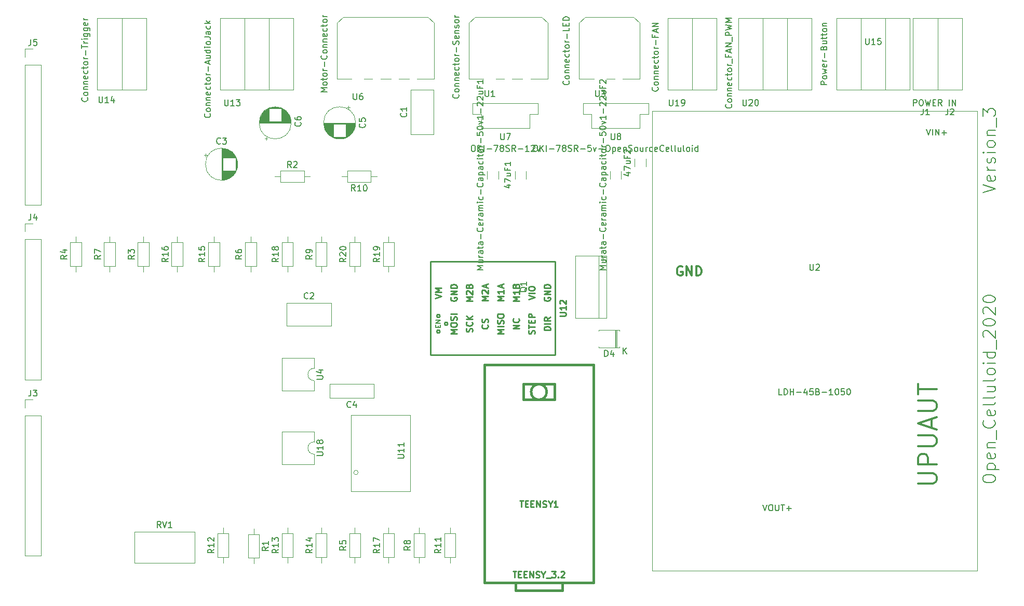
<source format=gbr>
G04 #@! TF.GenerationSoftware,KiCad,Pcbnew,5.1.5-52549c5~84~ubuntu19.04.1*
G04 #@! TF.CreationDate,2020-01-25T14:44:11+01:00*
G04 #@! TF.ProjectId,upuaut_2Nils,75707561-7574-45f3-924e-696c732e6b69,rev?*
G04 #@! TF.SameCoordinates,Original*
G04 #@! TF.FileFunction,Legend,Top*
G04 #@! TF.FilePolarity,Positive*
%FSLAX46Y46*%
G04 Gerber Fmt 4.6, Leading zero omitted, Abs format (unit mm)*
G04 Created by KiCad (PCBNEW 5.1.5-52549c5~84~ubuntu19.04.1) date 2020-01-25 14:44:11*
%MOMM*%
%LPD*%
G04 APERTURE LIST*
%ADD10C,0.300000*%
%ADD11C,0.200000*%
%ADD12C,0.120000*%
%ADD13C,0.381000*%
%ADD14C,0.228600*%
%ADD15C,0.150000*%
%ADD16C,0.254000*%
%ADD17C,0.190500*%
G04 APERTURE END LIST*
D10*
X175357142Y-92750000D02*
X175214285Y-92678571D01*
X175000000Y-92678571D01*
X174785714Y-92750000D01*
X174642857Y-92892857D01*
X174571428Y-93035714D01*
X174500000Y-93321428D01*
X174500000Y-93535714D01*
X174571428Y-93821428D01*
X174642857Y-93964285D01*
X174785714Y-94107142D01*
X175000000Y-94178571D01*
X175142857Y-94178571D01*
X175357142Y-94107142D01*
X175428571Y-94035714D01*
X175428571Y-93535714D01*
X175142857Y-93535714D01*
X176071428Y-94178571D02*
X176071428Y-92678571D01*
X176928571Y-94178571D01*
X176928571Y-92678571D01*
X177642857Y-94178571D02*
X177642857Y-92678571D01*
X178000000Y-92678571D01*
X178214285Y-92750000D01*
X178357142Y-92892857D01*
X178428571Y-93035714D01*
X178500000Y-93321428D01*
X178500000Y-93535714D01*
X178428571Y-93821428D01*
X178357142Y-93964285D01*
X178214285Y-94107142D01*
X178000000Y-94178571D01*
X177642857Y-94178571D01*
D11*
X224404761Y-127509523D02*
X224404761Y-127128571D01*
X224500000Y-126938095D01*
X224690476Y-126747619D01*
X225071428Y-126652380D01*
X225738095Y-126652380D01*
X226119047Y-126747619D01*
X226309523Y-126938095D01*
X226404761Y-127128571D01*
X226404761Y-127509523D01*
X226309523Y-127700000D01*
X226119047Y-127890476D01*
X225738095Y-127985714D01*
X225071428Y-127985714D01*
X224690476Y-127890476D01*
X224500000Y-127700000D01*
X224404761Y-127509523D01*
X225071428Y-125795238D02*
X227071428Y-125795238D01*
X225166666Y-125795238D02*
X225071428Y-125604761D01*
X225071428Y-125223809D01*
X225166666Y-125033333D01*
X225261904Y-124938095D01*
X225452380Y-124842857D01*
X226023809Y-124842857D01*
X226214285Y-124938095D01*
X226309523Y-125033333D01*
X226404761Y-125223809D01*
X226404761Y-125604761D01*
X226309523Y-125795238D01*
X226309523Y-123223809D02*
X226404761Y-123414285D01*
X226404761Y-123795238D01*
X226309523Y-123985714D01*
X226119047Y-124080952D01*
X225357142Y-124080952D01*
X225166666Y-123985714D01*
X225071428Y-123795238D01*
X225071428Y-123414285D01*
X225166666Y-123223809D01*
X225357142Y-123128571D01*
X225547619Y-123128571D01*
X225738095Y-124080952D01*
X225071428Y-122271428D02*
X226404761Y-122271428D01*
X225261904Y-122271428D02*
X225166666Y-122176190D01*
X225071428Y-121985714D01*
X225071428Y-121700000D01*
X225166666Y-121509523D01*
X225357142Y-121414285D01*
X226404761Y-121414285D01*
X226595238Y-120938095D02*
X226595238Y-119414285D01*
X226214285Y-117795238D02*
X226309523Y-117890476D01*
X226404761Y-118176190D01*
X226404761Y-118366666D01*
X226309523Y-118652380D01*
X226119047Y-118842857D01*
X225928571Y-118938095D01*
X225547619Y-119033333D01*
X225261904Y-119033333D01*
X224880952Y-118938095D01*
X224690476Y-118842857D01*
X224500000Y-118652380D01*
X224404761Y-118366666D01*
X224404761Y-118176190D01*
X224500000Y-117890476D01*
X224595238Y-117795238D01*
X226309523Y-116176190D02*
X226404761Y-116366666D01*
X226404761Y-116747619D01*
X226309523Y-116938095D01*
X226119047Y-117033333D01*
X225357142Y-117033333D01*
X225166666Y-116938095D01*
X225071428Y-116747619D01*
X225071428Y-116366666D01*
X225166666Y-116176190D01*
X225357142Y-116080952D01*
X225547619Y-116080952D01*
X225738095Y-117033333D01*
X226404761Y-114938095D02*
X226309523Y-115128571D01*
X226119047Y-115223809D01*
X224404761Y-115223809D01*
X226404761Y-113890476D02*
X226309523Y-114080952D01*
X226119047Y-114176190D01*
X224404761Y-114176190D01*
X225071428Y-112271428D02*
X226404761Y-112271428D01*
X225071428Y-113128571D02*
X226119047Y-113128571D01*
X226309523Y-113033333D01*
X226404761Y-112842857D01*
X226404761Y-112557142D01*
X226309523Y-112366666D01*
X226214285Y-112271428D01*
X226404761Y-111033333D02*
X226309523Y-111223809D01*
X226119047Y-111319047D01*
X224404761Y-111319047D01*
X226404761Y-109985714D02*
X226309523Y-110176190D01*
X226214285Y-110271428D01*
X226023809Y-110366666D01*
X225452380Y-110366666D01*
X225261904Y-110271428D01*
X225166666Y-110176190D01*
X225071428Y-109985714D01*
X225071428Y-109700000D01*
X225166666Y-109509523D01*
X225261904Y-109414285D01*
X225452380Y-109319047D01*
X226023809Y-109319047D01*
X226214285Y-109414285D01*
X226309523Y-109509523D01*
X226404761Y-109700000D01*
X226404761Y-109985714D01*
X226404761Y-108461904D02*
X225071428Y-108461904D01*
X224404761Y-108461904D02*
X224500000Y-108557142D01*
X224595238Y-108461904D01*
X224500000Y-108366666D01*
X224404761Y-108461904D01*
X224595238Y-108461904D01*
X226404761Y-106652380D02*
X224404761Y-106652380D01*
X226309523Y-106652380D02*
X226404761Y-106842857D01*
X226404761Y-107223809D01*
X226309523Y-107414285D01*
X226214285Y-107509523D01*
X226023809Y-107604761D01*
X225452380Y-107604761D01*
X225261904Y-107509523D01*
X225166666Y-107414285D01*
X225071428Y-107223809D01*
X225071428Y-106842857D01*
X225166666Y-106652380D01*
X226595238Y-106176190D02*
X226595238Y-104652380D01*
X224595238Y-104271428D02*
X224500000Y-104176190D01*
X224404761Y-103985714D01*
X224404761Y-103509523D01*
X224500000Y-103319047D01*
X224595238Y-103223809D01*
X224785714Y-103128571D01*
X224976190Y-103128571D01*
X225261904Y-103223809D01*
X226404761Y-104366666D01*
X226404761Y-103128571D01*
X224404761Y-101890476D02*
X224404761Y-101700000D01*
X224500000Y-101509523D01*
X224595238Y-101414285D01*
X224785714Y-101319047D01*
X225166666Y-101223809D01*
X225642857Y-101223809D01*
X226023809Y-101319047D01*
X226214285Y-101414285D01*
X226309523Y-101509523D01*
X226404761Y-101700000D01*
X226404761Y-101890476D01*
X226309523Y-102080952D01*
X226214285Y-102176190D01*
X226023809Y-102271428D01*
X225642857Y-102366666D01*
X225166666Y-102366666D01*
X224785714Y-102271428D01*
X224595238Y-102176190D01*
X224500000Y-102080952D01*
X224404761Y-101890476D01*
X224595238Y-100461904D02*
X224500000Y-100366666D01*
X224404761Y-100176190D01*
X224404761Y-99700000D01*
X224500000Y-99509523D01*
X224595238Y-99414285D01*
X224785714Y-99319047D01*
X224976190Y-99319047D01*
X225261904Y-99414285D01*
X226404761Y-100557142D01*
X226404761Y-99319047D01*
X224404761Y-98080952D02*
X224404761Y-97890476D01*
X224500000Y-97700000D01*
X224595238Y-97604761D01*
X224785714Y-97509523D01*
X225166666Y-97414285D01*
X225642857Y-97414285D01*
X226023809Y-97509523D01*
X226214285Y-97604761D01*
X226309523Y-97700000D01*
X226404761Y-97890476D01*
X226404761Y-98080952D01*
X226309523Y-98271428D01*
X226214285Y-98366666D01*
X226023809Y-98461904D01*
X225642857Y-98557142D01*
X225166666Y-98557142D01*
X224785714Y-98461904D01*
X224595238Y-98366666D01*
X224500000Y-98271428D01*
X224404761Y-98080952D01*
X224404761Y-80652380D02*
X226404761Y-79985714D01*
X224404761Y-79319047D01*
X226309523Y-77890476D02*
X226404761Y-78080952D01*
X226404761Y-78461904D01*
X226309523Y-78652380D01*
X226119047Y-78747619D01*
X225357142Y-78747619D01*
X225166666Y-78652380D01*
X225071428Y-78461904D01*
X225071428Y-78080952D01*
X225166666Y-77890476D01*
X225357142Y-77795238D01*
X225547619Y-77795238D01*
X225738095Y-78747619D01*
X226404761Y-76938095D02*
X225071428Y-76938095D01*
X225452380Y-76938095D02*
X225261904Y-76842857D01*
X225166666Y-76747619D01*
X225071428Y-76557142D01*
X225071428Y-76366666D01*
X226309523Y-75795238D02*
X226404761Y-75604761D01*
X226404761Y-75223809D01*
X226309523Y-75033333D01*
X226119047Y-74938095D01*
X226023809Y-74938095D01*
X225833333Y-75033333D01*
X225738095Y-75223809D01*
X225738095Y-75509523D01*
X225642857Y-75700000D01*
X225452380Y-75795238D01*
X225357142Y-75795238D01*
X225166666Y-75700000D01*
X225071428Y-75509523D01*
X225071428Y-75223809D01*
X225166666Y-75033333D01*
X226404761Y-74080952D02*
X225071428Y-74080952D01*
X224404761Y-74080952D02*
X224500000Y-74176190D01*
X224595238Y-74080952D01*
X224500000Y-73985714D01*
X224404761Y-74080952D01*
X224595238Y-74080952D01*
X226404761Y-72842857D02*
X226309523Y-73033333D01*
X226214285Y-73128571D01*
X226023809Y-73223809D01*
X225452380Y-73223809D01*
X225261904Y-73128571D01*
X225166666Y-73033333D01*
X225071428Y-72842857D01*
X225071428Y-72557142D01*
X225166666Y-72366666D01*
X225261904Y-72271428D01*
X225452380Y-72176190D01*
X226023809Y-72176190D01*
X226214285Y-72271428D01*
X226309523Y-72366666D01*
X226404761Y-72557142D01*
X226404761Y-72842857D01*
X225071428Y-71319047D02*
X226404761Y-71319047D01*
X225261904Y-71319047D02*
X225166666Y-71223809D01*
X225071428Y-71033333D01*
X225071428Y-70747619D01*
X225166666Y-70557142D01*
X225357142Y-70461904D01*
X226404761Y-70461904D01*
X226595238Y-69985714D02*
X226595238Y-68461904D01*
X224404761Y-68176190D02*
X224404761Y-66938095D01*
X225166666Y-67604761D01*
X225166666Y-67319047D01*
X225261904Y-67128571D01*
X225357142Y-67033333D01*
X225547619Y-66938095D01*
X226023809Y-66938095D01*
X226214285Y-67033333D01*
X226309523Y-67128571D01*
X226404761Y-67319047D01*
X226404761Y-67890476D01*
X226309523Y-68080952D01*
X226214285Y-68176190D01*
D10*
X213857142Y-128128571D02*
X216285714Y-128128571D01*
X216571428Y-127985714D01*
X216714285Y-127842857D01*
X216857142Y-127557142D01*
X216857142Y-126985714D01*
X216714285Y-126700000D01*
X216571428Y-126557142D01*
X216285714Y-126414285D01*
X213857142Y-126414285D01*
X216857142Y-124985714D02*
X213857142Y-124985714D01*
X213857142Y-123842857D01*
X214000000Y-123557142D01*
X214142857Y-123414285D01*
X214428571Y-123271428D01*
X214857142Y-123271428D01*
X215142857Y-123414285D01*
X215285714Y-123557142D01*
X215428571Y-123842857D01*
X215428571Y-124985714D01*
X213857142Y-121985714D02*
X216285714Y-121985714D01*
X216571428Y-121842857D01*
X216714285Y-121700000D01*
X216857142Y-121414285D01*
X216857142Y-120842857D01*
X216714285Y-120557142D01*
X216571428Y-120414285D01*
X216285714Y-120271428D01*
X213857142Y-120271428D01*
X216000000Y-118985714D02*
X216000000Y-117557142D01*
X216857142Y-119271428D02*
X213857142Y-118271428D01*
X216857142Y-117271428D01*
X213857142Y-116271428D02*
X216285714Y-116271428D01*
X216571428Y-116128571D01*
X216714285Y-115985714D01*
X216857142Y-115700000D01*
X216857142Y-115128571D01*
X216714285Y-114842857D01*
X216571428Y-114700000D01*
X216285714Y-114557142D01*
X213857142Y-114557142D01*
X213857142Y-113557142D02*
X213857142Y-111842857D01*
X216857142Y-112700000D02*
X213857142Y-112700000D01*
D12*
X223450000Y-142300000D02*
X170450000Y-142300000D01*
X223450000Y-67300000D02*
X170450000Y-67300000D01*
X170450000Y-67300000D02*
X170450000Y-142300000D01*
X223450000Y-67300000D02*
X223450000Y-142300000D01*
X161770000Y-101080000D02*
X161770000Y-90920000D01*
X162623499Y-91600000D02*
G75*
G03X162623499Y-91600000I-218499J0D01*
G01*
X157960000Y-90920000D02*
X163040000Y-90920000D01*
X157960000Y-101080000D02*
X157960000Y-90920000D01*
X163040000Y-101080000D02*
X157960000Y-101080000D01*
X163040000Y-90920000D02*
X163040000Y-101080000D01*
X204500000Y-52150000D02*
X204500000Y-63850000D01*
X208500000Y-52150000D02*
X204500000Y-52150000D01*
X208500000Y-63850000D02*
X208500000Y-52150000D01*
X204500000Y-63850000D02*
X208500000Y-63850000D01*
X200500000Y-63850000D02*
X204550000Y-63850000D01*
X200500000Y-52150000D02*
X200500000Y-63850000D01*
X204500000Y-52150000D02*
X200500000Y-52150000D01*
X212500000Y-52150000D02*
X208500000Y-52150000D01*
X212500000Y-63850000D02*
X212500000Y-52150000D01*
X208500000Y-63850000D02*
X212500000Y-63850000D01*
X108000000Y-63850000D02*
X112000000Y-63850000D01*
X112000000Y-63850000D02*
X112000000Y-52150000D01*
X112000000Y-52150000D02*
X108000000Y-52150000D01*
X104000000Y-52150000D02*
X100000000Y-52150000D01*
X100000000Y-52150000D02*
X100000000Y-63850000D01*
X100000000Y-63850000D02*
X104050000Y-63850000D01*
X104000000Y-63850000D02*
X108000000Y-63850000D01*
X108000000Y-63850000D02*
X108000000Y-52150000D01*
X108000000Y-52150000D02*
X104000000Y-52150000D01*
X104000000Y-52150000D02*
X104000000Y-63850000D01*
D13*
X143110000Y-144280000D02*
X160890000Y-144280000D01*
X143110000Y-108720000D02*
X143110000Y-144280000D01*
X160890000Y-108720000D02*
X143110000Y-108720000D01*
X160890000Y-144280000D02*
X160890000Y-108720000D01*
X148190000Y-145550000D02*
X148190000Y-144280000D01*
X155810000Y-145550000D02*
X148190000Y-145550000D01*
X155810000Y-144280000D02*
X155810000Y-145550000D01*
X154540000Y-114435000D02*
X154540000Y-111895000D01*
X149460000Y-114435000D02*
X154540000Y-114435000D01*
X149460000Y-111895000D02*
X149460000Y-114435000D01*
X154540000Y-111895000D02*
X149460000Y-111895000D01*
X153270000Y-113165000D02*
G75*
G03X153270000Y-113165000I-1270000J0D01*
G01*
D12*
X87500000Y-87820000D02*
X87500000Y-88770000D01*
X87500000Y-93560000D02*
X87500000Y-92610000D01*
X86580000Y-88770000D02*
X86580000Y-92610000D01*
X88420000Y-88770000D02*
X86580000Y-88770000D01*
X88420000Y-92610000D02*
X88420000Y-88770000D01*
X86580000Y-92610000D02*
X88420000Y-92610000D01*
X129151767Y-62090000D02*
X130848233Y-62090000D01*
X126151767Y-62090000D02*
X127848233Y-62090000D01*
X123510000Y-62090000D02*
X124848233Y-62090000D01*
X134935000Y-62090000D02*
X132151767Y-62090000D01*
X119065000Y-62090000D02*
X121490000Y-62090000D01*
X134935000Y-52970000D02*
X134935000Y-62090000D01*
X133935000Y-51970000D02*
X134935000Y-52970000D01*
X120065000Y-51970000D02*
X133935000Y-51970000D01*
X119065000Y-52970000D02*
X120065000Y-51970000D01*
X119065000Y-62090000D02*
X119065000Y-52970000D01*
X163010000Y-62090000D02*
X164348233Y-62090000D01*
X168435000Y-62090000D02*
X165651767Y-62090000D01*
X158565000Y-62090000D02*
X160990000Y-62090000D01*
X168435000Y-52970000D02*
X168435000Y-62090000D01*
X167435000Y-51970000D02*
X168435000Y-52970000D01*
X159565000Y-51970000D02*
X167435000Y-51970000D01*
X158565000Y-52970000D02*
X159565000Y-51970000D01*
X158565000Y-62090000D02*
X158565000Y-52970000D01*
X147651767Y-62090000D02*
X149348233Y-62090000D01*
X145010000Y-62090000D02*
X146348233Y-62090000D01*
X153435000Y-62090000D02*
X150651767Y-62090000D01*
X140565000Y-62090000D02*
X142990000Y-62090000D01*
X153435000Y-52970000D02*
X153435000Y-62090000D01*
X152435000Y-51970000D02*
X153435000Y-52970000D01*
X141565000Y-51970000D02*
X152435000Y-51970000D01*
X140565000Y-52970000D02*
X141565000Y-51970000D01*
X140565000Y-62090000D02*
X140565000Y-52970000D01*
X192500000Y-63850000D02*
X196500000Y-63850000D01*
X196500000Y-63850000D02*
X196500000Y-52150000D01*
X196500000Y-52150000D02*
X192500000Y-52150000D01*
X188500000Y-52150000D02*
X184500000Y-52150000D01*
X184500000Y-52150000D02*
X184500000Y-63850000D01*
X184500000Y-63850000D02*
X188550000Y-63850000D01*
X188500000Y-63850000D02*
X192500000Y-63850000D01*
X192500000Y-63850000D02*
X192500000Y-52150000D01*
X192500000Y-52150000D02*
X188500000Y-52150000D01*
X188500000Y-52150000D02*
X188500000Y-63850000D01*
X177000000Y-63850000D02*
X177000000Y-52150000D01*
X177000000Y-63850000D02*
X173000000Y-63850000D01*
X173000000Y-63850000D02*
X173000000Y-52150000D01*
X173000000Y-52150000D02*
X181000000Y-52150000D01*
X181000000Y-52150000D02*
X181000000Y-63850000D01*
X181000000Y-63850000D02*
X177000000Y-63850000D01*
X115330000Y-124960000D02*
X115330000Y-123310000D01*
X110130000Y-124960000D02*
X115330000Y-124960000D01*
X110130000Y-119660000D02*
X110130000Y-124960000D01*
X115330000Y-119660000D02*
X110130000Y-119660000D01*
X115330000Y-121310000D02*
X115330000Y-119660000D01*
X115330000Y-123310000D02*
G75*
G02X115330000Y-121310000I0J1000000D01*
G01*
X84000000Y-63850000D02*
X84000000Y-52150000D01*
X84000000Y-63850000D02*
X80000000Y-63850000D01*
X80000000Y-63850000D02*
X80000000Y-52150000D01*
X80000000Y-52150000D02*
X88000000Y-52150000D01*
X88000000Y-52150000D02*
X88000000Y-63850000D01*
X88000000Y-63850000D02*
X84000000Y-63850000D01*
D14*
X137134000Y-102040000D02*
G75*
G03X137134000Y-102040000I-254000J0D01*
G01*
X135864000Y-100770000D02*
G75*
G03X135864000Y-100770000I-254000J0D01*
G01*
X135864000Y-103310000D02*
G75*
G03X135864000Y-103310000I-254000J0D01*
G01*
X154660000Y-91880000D02*
X134340000Y-91880000D01*
X134340000Y-91880000D02*
X134340000Y-107120000D01*
X134340000Y-107120000D02*
X154660000Y-107120000D01*
X154660000Y-107120000D02*
X154660000Y-91880000D01*
D12*
X122525210Y-126302000D02*
G75*
G03X122525210Y-126302000I-359210J0D01*
G01*
X121404000Y-116904000D02*
X121404000Y-129350000D01*
X131056000Y-116904000D02*
X121404000Y-116904000D01*
X131056000Y-129350000D02*
X131056000Y-116904000D01*
X121404000Y-129350000D02*
X131056000Y-129350000D01*
X160600000Y-67860000D02*
X159210000Y-67860000D01*
X160600000Y-70100000D02*
X160600000Y-67860000D01*
X168480000Y-70100000D02*
X160600000Y-70100000D01*
X168480000Y-67860000D02*
X168480000Y-70100000D01*
X169880000Y-67860000D02*
X168480000Y-67860000D01*
X169880000Y-67850000D02*
X169880000Y-66080000D01*
X169880000Y-66080000D02*
X159210000Y-66080000D01*
X159210000Y-66080000D02*
X159210000Y-67860000D01*
X142600000Y-67860000D02*
X141210000Y-67860000D01*
X142600000Y-70100000D02*
X142600000Y-67860000D01*
X150480000Y-70100000D02*
X142600000Y-70100000D01*
X150480000Y-67860000D02*
X150480000Y-70100000D01*
X151880000Y-67860000D02*
X150480000Y-67860000D01*
X151880000Y-67850000D02*
X151880000Y-66080000D01*
X151880000Y-66080000D02*
X141210000Y-66080000D01*
X141210000Y-66080000D02*
X141210000Y-67860000D01*
X115330000Y-112960000D02*
X115330000Y-111310000D01*
X110130000Y-112960000D02*
X115330000Y-112960000D01*
X110130000Y-107660000D02*
X110130000Y-112960000D01*
X115330000Y-107660000D02*
X110130000Y-107660000D01*
X115330000Y-109310000D02*
X115330000Y-107660000D01*
X115330000Y-111310000D02*
G75*
G02X115330000Y-109310000I0J1000000D01*
G01*
X95845000Y-135970000D02*
X95845000Y-141040000D01*
X86075000Y-135970000D02*
X86075000Y-141040000D01*
X86075000Y-141040000D02*
X95845000Y-141040000D01*
X86075000Y-135970000D02*
X95845000Y-135970000D01*
X100500000Y-135320000D02*
X100500000Y-136270000D01*
X100500000Y-141060000D02*
X100500000Y-140110000D01*
X99580000Y-136270000D02*
X99580000Y-140110000D01*
X101420000Y-136270000D02*
X99580000Y-136270000D01*
X101420000Y-140110000D02*
X101420000Y-136270000D01*
X99580000Y-140110000D02*
X101420000Y-140110000D01*
X137500000Y-135320000D02*
X137500000Y-136270000D01*
X137500000Y-141060000D02*
X137500000Y-140110000D01*
X136580000Y-136270000D02*
X136580000Y-140110000D01*
X138420000Y-136270000D02*
X136580000Y-136270000D01*
X138420000Y-140110000D02*
X138420000Y-136270000D01*
X136580000Y-140110000D02*
X138420000Y-140110000D01*
X119820000Y-78000000D02*
X120770000Y-78000000D01*
X125560000Y-78000000D02*
X124610000Y-78000000D01*
X120770000Y-78920000D02*
X124610000Y-78920000D01*
X120770000Y-77080000D02*
X120770000Y-78920000D01*
X124610000Y-77080000D02*
X120770000Y-77080000D01*
X124610000Y-78920000D02*
X124610000Y-77080000D01*
X116500000Y-87820000D02*
X116500000Y-88770000D01*
X116500000Y-93560000D02*
X116500000Y-92610000D01*
X115580000Y-88770000D02*
X115580000Y-92610000D01*
X117420000Y-88770000D02*
X115580000Y-88770000D01*
X117420000Y-92610000D02*
X117420000Y-88770000D01*
X115580000Y-92610000D02*
X117420000Y-92610000D01*
X132500000Y-135320000D02*
X132500000Y-136270000D01*
X132500000Y-141060000D02*
X132500000Y-140110000D01*
X131580000Y-136270000D02*
X131580000Y-140110000D01*
X133420000Y-136270000D02*
X131580000Y-136270000D01*
X133420000Y-140110000D02*
X133420000Y-136270000D01*
X131580000Y-140110000D02*
X133420000Y-140110000D01*
X82000000Y-87820000D02*
X82000000Y-88770000D01*
X82000000Y-93560000D02*
X82000000Y-92610000D01*
X81080000Y-88770000D02*
X81080000Y-92610000D01*
X82920000Y-88770000D02*
X81080000Y-88770000D01*
X82920000Y-92610000D02*
X82920000Y-88770000D01*
X81080000Y-92610000D02*
X82920000Y-92610000D01*
X105000000Y-87820000D02*
X105000000Y-88770000D01*
X105000000Y-93560000D02*
X105000000Y-92610000D01*
X104080000Y-88770000D02*
X104080000Y-92610000D01*
X105920000Y-88770000D02*
X104080000Y-88770000D01*
X105920000Y-92610000D02*
X105920000Y-88770000D01*
X104080000Y-92610000D02*
X105920000Y-92610000D01*
X122000000Y-135320000D02*
X122000000Y-136270000D01*
X122000000Y-141060000D02*
X122000000Y-140110000D01*
X121080000Y-136270000D02*
X121080000Y-140110000D01*
X122920000Y-136270000D02*
X121080000Y-136270000D01*
X122920000Y-140110000D02*
X122920000Y-136270000D01*
X121080000Y-140110000D02*
X122920000Y-140110000D01*
X76500000Y-87820000D02*
X76500000Y-88770000D01*
X76500000Y-93560000D02*
X76500000Y-92610000D01*
X75580000Y-88770000D02*
X75580000Y-92610000D01*
X77420000Y-88770000D02*
X75580000Y-88770000D01*
X77420000Y-92610000D02*
X77420000Y-88770000D01*
X75580000Y-92610000D02*
X77420000Y-92610000D01*
X114680000Y-78000000D02*
X113730000Y-78000000D01*
X108940000Y-78000000D02*
X109890000Y-78000000D01*
X113730000Y-77080000D02*
X109890000Y-77080000D01*
X113730000Y-78920000D02*
X113730000Y-77080000D01*
X109890000Y-78920000D02*
X113730000Y-78920000D01*
X109890000Y-77080000D02*
X109890000Y-78920000D01*
X105500000Y-141180000D02*
X105500000Y-140230000D01*
X105500000Y-135440000D02*
X105500000Y-136390000D01*
X106420000Y-140230000D02*
X106420000Y-136390000D01*
X104580000Y-140230000D02*
X106420000Y-140230000D01*
X104580000Y-136390000D02*
X104580000Y-140230000D01*
X106420000Y-136390000D02*
X104580000Y-136390000D01*
X164700000Y-105920000D02*
X164700000Y-103080000D01*
X164460000Y-105920000D02*
X164460000Y-103080000D01*
X164580000Y-105920000D02*
X164580000Y-103080000D01*
X161740000Y-103080000D02*
X161740000Y-103260000D01*
X165180000Y-103080000D02*
X161740000Y-103080000D01*
X165180000Y-103260000D02*
X165180000Y-103080000D01*
X161740000Y-105920000D02*
X161740000Y-105740000D01*
X165180000Y-105920000D02*
X161740000Y-105920000D01*
X165180000Y-105740000D02*
X165180000Y-105920000D01*
X107275000Y-71804775D02*
X107775000Y-71804775D01*
X107525000Y-72054775D02*
X107525000Y-71554775D01*
X108716000Y-66649000D02*
X109284000Y-66649000D01*
X108482000Y-66689000D02*
X109518000Y-66689000D01*
X108323000Y-66729000D02*
X109677000Y-66729000D01*
X108195000Y-66769000D02*
X109805000Y-66769000D01*
X108085000Y-66809000D02*
X109915000Y-66809000D01*
X107989000Y-66849000D02*
X110011000Y-66849000D01*
X107902000Y-66889000D02*
X110098000Y-66889000D01*
X107822000Y-66929000D02*
X110178000Y-66929000D01*
X110040000Y-66969000D02*
X110251000Y-66969000D01*
X107749000Y-66969000D02*
X107960000Y-66969000D01*
X110040000Y-67009000D02*
X110319000Y-67009000D01*
X107681000Y-67009000D02*
X107960000Y-67009000D01*
X110040000Y-67049000D02*
X110383000Y-67049000D01*
X107617000Y-67049000D02*
X107960000Y-67049000D01*
X110040000Y-67089000D02*
X110443000Y-67089000D01*
X107557000Y-67089000D02*
X107960000Y-67089000D01*
X110040000Y-67129000D02*
X110500000Y-67129000D01*
X107500000Y-67129000D02*
X107960000Y-67129000D01*
X110040000Y-67169000D02*
X110554000Y-67169000D01*
X107446000Y-67169000D02*
X107960000Y-67169000D01*
X110040000Y-67209000D02*
X110605000Y-67209000D01*
X107395000Y-67209000D02*
X107960000Y-67209000D01*
X110040000Y-67249000D02*
X110653000Y-67249000D01*
X107347000Y-67249000D02*
X107960000Y-67249000D01*
X110040000Y-67289000D02*
X110699000Y-67289000D01*
X107301000Y-67289000D02*
X107960000Y-67289000D01*
X110040000Y-67329000D02*
X110743000Y-67329000D01*
X107257000Y-67329000D02*
X107960000Y-67329000D01*
X110040000Y-67369000D02*
X110785000Y-67369000D01*
X107215000Y-67369000D02*
X107960000Y-67369000D01*
X110040000Y-67409000D02*
X110826000Y-67409000D01*
X107174000Y-67409000D02*
X107960000Y-67409000D01*
X110040000Y-67449000D02*
X110864000Y-67449000D01*
X107136000Y-67449000D02*
X107960000Y-67449000D01*
X110040000Y-67489000D02*
X110901000Y-67489000D01*
X107099000Y-67489000D02*
X107960000Y-67489000D01*
X110040000Y-67529000D02*
X110937000Y-67529000D01*
X107063000Y-67529000D02*
X107960000Y-67529000D01*
X110040000Y-67569000D02*
X110971000Y-67569000D01*
X107029000Y-67569000D02*
X107960000Y-67569000D01*
X110040000Y-67609000D02*
X111004000Y-67609000D01*
X106996000Y-67609000D02*
X107960000Y-67609000D01*
X110040000Y-67649000D02*
X111035000Y-67649000D01*
X106965000Y-67649000D02*
X107960000Y-67649000D01*
X110040000Y-67689000D02*
X111065000Y-67689000D01*
X106935000Y-67689000D02*
X107960000Y-67689000D01*
X110040000Y-67729000D02*
X111095000Y-67729000D01*
X106905000Y-67729000D02*
X107960000Y-67729000D01*
X110040000Y-67769000D02*
X111122000Y-67769000D01*
X106878000Y-67769000D02*
X107960000Y-67769000D01*
X110040000Y-67809000D02*
X111149000Y-67809000D01*
X106851000Y-67809000D02*
X107960000Y-67809000D01*
X110040000Y-67849000D02*
X111175000Y-67849000D01*
X106825000Y-67849000D02*
X107960000Y-67849000D01*
X110040000Y-67889000D02*
X111200000Y-67889000D01*
X106800000Y-67889000D02*
X107960000Y-67889000D01*
X110040000Y-67929000D02*
X111224000Y-67929000D01*
X106776000Y-67929000D02*
X107960000Y-67929000D01*
X110040000Y-67969000D02*
X111247000Y-67969000D01*
X106753000Y-67969000D02*
X107960000Y-67969000D01*
X110040000Y-68009000D02*
X111268000Y-68009000D01*
X106732000Y-68009000D02*
X107960000Y-68009000D01*
X110040000Y-68049000D02*
X111290000Y-68049000D01*
X106710000Y-68049000D02*
X107960000Y-68049000D01*
X110040000Y-68089000D02*
X111310000Y-68089000D01*
X106690000Y-68089000D02*
X107960000Y-68089000D01*
X110040000Y-68129000D02*
X111329000Y-68129000D01*
X106671000Y-68129000D02*
X107960000Y-68129000D01*
X110040000Y-68169000D02*
X111348000Y-68169000D01*
X106652000Y-68169000D02*
X107960000Y-68169000D01*
X110040000Y-68209000D02*
X111365000Y-68209000D01*
X106635000Y-68209000D02*
X107960000Y-68209000D01*
X110040000Y-68249000D02*
X111382000Y-68249000D01*
X106618000Y-68249000D02*
X107960000Y-68249000D01*
X110040000Y-68289000D02*
X111398000Y-68289000D01*
X106602000Y-68289000D02*
X107960000Y-68289000D01*
X110040000Y-68329000D02*
X111414000Y-68329000D01*
X106586000Y-68329000D02*
X107960000Y-68329000D01*
X110040000Y-68369000D02*
X111428000Y-68369000D01*
X106572000Y-68369000D02*
X107960000Y-68369000D01*
X110040000Y-68409000D02*
X111442000Y-68409000D01*
X106558000Y-68409000D02*
X107960000Y-68409000D01*
X110040000Y-68449000D02*
X111455000Y-68449000D01*
X106545000Y-68449000D02*
X107960000Y-68449000D01*
X110040000Y-68489000D02*
X111468000Y-68489000D01*
X106532000Y-68489000D02*
X107960000Y-68489000D01*
X110040000Y-68529000D02*
X111480000Y-68529000D01*
X106520000Y-68529000D02*
X107960000Y-68529000D01*
X110040000Y-68570000D02*
X111491000Y-68570000D01*
X106509000Y-68570000D02*
X107960000Y-68570000D01*
X110040000Y-68610000D02*
X111501000Y-68610000D01*
X106499000Y-68610000D02*
X107960000Y-68610000D01*
X110040000Y-68650000D02*
X111511000Y-68650000D01*
X106489000Y-68650000D02*
X107960000Y-68650000D01*
X110040000Y-68690000D02*
X111520000Y-68690000D01*
X106480000Y-68690000D02*
X107960000Y-68690000D01*
X110040000Y-68730000D02*
X111528000Y-68730000D01*
X106472000Y-68730000D02*
X107960000Y-68730000D01*
X110040000Y-68770000D02*
X111536000Y-68770000D01*
X106464000Y-68770000D02*
X107960000Y-68770000D01*
X110040000Y-68810000D02*
X111543000Y-68810000D01*
X106457000Y-68810000D02*
X107960000Y-68810000D01*
X110040000Y-68850000D02*
X111550000Y-68850000D01*
X106450000Y-68850000D02*
X107960000Y-68850000D01*
X110040000Y-68890000D02*
X111556000Y-68890000D01*
X106444000Y-68890000D02*
X107960000Y-68890000D01*
X110040000Y-68930000D02*
X111561000Y-68930000D01*
X106439000Y-68930000D02*
X107960000Y-68930000D01*
X110040000Y-68970000D02*
X111565000Y-68970000D01*
X106435000Y-68970000D02*
X107960000Y-68970000D01*
X110040000Y-69010000D02*
X111569000Y-69010000D01*
X106431000Y-69010000D02*
X107960000Y-69010000D01*
X106427000Y-69050000D02*
X111573000Y-69050000D01*
X106424000Y-69090000D02*
X111576000Y-69090000D01*
X106422000Y-69130000D02*
X111578000Y-69130000D01*
X106421000Y-69170000D02*
X111579000Y-69170000D01*
X106420000Y-69210000D02*
X111580000Y-69210000D01*
X106420000Y-69250000D02*
X111580000Y-69250000D01*
X111620000Y-69250000D02*
G75*
G03X111620000Y-69250000I-2620000J0D01*
G01*
X121225000Y-66695225D02*
X120725000Y-66695225D01*
X120975000Y-66445225D02*
X120975000Y-66945225D01*
X119784000Y-71851000D02*
X119216000Y-71851000D01*
X120018000Y-71811000D02*
X118982000Y-71811000D01*
X120177000Y-71771000D02*
X118823000Y-71771000D01*
X120305000Y-71731000D02*
X118695000Y-71731000D01*
X120415000Y-71691000D02*
X118585000Y-71691000D01*
X120511000Y-71651000D02*
X118489000Y-71651000D01*
X120598000Y-71611000D02*
X118402000Y-71611000D01*
X120678000Y-71571000D02*
X118322000Y-71571000D01*
X118460000Y-71531000D02*
X118249000Y-71531000D01*
X120751000Y-71531000D02*
X120540000Y-71531000D01*
X118460000Y-71491000D02*
X118181000Y-71491000D01*
X120819000Y-71491000D02*
X120540000Y-71491000D01*
X118460000Y-71451000D02*
X118117000Y-71451000D01*
X120883000Y-71451000D02*
X120540000Y-71451000D01*
X118460000Y-71411000D02*
X118057000Y-71411000D01*
X120943000Y-71411000D02*
X120540000Y-71411000D01*
X118460000Y-71371000D02*
X118000000Y-71371000D01*
X121000000Y-71371000D02*
X120540000Y-71371000D01*
X118460000Y-71331000D02*
X117946000Y-71331000D01*
X121054000Y-71331000D02*
X120540000Y-71331000D01*
X118460000Y-71291000D02*
X117895000Y-71291000D01*
X121105000Y-71291000D02*
X120540000Y-71291000D01*
X118460000Y-71251000D02*
X117847000Y-71251000D01*
X121153000Y-71251000D02*
X120540000Y-71251000D01*
X118460000Y-71211000D02*
X117801000Y-71211000D01*
X121199000Y-71211000D02*
X120540000Y-71211000D01*
X118460000Y-71171000D02*
X117757000Y-71171000D01*
X121243000Y-71171000D02*
X120540000Y-71171000D01*
X118460000Y-71131000D02*
X117715000Y-71131000D01*
X121285000Y-71131000D02*
X120540000Y-71131000D01*
X118460000Y-71091000D02*
X117674000Y-71091000D01*
X121326000Y-71091000D02*
X120540000Y-71091000D01*
X118460000Y-71051000D02*
X117636000Y-71051000D01*
X121364000Y-71051000D02*
X120540000Y-71051000D01*
X118460000Y-71011000D02*
X117599000Y-71011000D01*
X121401000Y-71011000D02*
X120540000Y-71011000D01*
X118460000Y-70971000D02*
X117563000Y-70971000D01*
X121437000Y-70971000D02*
X120540000Y-70971000D01*
X118460000Y-70931000D02*
X117529000Y-70931000D01*
X121471000Y-70931000D02*
X120540000Y-70931000D01*
X118460000Y-70891000D02*
X117496000Y-70891000D01*
X121504000Y-70891000D02*
X120540000Y-70891000D01*
X118460000Y-70851000D02*
X117465000Y-70851000D01*
X121535000Y-70851000D02*
X120540000Y-70851000D01*
X118460000Y-70811000D02*
X117435000Y-70811000D01*
X121565000Y-70811000D02*
X120540000Y-70811000D01*
X118460000Y-70771000D02*
X117405000Y-70771000D01*
X121595000Y-70771000D02*
X120540000Y-70771000D01*
X118460000Y-70731000D02*
X117378000Y-70731000D01*
X121622000Y-70731000D02*
X120540000Y-70731000D01*
X118460000Y-70691000D02*
X117351000Y-70691000D01*
X121649000Y-70691000D02*
X120540000Y-70691000D01*
X118460000Y-70651000D02*
X117325000Y-70651000D01*
X121675000Y-70651000D02*
X120540000Y-70651000D01*
X118460000Y-70611000D02*
X117300000Y-70611000D01*
X121700000Y-70611000D02*
X120540000Y-70611000D01*
X118460000Y-70571000D02*
X117276000Y-70571000D01*
X121724000Y-70571000D02*
X120540000Y-70571000D01*
X118460000Y-70531000D02*
X117253000Y-70531000D01*
X121747000Y-70531000D02*
X120540000Y-70531000D01*
X118460000Y-70491000D02*
X117232000Y-70491000D01*
X121768000Y-70491000D02*
X120540000Y-70491000D01*
X118460000Y-70451000D02*
X117210000Y-70451000D01*
X121790000Y-70451000D02*
X120540000Y-70451000D01*
X118460000Y-70411000D02*
X117190000Y-70411000D01*
X121810000Y-70411000D02*
X120540000Y-70411000D01*
X118460000Y-70371000D02*
X117171000Y-70371000D01*
X121829000Y-70371000D02*
X120540000Y-70371000D01*
X118460000Y-70331000D02*
X117152000Y-70331000D01*
X121848000Y-70331000D02*
X120540000Y-70331000D01*
X118460000Y-70291000D02*
X117135000Y-70291000D01*
X121865000Y-70291000D02*
X120540000Y-70291000D01*
X118460000Y-70251000D02*
X117118000Y-70251000D01*
X121882000Y-70251000D02*
X120540000Y-70251000D01*
X118460000Y-70211000D02*
X117102000Y-70211000D01*
X121898000Y-70211000D02*
X120540000Y-70211000D01*
X118460000Y-70171000D02*
X117086000Y-70171000D01*
X121914000Y-70171000D02*
X120540000Y-70171000D01*
X118460000Y-70131000D02*
X117072000Y-70131000D01*
X121928000Y-70131000D02*
X120540000Y-70131000D01*
X118460000Y-70091000D02*
X117058000Y-70091000D01*
X121942000Y-70091000D02*
X120540000Y-70091000D01*
X118460000Y-70051000D02*
X117045000Y-70051000D01*
X121955000Y-70051000D02*
X120540000Y-70051000D01*
X118460000Y-70011000D02*
X117032000Y-70011000D01*
X121968000Y-70011000D02*
X120540000Y-70011000D01*
X118460000Y-69971000D02*
X117020000Y-69971000D01*
X121980000Y-69971000D02*
X120540000Y-69971000D01*
X118460000Y-69930000D02*
X117009000Y-69930000D01*
X121991000Y-69930000D02*
X120540000Y-69930000D01*
X118460000Y-69890000D02*
X116999000Y-69890000D01*
X122001000Y-69890000D02*
X120540000Y-69890000D01*
X118460000Y-69850000D02*
X116989000Y-69850000D01*
X122011000Y-69850000D02*
X120540000Y-69850000D01*
X118460000Y-69810000D02*
X116980000Y-69810000D01*
X122020000Y-69810000D02*
X120540000Y-69810000D01*
X118460000Y-69770000D02*
X116972000Y-69770000D01*
X122028000Y-69770000D02*
X120540000Y-69770000D01*
X118460000Y-69730000D02*
X116964000Y-69730000D01*
X122036000Y-69730000D02*
X120540000Y-69730000D01*
X118460000Y-69690000D02*
X116957000Y-69690000D01*
X122043000Y-69690000D02*
X120540000Y-69690000D01*
X118460000Y-69650000D02*
X116950000Y-69650000D01*
X122050000Y-69650000D02*
X120540000Y-69650000D01*
X118460000Y-69610000D02*
X116944000Y-69610000D01*
X122056000Y-69610000D02*
X120540000Y-69610000D01*
X118460000Y-69570000D02*
X116939000Y-69570000D01*
X122061000Y-69570000D02*
X120540000Y-69570000D01*
X118460000Y-69530000D02*
X116935000Y-69530000D01*
X122065000Y-69530000D02*
X120540000Y-69530000D01*
X118460000Y-69490000D02*
X116931000Y-69490000D01*
X122069000Y-69490000D02*
X120540000Y-69490000D01*
X122073000Y-69450000D02*
X116927000Y-69450000D01*
X122076000Y-69410000D02*
X116924000Y-69410000D01*
X122078000Y-69370000D02*
X116922000Y-69370000D01*
X122079000Y-69330000D02*
X116921000Y-69330000D01*
X122080000Y-69290000D02*
X116920000Y-69290000D01*
X122080000Y-69250000D02*
X116920000Y-69250000D01*
X122120000Y-69250000D02*
G75*
G03X122120000Y-69250000I-2620000J0D01*
G01*
X117880000Y-114120000D02*
X117880000Y-111880000D01*
X125120000Y-114120000D02*
X125120000Y-111880000D01*
X125120000Y-111880000D02*
X117880000Y-111880000D01*
X125120000Y-114120000D02*
X117880000Y-114120000D01*
X97695225Y-74275000D02*
X97695225Y-74775000D01*
X97445225Y-74525000D02*
X97945225Y-74525000D01*
X102851000Y-75716000D02*
X102851000Y-76284000D01*
X102811000Y-75482000D02*
X102811000Y-76518000D01*
X102771000Y-75323000D02*
X102771000Y-76677000D01*
X102731000Y-75195000D02*
X102731000Y-76805000D01*
X102691000Y-75085000D02*
X102691000Y-76915000D01*
X102651000Y-74989000D02*
X102651000Y-77011000D01*
X102611000Y-74902000D02*
X102611000Y-77098000D01*
X102571000Y-74822000D02*
X102571000Y-77178000D01*
X102531000Y-77040000D02*
X102531000Y-77251000D01*
X102531000Y-74749000D02*
X102531000Y-74960000D01*
X102491000Y-77040000D02*
X102491000Y-77319000D01*
X102491000Y-74681000D02*
X102491000Y-74960000D01*
X102451000Y-77040000D02*
X102451000Y-77383000D01*
X102451000Y-74617000D02*
X102451000Y-74960000D01*
X102411000Y-77040000D02*
X102411000Y-77443000D01*
X102411000Y-74557000D02*
X102411000Y-74960000D01*
X102371000Y-77040000D02*
X102371000Y-77500000D01*
X102371000Y-74500000D02*
X102371000Y-74960000D01*
X102331000Y-77040000D02*
X102331000Y-77554000D01*
X102331000Y-74446000D02*
X102331000Y-74960000D01*
X102291000Y-77040000D02*
X102291000Y-77605000D01*
X102291000Y-74395000D02*
X102291000Y-74960000D01*
X102251000Y-77040000D02*
X102251000Y-77653000D01*
X102251000Y-74347000D02*
X102251000Y-74960000D01*
X102211000Y-77040000D02*
X102211000Y-77699000D01*
X102211000Y-74301000D02*
X102211000Y-74960000D01*
X102171000Y-77040000D02*
X102171000Y-77743000D01*
X102171000Y-74257000D02*
X102171000Y-74960000D01*
X102131000Y-77040000D02*
X102131000Y-77785000D01*
X102131000Y-74215000D02*
X102131000Y-74960000D01*
X102091000Y-77040000D02*
X102091000Y-77826000D01*
X102091000Y-74174000D02*
X102091000Y-74960000D01*
X102051000Y-77040000D02*
X102051000Y-77864000D01*
X102051000Y-74136000D02*
X102051000Y-74960000D01*
X102011000Y-77040000D02*
X102011000Y-77901000D01*
X102011000Y-74099000D02*
X102011000Y-74960000D01*
X101971000Y-77040000D02*
X101971000Y-77937000D01*
X101971000Y-74063000D02*
X101971000Y-74960000D01*
X101931000Y-77040000D02*
X101931000Y-77971000D01*
X101931000Y-74029000D02*
X101931000Y-74960000D01*
X101891000Y-77040000D02*
X101891000Y-78004000D01*
X101891000Y-73996000D02*
X101891000Y-74960000D01*
X101851000Y-77040000D02*
X101851000Y-78035000D01*
X101851000Y-73965000D02*
X101851000Y-74960000D01*
X101811000Y-77040000D02*
X101811000Y-78065000D01*
X101811000Y-73935000D02*
X101811000Y-74960000D01*
X101771000Y-77040000D02*
X101771000Y-78095000D01*
X101771000Y-73905000D02*
X101771000Y-74960000D01*
X101731000Y-77040000D02*
X101731000Y-78122000D01*
X101731000Y-73878000D02*
X101731000Y-74960000D01*
X101691000Y-77040000D02*
X101691000Y-78149000D01*
X101691000Y-73851000D02*
X101691000Y-74960000D01*
X101651000Y-77040000D02*
X101651000Y-78175000D01*
X101651000Y-73825000D02*
X101651000Y-74960000D01*
X101611000Y-77040000D02*
X101611000Y-78200000D01*
X101611000Y-73800000D02*
X101611000Y-74960000D01*
X101571000Y-77040000D02*
X101571000Y-78224000D01*
X101571000Y-73776000D02*
X101571000Y-74960000D01*
X101531000Y-77040000D02*
X101531000Y-78247000D01*
X101531000Y-73753000D02*
X101531000Y-74960000D01*
X101491000Y-77040000D02*
X101491000Y-78268000D01*
X101491000Y-73732000D02*
X101491000Y-74960000D01*
X101451000Y-77040000D02*
X101451000Y-78290000D01*
X101451000Y-73710000D02*
X101451000Y-74960000D01*
X101411000Y-77040000D02*
X101411000Y-78310000D01*
X101411000Y-73690000D02*
X101411000Y-74960000D01*
X101371000Y-77040000D02*
X101371000Y-78329000D01*
X101371000Y-73671000D02*
X101371000Y-74960000D01*
X101331000Y-77040000D02*
X101331000Y-78348000D01*
X101331000Y-73652000D02*
X101331000Y-74960000D01*
X101291000Y-77040000D02*
X101291000Y-78365000D01*
X101291000Y-73635000D02*
X101291000Y-74960000D01*
X101251000Y-77040000D02*
X101251000Y-78382000D01*
X101251000Y-73618000D02*
X101251000Y-74960000D01*
X101211000Y-77040000D02*
X101211000Y-78398000D01*
X101211000Y-73602000D02*
X101211000Y-74960000D01*
X101171000Y-77040000D02*
X101171000Y-78414000D01*
X101171000Y-73586000D02*
X101171000Y-74960000D01*
X101131000Y-77040000D02*
X101131000Y-78428000D01*
X101131000Y-73572000D02*
X101131000Y-74960000D01*
X101091000Y-77040000D02*
X101091000Y-78442000D01*
X101091000Y-73558000D02*
X101091000Y-74960000D01*
X101051000Y-77040000D02*
X101051000Y-78455000D01*
X101051000Y-73545000D02*
X101051000Y-74960000D01*
X101011000Y-77040000D02*
X101011000Y-78468000D01*
X101011000Y-73532000D02*
X101011000Y-74960000D01*
X100971000Y-77040000D02*
X100971000Y-78480000D01*
X100971000Y-73520000D02*
X100971000Y-74960000D01*
X100930000Y-77040000D02*
X100930000Y-78491000D01*
X100930000Y-73509000D02*
X100930000Y-74960000D01*
X100890000Y-77040000D02*
X100890000Y-78501000D01*
X100890000Y-73499000D02*
X100890000Y-74960000D01*
X100850000Y-77040000D02*
X100850000Y-78511000D01*
X100850000Y-73489000D02*
X100850000Y-74960000D01*
X100810000Y-77040000D02*
X100810000Y-78520000D01*
X100810000Y-73480000D02*
X100810000Y-74960000D01*
X100770000Y-77040000D02*
X100770000Y-78528000D01*
X100770000Y-73472000D02*
X100770000Y-74960000D01*
X100730000Y-77040000D02*
X100730000Y-78536000D01*
X100730000Y-73464000D02*
X100730000Y-74960000D01*
X100690000Y-77040000D02*
X100690000Y-78543000D01*
X100690000Y-73457000D02*
X100690000Y-74960000D01*
X100650000Y-77040000D02*
X100650000Y-78550000D01*
X100650000Y-73450000D02*
X100650000Y-74960000D01*
X100610000Y-77040000D02*
X100610000Y-78556000D01*
X100610000Y-73444000D02*
X100610000Y-74960000D01*
X100570000Y-77040000D02*
X100570000Y-78561000D01*
X100570000Y-73439000D02*
X100570000Y-74960000D01*
X100530000Y-77040000D02*
X100530000Y-78565000D01*
X100530000Y-73435000D02*
X100530000Y-74960000D01*
X100490000Y-77040000D02*
X100490000Y-78569000D01*
X100490000Y-73431000D02*
X100490000Y-74960000D01*
X100450000Y-73427000D02*
X100450000Y-78573000D01*
X100410000Y-73424000D02*
X100410000Y-78576000D01*
X100370000Y-73422000D02*
X100370000Y-78578000D01*
X100330000Y-73421000D02*
X100330000Y-78579000D01*
X100290000Y-73420000D02*
X100290000Y-78580000D01*
X100250000Y-73420000D02*
X100250000Y-78580000D01*
X102870000Y-76000000D02*
G75*
G03X102870000Y-76000000I-2620000J0D01*
G01*
X118120000Y-98630000D02*
X118120000Y-102370000D01*
X110880000Y-98630000D02*
X110880000Y-102370000D01*
X110880000Y-102370000D02*
X118120000Y-102370000D01*
X110880000Y-98630000D02*
X118120000Y-98630000D01*
X131130000Y-63880000D02*
X134870000Y-63880000D01*
X131130000Y-71120000D02*
X134870000Y-71120000D01*
X134870000Y-71120000D02*
X134870000Y-63880000D01*
X131130000Y-71120000D02*
X131130000Y-63880000D01*
X148080000Y-78379000D02*
X148080000Y-77121000D01*
X149920000Y-78379000D02*
X149920000Y-77121000D01*
X167580000Y-76379000D02*
X167580000Y-75121000D01*
X169420000Y-76379000D02*
X169420000Y-75121000D01*
X213000000Y-63850000D02*
X217000000Y-63850000D01*
X217000000Y-63850000D02*
X217000000Y-52150000D01*
X217000000Y-52150000D02*
X213000000Y-52150000D01*
X213000000Y-52150000D02*
X213000000Y-63850000D01*
X217000000Y-52150000D02*
X217000000Y-63850000D01*
X221000000Y-52150000D02*
X217000000Y-52150000D01*
X221000000Y-63850000D02*
X221000000Y-52150000D01*
X217000000Y-63850000D02*
X221000000Y-63850000D01*
X145420000Y-78379000D02*
X145420000Y-77121000D01*
X143580000Y-78379000D02*
X143580000Y-77121000D01*
X165420000Y-78379000D02*
X165420000Y-77121000D01*
X163580000Y-78379000D02*
X163580000Y-77121000D01*
X110080000Y-140110000D02*
X111920000Y-140110000D01*
X111920000Y-140110000D02*
X111920000Y-136270000D01*
X111920000Y-136270000D02*
X110080000Y-136270000D01*
X110080000Y-136270000D02*
X110080000Y-140110000D01*
X111000000Y-141060000D02*
X111000000Y-140110000D01*
X111000000Y-135320000D02*
X111000000Y-136270000D01*
X116500000Y-135320000D02*
X116500000Y-136270000D01*
X116500000Y-141060000D02*
X116500000Y-140110000D01*
X115580000Y-136270000D02*
X115580000Y-140110000D01*
X117420000Y-136270000D02*
X115580000Y-136270000D01*
X117420000Y-140110000D02*
X117420000Y-136270000D01*
X115580000Y-140110000D02*
X117420000Y-140110000D01*
X98080000Y-92610000D02*
X99920000Y-92610000D01*
X99920000Y-92610000D02*
X99920000Y-88770000D01*
X99920000Y-88770000D02*
X98080000Y-88770000D01*
X98080000Y-88770000D02*
X98080000Y-92610000D01*
X99000000Y-93560000D02*
X99000000Y-92610000D01*
X99000000Y-87820000D02*
X99000000Y-88770000D01*
X93000000Y-87820000D02*
X93000000Y-88770000D01*
X93000000Y-93560000D02*
X93000000Y-92610000D01*
X92080000Y-88770000D02*
X92080000Y-92610000D01*
X93920000Y-88770000D02*
X92080000Y-88770000D01*
X93920000Y-92610000D02*
X93920000Y-88770000D01*
X92080000Y-92610000D02*
X93920000Y-92610000D01*
X127500000Y-135320000D02*
X127500000Y-136270000D01*
X127500000Y-141060000D02*
X127500000Y-140110000D01*
X126580000Y-136270000D02*
X126580000Y-140110000D01*
X128420000Y-136270000D02*
X126580000Y-136270000D01*
X128420000Y-140110000D02*
X128420000Y-136270000D01*
X126580000Y-140110000D02*
X128420000Y-140110000D01*
X110080000Y-92610000D02*
X111920000Y-92610000D01*
X111920000Y-92610000D02*
X111920000Y-88770000D01*
X111920000Y-88770000D02*
X110080000Y-88770000D01*
X110080000Y-88770000D02*
X110080000Y-92610000D01*
X111000000Y-93560000D02*
X111000000Y-92610000D01*
X111000000Y-87820000D02*
X111000000Y-88770000D01*
X127500000Y-87820000D02*
X127500000Y-88770000D01*
X127500000Y-93560000D02*
X127500000Y-92610000D01*
X126580000Y-88770000D02*
X126580000Y-92610000D01*
X128420000Y-88770000D02*
X126580000Y-88770000D01*
X128420000Y-92610000D02*
X128420000Y-88770000D01*
X126580000Y-92610000D02*
X128420000Y-92610000D01*
X121080000Y-92610000D02*
X122920000Y-92610000D01*
X122920000Y-92610000D02*
X122920000Y-88770000D01*
X122920000Y-88770000D02*
X121080000Y-88770000D01*
X121080000Y-88770000D02*
X121080000Y-92610000D01*
X122000000Y-93560000D02*
X122000000Y-92610000D01*
X122000000Y-87820000D02*
X122000000Y-88770000D01*
X68170000Y-139910000D02*
X70830000Y-139910000D01*
X68170000Y-116990000D02*
X68170000Y-139910000D01*
X70830000Y-116990000D02*
X70830000Y-139910000D01*
X68170000Y-116990000D02*
X70830000Y-116990000D01*
X68170000Y-115720000D02*
X68170000Y-114390000D01*
X68170000Y-114390000D02*
X69500000Y-114390000D01*
X68170000Y-85670000D02*
X69500000Y-85670000D01*
X68170000Y-87000000D02*
X68170000Y-85670000D01*
X68170000Y-88270000D02*
X70830000Y-88270000D01*
X70830000Y-88270000D02*
X70830000Y-111190000D01*
X68170000Y-88270000D02*
X68170000Y-111190000D01*
X68170000Y-111190000D02*
X70830000Y-111190000D01*
X68170000Y-82690000D02*
X70830000Y-82690000D01*
X68170000Y-59770000D02*
X68170000Y-82690000D01*
X70830000Y-59770000D02*
X70830000Y-82690000D01*
X68170000Y-59770000D02*
X70830000Y-59770000D01*
X68170000Y-58500000D02*
X68170000Y-57170000D01*
X68170000Y-57170000D02*
X69500000Y-57170000D01*
D15*
X196188095Y-92314380D02*
X196188095Y-93123904D01*
X196235714Y-93219142D01*
X196283333Y-93266761D01*
X196378571Y-93314380D01*
X196569047Y-93314380D01*
X196664285Y-93266761D01*
X196711904Y-93219142D01*
X196759523Y-93123904D01*
X196759523Y-92314380D01*
X197188095Y-92409619D02*
X197235714Y-92362000D01*
X197330952Y-92314380D01*
X197569047Y-92314380D01*
X197664285Y-92362000D01*
X197711904Y-92409619D01*
X197759523Y-92504857D01*
X197759523Y-92600095D01*
X197711904Y-92742952D01*
X197140476Y-93314380D01*
X197759523Y-93314380D01*
X191640476Y-113634380D02*
X191164285Y-113634380D01*
X191164285Y-112634380D01*
X191973809Y-113634380D02*
X191973809Y-112634380D01*
X192211904Y-112634380D01*
X192354761Y-112682000D01*
X192450000Y-112777238D01*
X192497619Y-112872476D01*
X192545238Y-113062952D01*
X192545238Y-113205809D01*
X192497619Y-113396285D01*
X192450000Y-113491523D01*
X192354761Y-113586761D01*
X192211904Y-113634380D01*
X191973809Y-113634380D01*
X192973809Y-113634380D02*
X192973809Y-112634380D01*
X192973809Y-113110571D02*
X193545238Y-113110571D01*
X193545238Y-113634380D02*
X193545238Y-112634380D01*
X194021428Y-113253428D02*
X194783333Y-113253428D01*
X195688095Y-112967714D02*
X195688095Y-113634380D01*
X195450000Y-112586761D02*
X195211904Y-113301047D01*
X195830952Y-113301047D01*
X196688095Y-112634380D02*
X196211904Y-112634380D01*
X196164285Y-113110571D01*
X196211904Y-113062952D01*
X196307142Y-113015333D01*
X196545238Y-113015333D01*
X196640476Y-113062952D01*
X196688095Y-113110571D01*
X196735714Y-113205809D01*
X196735714Y-113443904D01*
X196688095Y-113539142D01*
X196640476Y-113586761D01*
X196545238Y-113634380D01*
X196307142Y-113634380D01*
X196211904Y-113586761D01*
X196164285Y-113539142D01*
X197497619Y-113110571D02*
X197640476Y-113158190D01*
X197688095Y-113205809D01*
X197735714Y-113301047D01*
X197735714Y-113443904D01*
X197688095Y-113539142D01*
X197640476Y-113586761D01*
X197545238Y-113634380D01*
X197164285Y-113634380D01*
X197164285Y-112634380D01*
X197497619Y-112634380D01*
X197592857Y-112682000D01*
X197640476Y-112729619D01*
X197688095Y-112824857D01*
X197688095Y-112920095D01*
X197640476Y-113015333D01*
X197592857Y-113062952D01*
X197497619Y-113110571D01*
X197164285Y-113110571D01*
X198164285Y-113253428D02*
X198926190Y-113253428D01*
X199926190Y-113634380D02*
X199354761Y-113634380D01*
X199640476Y-113634380D02*
X199640476Y-112634380D01*
X199545238Y-112777238D01*
X199450000Y-112872476D01*
X199354761Y-112920095D01*
X200545238Y-112634380D02*
X200640476Y-112634380D01*
X200735714Y-112682000D01*
X200783333Y-112729619D01*
X200830952Y-112824857D01*
X200878571Y-113015333D01*
X200878571Y-113253428D01*
X200830952Y-113443904D01*
X200783333Y-113539142D01*
X200735714Y-113586761D01*
X200640476Y-113634380D01*
X200545238Y-113634380D01*
X200450000Y-113586761D01*
X200402380Y-113539142D01*
X200354761Y-113443904D01*
X200307142Y-113253428D01*
X200307142Y-113015333D01*
X200354761Y-112824857D01*
X200402380Y-112729619D01*
X200450000Y-112682000D01*
X200545238Y-112634380D01*
X201783333Y-112634380D02*
X201307142Y-112634380D01*
X201259523Y-113110571D01*
X201307142Y-113062952D01*
X201402380Y-113015333D01*
X201640476Y-113015333D01*
X201735714Y-113062952D01*
X201783333Y-113110571D01*
X201830952Y-113205809D01*
X201830952Y-113443904D01*
X201783333Y-113539142D01*
X201735714Y-113586761D01*
X201640476Y-113634380D01*
X201402380Y-113634380D01*
X201307142Y-113586761D01*
X201259523Y-113539142D01*
X202450000Y-112634380D02*
X202545238Y-112634380D01*
X202640476Y-112682000D01*
X202688095Y-112729619D01*
X202735714Y-112824857D01*
X202783333Y-113015333D01*
X202783333Y-113253428D01*
X202735714Y-113443904D01*
X202688095Y-113539142D01*
X202640476Y-113586761D01*
X202545238Y-113634380D01*
X202450000Y-113634380D01*
X202354761Y-113586761D01*
X202307142Y-113539142D01*
X202259523Y-113443904D01*
X202211904Y-113253428D01*
X202211904Y-113015333D01*
X202259523Y-112824857D01*
X202307142Y-112729619D01*
X202354761Y-112682000D01*
X202450000Y-112634380D01*
X215185714Y-70252380D02*
X215519047Y-71252380D01*
X215852380Y-70252380D01*
X216185714Y-71252380D02*
X216185714Y-70252380D01*
X216661904Y-71252380D02*
X216661904Y-70252380D01*
X217233333Y-71252380D01*
X217233333Y-70252380D01*
X217709523Y-70871428D02*
X218471428Y-70871428D01*
X218090476Y-71252380D02*
X218090476Y-70490476D01*
X188519047Y-131552380D02*
X188852380Y-132552380D01*
X189185714Y-131552380D01*
X189709523Y-131552380D02*
X189900000Y-131552380D01*
X189995238Y-131600000D01*
X190090476Y-131695238D01*
X190138095Y-131885714D01*
X190138095Y-132219047D01*
X190090476Y-132409523D01*
X189995238Y-132504761D01*
X189900000Y-132552380D01*
X189709523Y-132552380D01*
X189614285Y-132504761D01*
X189519047Y-132409523D01*
X189471428Y-132219047D01*
X189471428Y-131885714D01*
X189519047Y-131695238D01*
X189614285Y-131600000D01*
X189709523Y-131552380D01*
X190566666Y-131552380D02*
X190566666Y-132361904D01*
X190614285Y-132457142D01*
X190661904Y-132504761D01*
X190757142Y-132552380D01*
X190947619Y-132552380D01*
X191042857Y-132504761D01*
X191090476Y-132457142D01*
X191138095Y-132361904D01*
X191138095Y-131552380D01*
X191471428Y-131552380D02*
X192042857Y-131552380D01*
X191757142Y-132552380D02*
X191757142Y-131552380D01*
X192376190Y-132171428D02*
X193138095Y-132171428D01*
X192757142Y-132552380D02*
X192757142Y-131790476D01*
X150047619Y-96095238D02*
X150000000Y-96190476D01*
X149904761Y-96285714D01*
X149761904Y-96428571D01*
X149714285Y-96523809D01*
X149714285Y-96619047D01*
X149952380Y-96571428D02*
X149904761Y-96666666D01*
X149809523Y-96761904D01*
X149619047Y-96809523D01*
X149285714Y-96809523D01*
X149095238Y-96761904D01*
X149000000Y-96666666D01*
X148952380Y-96571428D01*
X148952380Y-96380952D01*
X149000000Y-96285714D01*
X149095238Y-96190476D01*
X149285714Y-96142857D01*
X149619047Y-96142857D01*
X149809523Y-96190476D01*
X149904761Y-96285714D01*
X149952380Y-96380952D01*
X149952380Y-96571428D01*
X149952380Y-95190476D02*
X149952380Y-95761904D01*
X149952380Y-95476190D02*
X148952380Y-95476190D01*
X149095238Y-95571428D01*
X149190476Y-95666666D01*
X149238095Y-95761904D01*
X205261904Y-55452380D02*
X205261904Y-56261904D01*
X205309523Y-56357142D01*
X205357142Y-56404761D01*
X205452380Y-56452380D01*
X205642857Y-56452380D01*
X205738095Y-56404761D01*
X205785714Y-56357142D01*
X205833333Y-56261904D01*
X205833333Y-55452380D01*
X206833333Y-56452380D02*
X206261904Y-56452380D01*
X206547619Y-56452380D02*
X206547619Y-55452380D01*
X206452380Y-55595238D01*
X206357142Y-55690476D01*
X206261904Y-55738095D01*
X207738095Y-55452380D02*
X207261904Y-55452380D01*
X207214285Y-55928571D01*
X207261904Y-55880952D01*
X207357142Y-55833333D01*
X207595238Y-55833333D01*
X207690476Y-55880952D01*
X207738095Y-55928571D01*
X207785714Y-56023809D01*
X207785714Y-56261904D01*
X207738095Y-56357142D01*
X207690476Y-56404761D01*
X207595238Y-56452380D01*
X207357142Y-56452380D01*
X207261904Y-56404761D01*
X207214285Y-56357142D01*
X198952380Y-63023809D02*
X197952380Y-63023809D01*
X197952380Y-62642857D01*
X198000000Y-62547619D01*
X198047619Y-62500000D01*
X198142857Y-62452380D01*
X198285714Y-62452380D01*
X198380952Y-62500000D01*
X198428571Y-62547619D01*
X198476190Y-62642857D01*
X198476190Y-63023809D01*
X198952380Y-61880952D02*
X198904761Y-61976190D01*
X198857142Y-62023809D01*
X198761904Y-62071428D01*
X198476190Y-62071428D01*
X198380952Y-62023809D01*
X198333333Y-61976190D01*
X198285714Y-61880952D01*
X198285714Y-61738095D01*
X198333333Y-61642857D01*
X198380952Y-61595238D01*
X198476190Y-61547619D01*
X198761904Y-61547619D01*
X198857142Y-61595238D01*
X198904761Y-61642857D01*
X198952380Y-61738095D01*
X198952380Y-61880952D01*
X198285714Y-61214285D02*
X198952380Y-61023809D01*
X198476190Y-60833333D01*
X198952380Y-60642857D01*
X198285714Y-60452380D01*
X198904761Y-59690476D02*
X198952380Y-59785714D01*
X198952380Y-59976190D01*
X198904761Y-60071428D01*
X198809523Y-60119047D01*
X198428571Y-60119047D01*
X198333333Y-60071428D01*
X198285714Y-59976190D01*
X198285714Y-59785714D01*
X198333333Y-59690476D01*
X198428571Y-59642857D01*
X198523809Y-59642857D01*
X198619047Y-60119047D01*
X198952380Y-59214285D02*
X198285714Y-59214285D01*
X198476190Y-59214285D02*
X198380952Y-59166666D01*
X198333333Y-59119047D01*
X198285714Y-59023809D01*
X198285714Y-58928571D01*
X198571428Y-58595238D02*
X198571428Y-57833333D01*
X198428571Y-57023809D02*
X198476190Y-56880952D01*
X198523809Y-56833333D01*
X198619047Y-56785714D01*
X198761904Y-56785714D01*
X198857142Y-56833333D01*
X198904761Y-56880952D01*
X198952380Y-56976190D01*
X198952380Y-57357142D01*
X197952380Y-57357142D01*
X197952380Y-57023809D01*
X198000000Y-56928571D01*
X198047619Y-56880952D01*
X198142857Y-56833333D01*
X198238095Y-56833333D01*
X198333333Y-56880952D01*
X198380952Y-56928571D01*
X198428571Y-57023809D01*
X198428571Y-57357142D01*
X198285714Y-55928571D02*
X198952380Y-55928571D01*
X198285714Y-56357142D02*
X198809523Y-56357142D01*
X198904761Y-56309523D01*
X198952380Y-56214285D01*
X198952380Y-56071428D01*
X198904761Y-55976190D01*
X198857142Y-55928571D01*
X198285714Y-55595238D02*
X198285714Y-55214285D01*
X197952380Y-55452380D02*
X198809523Y-55452380D01*
X198904761Y-55404761D01*
X198952380Y-55309523D01*
X198952380Y-55214285D01*
X198285714Y-55023809D02*
X198285714Y-54642857D01*
X197952380Y-54880952D02*
X198809523Y-54880952D01*
X198904761Y-54833333D01*
X198952380Y-54738095D01*
X198952380Y-54642857D01*
X198952380Y-54166666D02*
X198904761Y-54261904D01*
X198857142Y-54309523D01*
X198761904Y-54357142D01*
X198476190Y-54357142D01*
X198380952Y-54309523D01*
X198333333Y-54261904D01*
X198285714Y-54166666D01*
X198285714Y-54023809D01*
X198333333Y-53928571D01*
X198380952Y-53880952D01*
X198476190Y-53833333D01*
X198761904Y-53833333D01*
X198857142Y-53880952D01*
X198904761Y-53928571D01*
X198952380Y-54023809D01*
X198952380Y-54166666D01*
X198285714Y-53404761D02*
X198952380Y-53404761D01*
X198380952Y-53404761D02*
X198333333Y-53357142D01*
X198285714Y-53261904D01*
X198285714Y-53119047D01*
X198333333Y-53023809D01*
X198428571Y-52976190D01*
X198952380Y-52976190D01*
X100761904Y-65452380D02*
X100761904Y-66261904D01*
X100809523Y-66357142D01*
X100857142Y-66404761D01*
X100952380Y-66452380D01*
X101142857Y-66452380D01*
X101238095Y-66404761D01*
X101285714Y-66357142D01*
X101333333Y-66261904D01*
X101333333Y-65452380D01*
X102333333Y-66452380D02*
X101761904Y-66452380D01*
X102047619Y-66452380D02*
X102047619Y-65452380D01*
X101952380Y-65595238D01*
X101857142Y-65690476D01*
X101761904Y-65738095D01*
X102666666Y-65452380D02*
X103285714Y-65452380D01*
X102952380Y-65833333D01*
X103095238Y-65833333D01*
X103190476Y-65880952D01*
X103238095Y-65928571D01*
X103285714Y-66023809D01*
X103285714Y-66261904D01*
X103238095Y-66357142D01*
X103190476Y-66404761D01*
X103095238Y-66452380D01*
X102809523Y-66452380D01*
X102714285Y-66404761D01*
X102666666Y-66357142D01*
X98357142Y-67761904D02*
X98404761Y-67809523D01*
X98452380Y-67952380D01*
X98452380Y-68047619D01*
X98404761Y-68190476D01*
X98309523Y-68285714D01*
X98214285Y-68333333D01*
X98023809Y-68380952D01*
X97880952Y-68380952D01*
X97690476Y-68333333D01*
X97595238Y-68285714D01*
X97500000Y-68190476D01*
X97452380Y-68047619D01*
X97452380Y-67952380D01*
X97500000Y-67809523D01*
X97547619Y-67761904D01*
X98452380Y-67190476D02*
X98404761Y-67285714D01*
X98357142Y-67333333D01*
X98261904Y-67380952D01*
X97976190Y-67380952D01*
X97880952Y-67333333D01*
X97833333Y-67285714D01*
X97785714Y-67190476D01*
X97785714Y-67047619D01*
X97833333Y-66952380D01*
X97880952Y-66904761D01*
X97976190Y-66857142D01*
X98261904Y-66857142D01*
X98357142Y-66904761D01*
X98404761Y-66952380D01*
X98452380Y-67047619D01*
X98452380Y-67190476D01*
X97785714Y-66428571D02*
X98452380Y-66428571D01*
X97880952Y-66428571D02*
X97833333Y-66380952D01*
X97785714Y-66285714D01*
X97785714Y-66142857D01*
X97833333Y-66047619D01*
X97928571Y-66000000D01*
X98452380Y-66000000D01*
X97785714Y-65523809D02*
X98452380Y-65523809D01*
X97880952Y-65523809D02*
X97833333Y-65476190D01*
X97785714Y-65380952D01*
X97785714Y-65238095D01*
X97833333Y-65142857D01*
X97928571Y-65095238D01*
X98452380Y-65095238D01*
X98404761Y-64238095D02*
X98452380Y-64333333D01*
X98452380Y-64523809D01*
X98404761Y-64619047D01*
X98309523Y-64666666D01*
X97928571Y-64666666D01*
X97833333Y-64619047D01*
X97785714Y-64523809D01*
X97785714Y-64333333D01*
X97833333Y-64238095D01*
X97928571Y-64190476D01*
X98023809Y-64190476D01*
X98119047Y-64666666D01*
X98404761Y-63333333D02*
X98452380Y-63428571D01*
X98452380Y-63619047D01*
X98404761Y-63714285D01*
X98357142Y-63761904D01*
X98261904Y-63809523D01*
X97976190Y-63809523D01*
X97880952Y-63761904D01*
X97833333Y-63714285D01*
X97785714Y-63619047D01*
X97785714Y-63428571D01*
X97833333Y-63333333D01*
X97785714Y-63047619D02*
X97785714Y-62666666D01*
X97452380Y-62904761D02*
X98309523Y-62904761D01*
X98404761Y-62857142D01*
X98452380Y-62761904D01*
X98452380Y-62666666D01*
X98452380Y-62190476D02*
X98404761Y-62285714D01*
X98357142Y-62333333D01*
X98261904Y-62380952D01*
X97976190Y-62380952D01*
X97880952Y-62333333D01*
X97833333Y-62285714D01*
X97785714Y-62190476D01*
X97785714Y-62047619D01*
X97833333Y-61952380D01*
X97880952Y-61904761D01*
X97976190Y-61857142D01*
X98261904Y-61857142D01*
X98357142Y-61904761D01*
X98404761Y-61952380D01*
X98452380Y-62047619D01*
X98452380Y-62190476D01*
X98452380Y-61428571D02*
X97785714Y-61428571D01*
X97976190Y-61428571D02*
X97880952Y-61380952D01*
X97833333Y-61333333D01*
X97785714Y-61238095D01*
X97785714Y-61142857D01*
X98071428Y-60809523D02*
X98071428Y-60047619D01*
X98166666Y-59619047D02*
X98166666Y-59142857D01*
X98452380Y-59714285D02*
X97452380Y-59380952D01*
X98452380Y-59047619D01*
X97785714Y-58285714D02*
X98452380Y-58285714D01*
X97785714Y-58714285D02*
X98309523Y-58714285D01*
X98404761Y-58666666D01*
X98452380Y-58571428D01*
X98452380Y-58428571D01*
X98404761Y-58333333D01*
X98357142Y-58285714D01*
X98452380Y-57380952D02*
X97452380Y-57380952D01*
X98404761Y-57380952D02*
X98452380Y-57476190D01*
X98452380Y-57666666D01*
X98404761Y-57761904D01*
X98357142Y-57809523D01*
X98261904Y-57857142D01*
X97976190Y-57857142D01*
X97880952Y-57809523D01*
X97833333Y-57761904D01*
X97785714Y-57666666D01*
X97785714Y-57476190D01*
X97833333Y-57380952D01*
X98452380Y-56904761D02*
X97785714Y-56904761D01*
X97452380Y-56904761D02*
X97500000Y-56952380D01*
X97547619Y-56904761D01*
X97500000Y-56857142D01*
X97452380Y-56904761D01*
X97547619Y-56904761D01*
X98452380Y-56285714D02*
X98404761Y-56380952D01*
X98357142Y-56428571D01*
X98261904Y-56476190D01*
X97976190Y-56476190D01*
X97880952Y-56428571D01*
X97833333Y-56380952D01*
X97785714Y-56285714D01*
X97785714Y-56142857D01*
X97833333Y-56047619D01*
X97880952Y-56000000D01*
X97976190Y-55952380D01*
X98261904Y-55952380D01*
X98357142Y-56000000D01*
X98404761Y-56047619D01*
X98452380Y-56142857D01*
X98452380Y-56285714D01*
X97452380Y-55238095D02*
X98166666Y-55238095D01*
X98309523Y-55285714D01*
X98404761Y-55380952D01*
X98452380Y-55523809D01*
X98452380Y-55619047D01*
X98452380Y-54333333D02*
X97928571Y-54333333D01*
X97833333Y-54380952D01*
X97785714Y-54476190D01*
X97785714Y-54666666D01*
X97833333Y-54761904D01*
X98404761Y-54333333D02*
X98452380Y-54428571D01*
X98452380Y-54666666D01*
X98404761Y-54761904D01*
X98309523Y-54809523D01*
X98214285Y-54809523D01*
X98119047Y-54761904D01*
X98071428Y-54666666D01*
X98071428Y-54428571D01*
X98023809Y-54333333D01*
X98404761Y-53428571D02*
X98452380Y-53523809D01*
X98452380Y-53714285D01*
X98404761Y-53809523D01*
X98357142Y-53857142D01*
X98261904Y-53904761D01*
X97976190Y-53904761D01*
X97880952Y-53857142D01*
X97833333Y-53809523D01*
X97785714Y-53714285D01*
X97785714Y-53523809D01*
X97833333Y-53428571D01*
X98452380Y-53000000D02*
X97452380Y-53000000D01*
X98071428Y-52904761D02*
X98452380Y-52619047D01*
X97785714Y-52619047D02*
X98166666Y-53000000D01*
D16*
X148855238Y-130943619D02*
X149435809Y-130943619D01*
X149145523Y-131959619D02*
X149145523Y-130943619D01*
X149774476Y-131427428D02*
X150113142Y-131427428D01*
X150258285Y-131959619D02*
X149774476Y-131959619D01*
X149774476Y-130943619D01*
X150258285Y-130943619D01*
X150693714Y-131427428D02*
X151032380Y-131427428D01*
X151177523Y-131959619D02*
X150693714Y-131959619D01*
X150693714Y-130943619D01*
X151177523Y-130943619D01*
X151612952Y-131959619D02*
X151612952Y-130943619D01*
X152193523Y-131959619D01*
X152193523Y-130943619D01*
X152628952Y-131911238D02*
X152774095Y-131959619D01*
X153016000Y-131959619D01*
X153112761Y-131911238D01*
X153161142Y-131862857D01*
X153209523Y-131766095D01*
X153209523Y-131669333D01*
X153161142Y-131572571D01*
X153112761Y-131524190D01*
X153016000Y-131475809D01*
X152822476Y-131427428D01*
X152725714Y-131379047D01*
X152677333Y-131330666D01*
X152628952Y-131233904D01*
X152628952Y-131137142D01*
X152677333Y-131040380D01*
X152725714Y-130992000D01*
X152822476Y-130943619D01*
X153064380Y-130943619D01*
X153209523Y-130992000D01*
X153838476Y-131475809D02*
X153838476Y-131959619D01*
X153499809Y-130943619D02*
X153838476Y-131475809D01*
X154177142Y-130943619D01*
X155048000Y-131959619D02*
X154467428Y-131959619D01*
X154757714Y-131959619D02*
X154757714Y-130943619D01*
X154660952Y-131088761D01*
X154564190Y-131185523D01*
X154467428Y-131233904D01*
X147742476Y-142443619D02*
X148323047Y-142443619D01*
X148032761Y-143459619D02*
X148032761Y-142443619D01*
X148661714Y-142927428D02*
X149000380Y-142927428D01*
X149145523Y-143459619D02*
X148661714Y-143459619D01*
X148661714Y-142443619D01*
X149145523Y-142443619D01*
X149580952Y-142927428D02*
X149919619Y-142927428D01*
X150064761Y-143459619D02*
X149580952Y-143459619D01*
X149580952Y-142443619D01*
X150064761Y-142443619D01*
X150500190Y-143459619D02*
X150500190Y-142443619D01*
X151080761Y-143459619D01*
X151080761Y-142443619D01*
X151516190Y-143411238D02*
X151661333Y-143459619D01*
X151903238Y-143459619D01*
X152000000Y-143411238D01*
X152048380Y-143362857D01*
X152096761Y-143266095D01*
X152096761Y-143169333D01*
X152048380Y-143072571D01*
X152000000Y-143024190D01*
X151903238Y-142975809D01*
X151709714Y-142927428D01*
X151612952Y-142879047D01*
X151564571Y-142830666D01*
X151516190Y-142733904D01*
X151516190Y-142637142D01*
X151564571Y-142540380D01*
X151612952Y-142492000D01*
X151709714Y-142443619D01*
X151951619Y-142443619D01*
X152096761Y-142492000D01*
X152725714Y-142975809D02*
X152725714Y-143459619D01*
X152387047Y-142443619D02*
X152725714Y-142975809D01*
X153064380Y-142443619D01*
X153161142Y-143556380D02*
X153935238Y-143556380D01*
X154080380Y-142443619D02*
X154709333Y-142443619D01*
X154370666Y-142830666D01*
X154515809Y-142830666D01*
X154612571Y-142879047D01*
X154660952Y-142927428D01*
X154709333Y-143024190D01*
X154709333Y-143266095D01*
X154660952Y-143362857D01*
X154612571Y-143411238D01*
X154515809Y-143459619D01*
X154225523Y-143459619D01*
X154128761Y-143411238D01*
X154080380Y-143362857D01*
X155144761Y-143362857D02*
X155193142Y-143411238D01*
X155144761Y-143459619D01*
X155096380Y-143411238D01*
X155144761Y-143362857D01*
X155144761Y-143459619D01*
X155580190Y-142540380D02*
X155628571Y-142492000D01*
X155725333Y-142443619D01*
X155967238Y-142443619D01*
X156064000Y-142492000D01*
X156112380Y-142540380D01*
X156160761Y-142637142D01*
X156160761Y-142733904D01*
X156112380Y-142879047D01*
X155531809Y-143459619D01*
X156160761Y-143459619D01*
D15*
X86032380Y-90856666D02*
X85556190Y-91190000D01*
X86032380Y-91428095D02*
X85032380Y-91428095D01*
X85032380Y-91047142D01*
X85080000Y-90951904D01*
X85127619Y-90904285D01*
X85222857Y-90856666D01*
X85365714Y-90856666D01*
X85460952Y-90904285D01*
X85508571Y-90951904D01*
X85556190Y-91047142D01*
X85556190Y-91428095D01*
X85032380Y-90523333D02*
X85032380Y-89904285D01*
X85413333Y-90237619D01*
X85413333Y-90094761D01*
X85460952Y-89999523D01*
X85508571Y-89951904D01*
X85603809Y-89904285D01*
X85841904Y-89904285D01*
X85937142Y-89951904D01*
X85984761Y-89999523D01*
X86032380Y-90094761D01*
X86032380Y-90380476D01*
X85984761Y-90475714D01*
X85937142Y-90523333D01*
X121738095Y-64452380D02*
X121738095Y-65261904D01*
X121785714Y-65357142D01*
X121833333Y-65404761D01*
X121928571Y-65452380D01*
X122119047Y-65452380D01*
X122214285Y-65404761D01*
X122261904Y-65357142D01*
X122309523Y-65261904D01*
X122309523Y-64452380D01*
X123214285Y-64452380D02*
X123023809Y-64452380D01*
X122928571Y-64500000D01*
X122880952Y-64547619D01*
X122785714Y-64690476D01*
X122738095Y-64880952D01*
X122738095Y-65261904D01*
X122785714Y-65357142D01*
X122833333Y-65404761D01*
X122928571Y-65452380D01*
X123119047Y-65452380D01*
X123214285Y-65404761D01*
X123261904Y-65357142D01*
X123309523Y-65261904D01*
X123309523Y-65023809D01*
X123261904Y-64928571D01*
X123214285Y-64880952D01*
X123119047Y-64833333D01*
X122928571Y-64833333D01*
X122833333Y-64880952D01*
X122785714Y-64928571D01*
X122738095Y-65023809D01*
X117452380Y-64214285D02*
X116452380Y-64214285D01*
X117166666Y-63880952D01*
X116452380Y-63547619D01*
X117452380Y-63547619D01*
X117452380Y-62928571D02*
X117404761Y-63023809D01*
X117357142Y-63071428D01*
X117261904Y-63119047D01*
X116976190Y-63119047D01*
X116880952Y-63071428D01*
X116833333Y-63023809D01*
X116785714Y-62928571D01*
X116785714Y-62785714D01*
X116833333Y-62690476D01*
X116880952Y-62642857D01*
X116976190Y-62595238D01*
X117261904Y-62595238D01*
X117357142Y-62642857D01*
X117404761Y-62690476D01*
X117452380Y-62785714D01*
X117452380Y-62928571D01*
X116785714Y-62309523D02*
X116785714Y-61928571D01*
X116452380Y-62166666D02*
X117309523Y-62166666D01*
X117404761Y-62119047D01*
X117452380Y-62023809D01*
X117452380Y-61928571D01*
X117452380Y-61452380D02*
X117404761Y-61547619D01*
X117357142Y-61595238D01*
X117261904Y-61642857D01*
X116976190Y-61642857D01*
X116880952Y-61595238D01*
X116833333Y-61547619D01*
X116785714Y-61452380D01*
X116785714Y-61309523D01*
X116833333Y-61214285D01*
X116880952Y-61166666D01*
X116976190Y-61119047D01*
X117261904Y-61119047D01*
X117357142Y-61166666D01*
X117404761Y-61214285D01*
X117452380Y-61309523D01*
X117452380Y-61452380D01*
X117452380Y-60690476D02*
X116785714Y-60690476D01*
X116976190Y-60690476D02*
X116880952Y-60642857D01*
X116833333Y-60595238D01*
X116785714Y-60500000D01*
X116785714Y-60404761D01*
X117071428Y-60071428D02*
X117071428Y-59309523D01*
X117357142Y-58261904D02*
X117404761Y-58309523D01*
X117452380Y-58452380D01*
X117452380Y-58547619D01*
X117404761Y-58690476D01*
X117309523Y-58785714D01*
X117214285Y-58833333D01*
X117023809Y-58880952D01*
X116880952Y-58880952D01*
X116690476Y-58833333D01*
X116595238Y-58785714D01*
X116500000Y-58690476D01*
X116452380Y-58547619D01*
X116452380Y-58452380D01*
X116500000Y-58309523D01*
X116547619Y-58261904D01*
X117452380Y-57690476D02*
X117404761Y-57785714D01*
X117357142Y-57833333D01*
X117261904Y-57880952D01*
X116976190Y-57880952D01*
X116880952Y-57833333D01*
X116833333Y-57785714D01*
X116785714Y-57690476D01*
X116785714Y-57547619D01*
X116833333Y-57452380D01*
X116880952Y-57404761D01*
X116976190Y-57357142D01*
X117261904Y-57357142D01*
X117357142Y-57404761D01*
X117404761Y-57452380D01*
X117452380Y-57547619D01*
X117452380Y-57690476D01*
X116785714Y-56928571D02*
X117452380Y-56928571D01*
X116880952Y-56928571D02*
X116833333Y-56880952D01*
X116785714Y-56785714D01*
X116785714Y-56642857D01*
X116833333Y-56547619D01*
X116928571Y-56500000D01*
X117452380Y-56500000D01*
X116785714Y-56023809D02*
X117452380Y-56023809D01*
X116880952Y-56023809D02*
X116833333Y-55976190D01*
X116785714Y-55880952D01*
X116785714Y-55738095D01*
X116833333Y-55642857D01*
X116928571Y-55595238D01*
X117452380Y-55595238D01*
X117404761Y-54738095D02*
X117452380Y-54833333D01*
X117452380Y-55023809D01*
X117404761Y-55119047D01*
X117309523Y-55166666D01*
X116928571Y-55166666D01*
X116833333Y-55119047D01*
X116785714Y-55023809D01*
X116785714Y-54833333D01*
X116833333Y-54738095D01*
X116928571Y-54690476D01*
X117023809Y-54690476D01*
X117119047Y-55166666D01*
X117404761Y-53833333D02*
X117452380Y-53928571D01*
X117452380Y-54119047D01*
X117404761Y-54214285D01*
X117357142Y-54261904D01*
X117261904Y-54309523D01*
X116976190Y-54309523D01*
X116880952Y-54261904D01*
X116833333Y-54214285D01*
X116785714Y-54119047D01*
X116785714Y-53928571D01*
X116833333Y-53833333D01*
X116785714Y-53547619D02*
X116785714Y-53166666D01*
X116452380Y-53404761D02*
X117309523Y-53404761D01*
X117404761Y-53357142D01*
X117452380Y-53261904D01*
X117452380Y-53166666D01*
X117452380Y-52690476D02*
X117404761Y-52785714D01*
X117357142Y-52833333D01*
X117261904Y-52880952D01*
X116976190Y-52880952D01*
X116880952Y-52833333D01*
X116833333Y-52785714D01*
X116785714Y-52690476D01*
X116785714Y-52547619D01*
X116833333Y-52452380D01*
X116880952Y-52404761D01*
X116976190Y-52357142D01*
X117261904Y-52357142D01*
X117357142Y-52404761D01*
X117404761Y-52452380D01*
X117452380Y-52547619D01*
X117452380Y-52690476D01*
X117452380Y-51928571D02*
X116785714Y-51928571D01*
X116976190Y-51928571D02*
X116880952Y-51880952D01*
X116833333Y-51833333D01*
X116785714Y-51738095D01*
X116785714Y-51642857D01*
X161238095Y-63952380D02*
X161238095Y-64761904D01*
X161285714Y-64857142D01*
X161333333Y-64904761D01*
X161428571Y-64952380D01*
X161619047Y-64952380D01*
X161714285Y-64904761D01*
X161761904Y-64857142D01*
X161809523Y-64761904D01*
X161809523Y-63952380D01*
X162190476Y-63952380D02*
X162809523Y-63952380D01*
X162476190Y-64333333D01*
X162619047Y-64333333D01*
X162714285Y-64380952D01*
X162761904Y-64428571D01*
X162809523Y-64523809D01*
X162809523Y-64761904D01*
X162761904Y-64857142D01*
X162714285Y-64904761D01*
X162619047Y-64952380D01*
X162333333Y-64952380D01*
X162238095Y-64904761D01*
X162190476Y-64857142D01*
X156857142Y-62428571D02*
X156904761Y-62476190D01*
X156952380Y-62619047D01*
X156952380Y-62714285D01*
X156904761Y-62857142D01*
X156809523Y-62952380D01*
X156714285Y-63000000D01*
X156523809Y-63047619D01*
X156380952Y-63047619D01*
X156190476Y-63000000D01*
X156095238Y-62952380D01*
X156000000Y-62857142D01*
X155952380Y-62714285D01*
X155952380Y-62619047D01*
X156000000Y-62476190D01*
X156047619Y-62428571D01*
X156952380Y-61857142D02*
X156904761Y-61952380D01*
X156857142Y-62000000D01*
X156761904Y-62047619D01*
X156476190Y-62047619D01*
X156380952Y-62000000D01*
X156333333Y-61952380D01*
X156285714Y-61857142D01*
X156285714Y-61714285D01*
X156333333Y-61619047D01*
X156380952Y-61571428D01*
X156476190Y-61523809D01*
X156761904Y-61523809D01*
X156857142Y-61571428D01*
X156904761Y-61619047D01*
X156952380Y-61714285D01*
X156952380Y-61857142D01*
X156285714Y-61095238D02*
X156952380Y-61095238D01*
X156380952Y-61095238D02*
X156333333Y-61047619D01*
X156285714Y-60952380D01*
X156285714Y-60809523D01*
X156333333Y-60714285D01*
X156428571Y-60666666D01*
X156952380Y-60666666D01*
X156285714Y-60190476D02*
X156952380Y-60190476D01*
X156380952Y-60190476D02*
X156333333Y-60142857D01*
X156285714Y-60047619D01*
X156285714Y-59904761D01*
X156333333Y-59809523D01*
X156428571Y-59761904D01*
X156952380Y-59761904D01*
X156904761Y-58904761D02*
X156952380Y-59000000D01*
X156952380Y-59190476D01*
X156904761Y-59285714D01*
X156809523Y-59333333D01*
X156428571Y-59333333D01*
X156333333Y-59285714D01*
X156285714Y-59190476D01*
X156285714Y-59000000D01*
X156333333Y-58904761D01*
X156428571Y-58857142D01*
X156523809Y-58857142D01*
X156619047Y-59333333D01*
X156904761Y-58000000D02*
X156952380Y-58095238D01*
X156952380Y-58285714D01*
X156904761Y-58380952D01*
X156857142Y-58428571D01*
X156761904Y-58476190D01*
X156476190Y-58476190D01*
X156380952Y-58428571D01*
X156333333Y-58380952D01*
X156285714Y-58285714D01*
X156285714Y-58095238D01*
X156333333Y-58000000D01*
X156285714Y-57714285D02*
X156285714Y-57333333D01*
X155952380Y-57571428D02*
X156809523Y-57571428D01*
X156904761Y-57523809D01*
X156952380Y-57428571D01*
X156952380Y-57333333D01*
X156952380Y-56857142D02*
X156904761Y-56952380D01*
X156857142Y-57000000D01*
X156761904Y-57047619D01*
X156476190Y-57047619D01*
X156380952Y-57000000D01*
X156333333Y-56952380D01*
X156285714Y-56857142D01*
X156285714Y-56714285D01*
X156333333Y-56619047D01*
X156380952Y-56571428D01*
X156476190Y-56523809D01*
X156761904Y-56523809D01*
X156857142Y-56571428D01*
X156904761Y-56619047D01*
X156952380Y-56714285D01*
X156952380Y-56857142D01*
X156952380Y-56095238D02*
X156285714Y-56095238D01*
X156476190Y-56095238D02*
X156380952Y-56047619D01*
X156333333Y-56000000D01*
X156285714Y-55904761D01*
X156285714Y-55809523D01*
X156571428Y-55476190D02*
X156571428Y-54714285D01*
X156952380Y-53761904D02*
X156952380Y-54238095D01*
X155952380Y-54238095D01*
X156428571Y-53428571D02*
X156428571Y-53095238D01*
X156952380Y-52952380D02*
X156952380Y-53428571D01*
X155952380Y-53428571D01*
X155952380Y-52952380D01*
X156952380Y-52523809D02*
X155952380Y-52523809D01*
X155952380Y-52285714D01*
X156000000Y-52142857D01*
X156095238Y-52047619D01*
X156190476Y-52000000D01*
X156380952Y-51952380D01*
X156523809Y-51952380D01*
X156714285Y-52000000D01*
X156809523Y-52047619D01*
X156904761Y-52142857D01*
X156952380Y-52285714D01*
X156952380Y-52523809D01*
X143238095Y-63952380D02*
X143238095Y-64761904D01*
X143285714Y-64857142D01*
X143333333Y-64904761D01*
X143428571Y-64952380D01*
X143619047Y-64952380D01*
X143714285Y-64904761D01*
X143761904Y-64857142D01*
X143809523Y-64761904D01*
X143809523Y-63952380D01*
X144809523Y-64952380D02*
X144238095Y-64952380D01*
X144523809Y-64952380D02*
X144523809Y-63952380D01*
X144428571Y-64095238D01*
X144333333Y-64190476D01*
X144238095Y-64238095D01*
X138857142Y-64595238D02*
X138904761Y-64642857D01*
X138952380Y-64785714D01*
X138952380Y-64880952D01*
X138904761Y-65023809D01*
X138809523Y-65119047D01*
X138714285Y-65166666D01*
X138523809Y-65214285D01*
X138380952Y-65214285D01*
X138190476Y-65166666D01*
X138095238Y-65119047D01*
X138000000Y-65023809D01*
X137952380Y-64880952D01*
X137952380Y-64785714D01*
X138000000Y-64642857D01*
X138047619Y-64595238D01*
X138952380Y-64023809D02*
X138904761Y-64119047D01*
X138857142Y-64166666D01*
X138761904Y-64214285D01*
X138476190Y-64214285D01*
X138380952Y-64166666D01*
X138333333Y-64119047D01*
X138285714Y-64023809D01*
X138285714Y-63880952D01*
X138333333Y-63785714D01*
X138380952Y-63738095D01*
X138476190Y-63690476D01*
X138761904Y-63690476D01*
X138857142Y-63738095D01*
X138904761Y-63785714D01*
X138952380Y-63880952D01*
X138952380Y-64023809D01*
X138285714Y-63261904D02*
X138952380Y-63261904D01*
X138380952Y-63261904D02*
X138333333Y-63214285D01*
X138285714Y-63119047D01*
X138285714Y-62976190D01*
X138333333Y-62880952D01*
X138428571Y-62833333D01*
X138952380Y-62833333D01*
X138285714Y-62357142D02*
X138952380Y-62357142D01*
X138380952Y-62357142D02*
X138333333Y-62309523D01*
X138285714Y-62214285D01*
X138285714Y-62071428D01*
X138333333Y-61976190D01*
X138428571Y-61928571D01*
X138952380Y-61928571D01*
X138904761Y-61071428D02*
X138952380Y-61166666D01*
X138952380Y-61357142D01*
X138904761Y-61452380D01*
X138809523Y-61500000D01*
X138428571Y-61500000D01*
X138333333Y-61452380D01*
X138285714Y-61357142D01*
X138285714Y-61166666D01*
X138333333Y-61071428D01*
X138428571Y-61023809D01*
X138523809Y-61023809D01*
X138619047Y-61500000D01*
X138904761Y-60166666D02*
X138952380Y-60261904D01*
X138952380Y-60452380D01*
X138904761Y-60547619D01*
X138857142Y-60595238D01*
X138761904Y-60642857D01*
X138476190Y-60642857D01*
X138380952Y-60595238D01*
X138333333Y-60547619D01*
X138285714Y-60452380D01*
X138285714Y-60261904D01*
X138333333Y-60166666D01*
X138285714Y-59880952D02*
X138285714Y-59500000D01*
X137952380Y-59738095D02*
X138809523Y-59738095D01*
X138904761Y-59690476D01*
X138952380Y-59595238D01*
X138952380Y-59500000D01*
X138952380Y-59023809D02*
X138904761Y-59119047D01*
X138857142Y-59166666D01*
X138761904Y-59214285D01*
X138476190Y-59214285D01*
X138380952Y-59166666D01*
X138333333Y-59119047D01*
X138285714Y-59023809D01*
X138285714Y-58880952D01*
X138333333Y-58785714D01*
X138380952Y-58738095D01*
X138476190Y-58690476D01*
X138761904Y-58690476D01*
X138857142Y-58738095D01*
X138904761Y-58785714D01*
X138952380Y-58880952D01*
X138952380Y-59023809D01*
X138952380Y-58261904D02*
X138285714Y-58261904D01*
X138476190Y-58261904D02*
X138380952Y-58214285D01*
X138333333Y-58166666D01*
X138285714Y-58071428D01*
X138285714Y-57976190D01*
X138571428Y-57642857D02*
X138571428Y-56880952D01*
X138904761Y-56452380D02*
X138952380Y-56309523D01*
X138952380Y-56071428D01*
X138904761Y-55976190D01*
X138857142Y-55928571D01*
X138761904Y-55880952D01*
X138666666Y-55880952D01*
X138571428Y-55928571D01*
X138523809Y-55976190D01*
X138476190Y-56071428D01*
X138428571Y-56261904D01*
X138380952Y-56357142D01*
X138333333Y-56404761D01*
X138238095Y-56452380D01*
X138142857Y-56452380D01*
X138047619Y-56404761D01*
X138000000Y-56357142D01*
X137952380Y-56261904D01*
X137952380Y-56023809D01*
X138000000Y-55880952D01*
X138904761Y-55071428D02*
X138952380Y-55166666D01*
X138952380Y-55357142D01*
X138904761Y-55452380D01*
X138809523Y-55500000D01*
X138428571Y-55500000D01*
X138333333Y-55452380D01*
X138285714Y-55357142D01*
X138285714Y-55166666D01*
X138333333Y-55071428D01*
X138428571Y-55023809D01*
X138523809Y-55023809D01*
X138619047Y-55500000D01*
X138285714Y-54595238D02*
X138952380Y-54595238D01*
X138380952Y-54595238D02*
X138333333Y-54547619D01*
X138285714Y-54452380D01*
X138285714Y-54309523D01*
X138333333Y-54214285D01*
X138428571Y-54166666D01*
X138952380Y-54166666D01*
X138904761Y-53738095D02*
X138952380Y-53642857D01*
X138952380Y-53452380D01*
X138904761Y-53357142D01*
X138809523Y-53309523D01*
X138761904Y-53309523D01*
X138666666Y-53357142D01*
X138619047Y-53452380D01*
X138619047Y-53595238D01*
X138571428Y-53690476D01*
X138476190Y-53738095D01*
X138428571Y-53738095D01*
X138333333Y-53690476D01*
X138285714Y-53595238D01*
X138285714Y-53452380D01*
X138333333Y-53357142D01*
X138952380Y-52738095D02*
X138904761Y-52833333D01*
X138857142Y-52880952D01*
X138761904Y-52928571D01*
X138476190Y-52928571D01*
X138380952Y-52880952D01*
X138333333Y-52833333D01*
X138285714Y-52738095D01*
X138285714Y-52595238D01*
X138333333Y-52500000D01*
X138380952Y-52452380D01*
X138476190Y-52404761D01*
X138761904Y-52404761D01*
X138857142Y-52452380D01*
X138904761Y-52500000D01*
X138952380Y-52595238D01*
X138952380Y-52738095D01*
X138952380Y-51976190D02*
X138285714Y-51976190D01*
X138476190Y-51976190D02*
X138380952Y-51928571D01*
X138333333Y-51880952D01*
X138285714Y-51785714D01*
X138285714Y-51690476D01*
X185261904Y-65452380D02*
X185261904Y-66261904D01*
X185309523Y-66357142D01*
X185357142Y-66404761D01*
X185452380Y-66452380D01*
X185642857Y-66452380D01*
X185738095Y-66404761D01*
X185785714Y-66357142D01*
X185833333Y-66261904D01*
X185833333Y-65452380D01*
X186261904Y-65547619D02*
X186309523Y-65500000D01*
X186404761Y-65452380D01*
X186642857Y-65452380D01*
X186738095Y-65500000D01*
X186785714Y-65547619D01*
X186833333Y-65642857D01*
X186833333Y-65738095D01*
X186785714Y-65880952D01*
X186214285Y-66452380D01*
X186833333Y-66452380D01*
X187452380Y-65452380D02*
X187547619Y-65452380D01*
X187642857Y-65500000D01*
X187690476Y-65547619D01*
X187738095Y-65642857D01*
X187785714Y-65833333D01*
X187785714Y-66071428D01*
X187738095Y-66261904D01*
X187690476Y-66357142D01*
X187642857Y-66404761D01*
X187547619Y-66452380D01*
X187452380Y-66452380D01*
X187357142Y-66404761D01*
X187309523Y-66357142D01*
X187261904Y-66261904D01*
X187214285Y-66071428D01*
X187214285Y-65833333D01*
X187261904Y-65642857D01*
X187309523Y-65547619D01*
X187357142Y-65500000D01*
X187452380Y-65452380D01*
X183357142Y-66238095D02*
X183404761Y-66285714D01*
X183452380Y-66428571D01*
X183452380Y-66523809D01*
X183404761Y-66666666D01*
X183309523Y-66761904D01*
X183214285Y-66809523D01*
X183023809Y-66857142D01*
X182880952Y-66857142D01*
X182690476Y-66809523D01*
X182595238Y-66761904D01*
X182500000Y-66666666D01*
X182452380Y-66523809D01*
X182452380Y-66428571D01*
X182500000Y-66285714D01*
X182547619Y-66238095D01*
X183452380Y-65666666D02*
X183404761Y-65761904D01*
X183357142Y-65809523D01*
X183261904Y-65857142D01*
X182976190Y-65857142D01*
X182880952Y-65809523D01*
X182833333Y-65761904D01*
X182785714Y-65666666D01*
X182785714Y-65523809D01*
X182833333Y-65428571D01*
X182880952Y-65380952D01*
X182976190Y-65333333D01*
X183261904Y-65333333D01*
X183357142Y-65380952D01*
X183404761Y-65428571D01*
X183452380Y-65523809D01*
X183452380Y-65666666D01*
X182785714Y-64904761D02*
X183452380Y-64904761D01*
X182880952Y-64904761D02*
X182833333Y-64857142D01*
X182785714Y-64761904D01*
X182785714Y-64619047D01*
X182833333Y-64523809D01*
X182928571Y-64476190D01*
X183452380Y-64476190D01*
X182785714Y-64000000D02*
X183452380Y-64000000D01*
X182880952Y-64000000D02*
X182833333Y-63952380D01*
X182785714Y-63857142D01*
X182785714Y-63714285D01*
X182833333Y-63619047D01*
X182928571Y-63571428D01*
X183452380Y-63571428D01*
X183404761Y-62714285D02*
X183452380Y-62809523D01*
X183452380Y-63000000D01*
X183404761Y-63095238D01*
X183309523Y-63142857D01*
X182928571Y-63142857D01*
X182833333Y-63095238D01*
X182785714Y-63000000D01*
X182785714Y-62809523D01*
X182833333Y-62714285D01*
X182928571Y-62666666D01*
X183023809Y-62666666D01*
X183119047Y-63142857D01*
X183404761Y-61809523D02*
X183452380Y-61904761D01*
X183452380Y-62095238D01*
X183404761Y-62190476D01*
X183357142Y-62238095D01*
X183261904Y-62285714D01*
X182976190Y-62285714D01*
X182880952Y-62238095D01*
X182833333Y-62190476D01*
X182785714Y-62095238D01*
X182785714Y-61904761D01*
X182833333Y-61809523D01*
X182785714Y-61523809D02*
X182785714Y-61142857D01*
X182452380Y-61380952D02*
X183309523Y-61380952D01*
X183404761Y-61333333D01*
X183452380Y-61238095D01*
X183452380Y-61142857D01*
X183452380Y-60666666D02*
X183404761Y-60761904D01*
X183357142Y-60809523D01*
X183261904Y-60857142D01*
X182976190Y-60857142D01*
X182880952Y-60809523D01*
X182833333Y-60761904D01*
X182785714Y-60666666D01*
X182785714Y-60523809D01*
X182833333Y-60428571D01*
X182880952Y-60380952D01*
X182976190Y-60333333D01*
X183261904Y-60333333D01*
X183357142Y-60380952D01*
X183404761Y-60428571D01*
X183452380Y-60523809D01*
X183452380Y-60666666D01*
X183452380Y-59904761D02*
X182785714Y-59904761D01*
X182976190Y-59904761D02*
X182880952Y-59857142D01*
X182833333Y-59809523D01*
X182785714Y-59714285D01*
X182785714Y-59619047D01*
X183547619Y-59523809D02*
X183547619Y-58761904D01*
X182928571Y-58190476D02*
X182928571Y-58523809D01*
X183452380Y-58523809D02*
X182452380Y-58523809D01*
X182452380Y-58047619D01*
X183166666Y-57714285D02*
X183166666Y-57238095D01*
X183452380Y-57809523D02*
X182452380Y-57476190D01*
X183452380Y-57142857D01*
X183452380Y-56809523D02*
X182452380Y-56809523D01*
X183452380Y-56238095D01*
X182452380Y-56238095D01*
X183547619Y-56000000D02*
X183547619Y-55238095D01*
X183452380Y-55000000D02*
X182452380Y-55000000D01*
X182452380Y-54619047D01*
X182500000Y-54523809D01*
X182547619Y-54476190D01*
X182642857Y-54428571D01*
X182785714Y-54428571D01*
X182880952Y-54476190D01*
X182928571Y-54523809D01*
X182976190Y-54619047D01*
X182976190Y-55000000D01*
X182452380Y-54095238D02*
X183452380Y-53857142D01*
X182738095Y-53666666D01*
X183452380Y-53476190D01*
X182452380Y-53238095D01*
X183452380Y-52857142D02*
X182452380Y-52857142D01*
X183166666Y-52523809D01*
X182452380Y-52190476D01*
X183452380Y-52190476D01*
X173261904Y-65452380D02*
X173261904Y-66261904D01*
X173309523Y-66357142D01*
X173357142Y-66404761D01*
X173452380Y-66452380D01*
X173642857Y-66452380D01*
X173738095Y-66404761D01*
X173785714Y-66357142D01*
X173833333Y-66261904D01*
X173833333Y-65452380D01*
X174833333Y-66452380D02*
X174261904Y-66452380D01*
X174547619Y-66452380D02*
X174547619Y-65452380D01*
X174452380Y-65595238D01*
X174357142Y-65690476D01*
X174261904Y-65738095D01*
X175309523Y-66452380D02*
X175500000Y-66452380D01*
X175595238Y-66404761D01*
X175642857Y-66357142D01*
X175738095Y-66214285D01*
X175785714Y-66023809D01*
X175785714Y-65642857D01*
X175738095Y-65547619D01*
X175690476Y-65500000D01*
X175595238Y-65452380D01*
X175404761Y-65452380D01*
X175309523Y-65500000D01*
X175261904Y-65547619D01*
X175214285Y-65642857D01*
X175214285Y-65880952D01*
X175261904Y-65976190D01*
X175309523Y-66023809D01*
X175404761Y-66071428D01*
X175595238Y-66071428D01*
X175690476Y-66023809D01*
X175738095Y-65976190D01*
X175785714Y-65880952D01*
X171357142Y-63452380D02*
X171404761Y-63500000D01*
X171452380Y-63642857D01*
X171452380Y-63738095D01*
X171404761Y-63880952D01*
X171309523Y-63976190D01*
X171214285Y-64023809D01*
X171023809Y-64071428D01*
X170880952Y-64071428D01*
X170690476Y-64023809D01*
X170595238Y-63976190D01*
X170500000Y-63880952D01*
X170452380Y-63738095D01*
X170452380Y-63642857D01*
X170500000Y-63500000D01*
X170547619Y-63452380D01*
X171452380Y-62880952D02*
X171404761Y-62976190D01*
X171357142Y-63023809D01*
X171261904Y-63071428D01*
X170976190Y-63071428D01*
X170880952Y-63023809D01*
X170833333Y-62976190D01*
X170785714Y-62880952D01*
X170785714Y-62738095D01*
X170833333Y-62642857D01*
X170880952Y-62595238D01*
X170976190Y-62547619D01*
X171261904Y-62547619D01*
X171357142Y-62595238D01*
X171404761Y-62642857D01*
X171452380Y-62738095D01*
X171452380Y-62880952D01*
X170785714Y-62119047D02*
X171452380Y-62119047D01*
X170880952Y-62119047D02*
X170833333Y-62071428D01*
X170785714Y-61976190D01*
X170785714Y-61833333D01*
X170833333Y-61738095D01*
X170928571Y-61690476D01*
X171452380Y-61690476D01*
X170785714Y-61214285D02*
X171452380Y-61214285D01*
X170880952Y-61214285D02*
X170833333Y-61166666D01*
X170785714Y-61071428D01*
X170785714Y-60928571D01*
X170833333Y-60833333D01*
X170928571Y-60785714D01*
X171452380Y-60785714D01*
X171404761Y-59928571D02*
X171452380Y-60023809D01*
X171452380Y-60214285D01*
X171404761Y-60309523D01*
X171309523Y-60357142D01*
X170928571Y-60357142D01*
X170833333Y-60309523D01*
X170785714Y-60214285D01*
X170785714Y-60023809D01*
X170833333Y-59928571D01*
X170928571Y-59880952D01*
X171023809Y-59880952D01*
X171119047Y-60357142D01*
X171404761Y-59023809D02*
X171452380Y-59119047D01*
X171452380Y-59309523D01*
X171404761Y-59404761D01*
X171357142Y-59452380D01*
X171261904Y-59500000D01*
X170976190Y-59500000D01*
X170880952Y-59452380D01*
X170833333Y-59404761D01*
X170785714Y-59309523D01*
X170785714Y-59119047D01*
X170833333Y-59023809D01*
X170785714Y-58738095D02*
X170785714Y-58357142D01*
X170452380Y-58595238D02*
X171309523Y-58595238D01*
X171404761Y-58547619D01*
X171452380Y-58452380D01*
X171452380Y-58357142D01*
X171452380Y-57880952D02*
X171404761Y-57976190D01*
X171357142Y-58023809D01*
X171261904Y-58071428D01*
X170976190Y-58071428D01*
X170880952Y-58023809D01*
X170833333Y-57976190D01*
X170785714Y-57880952D01*
X170785714Y-57738095D01*
X170833333Y-57642857D01*
X170880952Y-57595238D01*
X170976190Y-57547619D01*
X171261904Y-57547619D01*
X171357142Y-57595238D01*
X171404761Y-57642857D01*
X171452380Y-57738095D01*
X171452380Y-57880952D01*
X171452380Y-57119047D02*
X170785714Y-57119047D01*
X170976190Y-57119047D02*
X170880952Y-57071428D01*
X170833333Y-57023809D01*
X170785714Y-56928571D01*
X170785714Y-56833333D01*
X171071428Y-56500000D02*
X171071428Y-55738095D01*
X170928571Y-54928571D02*
X170928571Y-55261904D01*
X171452380Y-55261904D02*
X170452380Y-55261904D01*
X170452380Y-54785714D01*
X171166666Y-54452380D02*
X171166666Y-53976190D01*
X171452380Y-54547619D02*
X170452380Y-54214285D01*
X171452380Y-53880952D01*
X171452380Y-53547619D02*
X170452380Y-53547619D01*
X171452380Y-52976190D01*
X170452380Y-52976190D01*
X115782380Y-123548095D02*
X116591904Y-123548095D01*
X116687142Y-123500476D01*
X116734761Y-123452857D01*
X116782380Y-123357619D01*
X116782380Y-123167142D01*
X116734761Y-123071904D01*
X116687142Y-123024285D01*
X116591904Y-122976666D01*
X115782380Y-122976666D01*
X116782380Y-121976666D02*
X116782380Y-122548095D01*
X116782380Y-122262380D02*
X115782380Y-122262380D01*
X115925238Y-122357619D01*
X116020476Y-122452857D01*
X116068095Y-122548095D01*
X116210952Y-121405238D02*
X116163333Y-121500476D01*
X116115714Y-121548095D01*
X116020476Y-121595714D01*
X115972857Y-121595714D01*
X115877619Y-121548095D01*
X115830000Y-121500476D01*
X115782380Y-121405238D01*
X115782380Y-121214761D01*
X115830000Y-121119523D01*
X115877619Y-121071904D01*
X115972857Y-121024285D01*
X116020476Y-121024285D01*
X116115714Y-121071904D01*
X116163333Y-121119523D01*
X116210952Y-121214761D01*
X116210952Y-121405238D01*
X116258571Y-121500476D01*
X116306190Y-121548095D01*
X116401428Y-121595714D01*
X116591904Y-121595714D01*
X116687142Y-121548095D01*
X116734761Y-121500476D01*
X116782380Y-121405238D01*
X116782380Y-121214761D01*
X116734761Y-121119523D01*
X116687142Y-121071904D01*
X116591904Y-121024285D01*
X116401428Y-121024285D01*
X116306190Y-121071904D01*
X116258571Y-121119523D01*
X116210952Y-121214761D01*
X80261904Y-64952380D02*
X80261904Y-65761904D01*
X80309523Y-65857142D01*
X80357142Y-65904761D01*
X80452380Y-65952380D01*
X80642857Y-65952380D01*
X80738095Y-65904761D01*
X80785714Y-65857142D01*
X80833333Y-65761904D01*
X80833333Y-64952380D01*
X81833333Y-65952380D02*
X81261904Y-65952380D01*
X81547619Y-65952380D02*
X81547619Y-64952380D01*
X81452380Y-65095238D01*
X81357142Y-65190476D01*
X81261904Y-65238095D01*
X82690476Y-65285714D02*
X82690476Y-65952380D01*
X82452380Y-64904761D02*
X82214285Y-65619047D01*
X82833333Y-65619047D01*
X78357142Y-65142857D02*
X78404761Y-65190476D01*
X78452380Y-65333333D01*
X78452380Y-65428571D01*
X78404761Y-65571428D01*
X78309523Y-65666666D01*
X78214285Y-65714285D01*
X78023809Y-65761904D01*
X77880952Y-65761904D01*
X77690476Y-65714285D01*
X77595238Y-65666666D01*
X77500000Y-65571428D01*
X77452380Y-65428571D01*
X77452380Y-65333333D01*
X77500000Y-65190476D01*
X77547619Y-65142857D01*
X78452380Y-64571428D02*
X78404761Y-64666666D01*
X78357142Y-64714285D01*
X78261904Y-64761904D01*
X77976190Y-64761904D01*
X77880952Y-64714285D01*
X77833333Y-64666666D01*
X77785714Y-64571428D01*
X77785714Y-64428571D01*
X77833333Y-64333333D01*
X77880952Y-64285714D01*
X77976190Y-64238095D01*
X78261904Y-64238095D01*
X78357142Y-64285714D01*
X78404761Y-64333333D01*
X78452380Y-64428571D01*
X78452380Y-64571428D01*
X77785714Y-63809523D02*
X78452380Y-63809523D01*
X77880952Y-63809523D02*
X77833333Y-63761904D01*
X77785714Y-63666666D01*
X77785714Y-63523809D01*
X77833333Y-63428571D01*
X77928571Y-63380952D01*
X78452380Y-63380952D01*
X77785714Y-62904761D02*
X78452380Y-62904761D01*
X77880952Y-62904761D02*
X77833333Y-62857142D01*
X77785714Y-62761904D01*
X77785714Y-62619047D01*
X77833333Y-62523809D01*
X77928571Y-62476190D01*
X78452380Y-62476190D01*
X78404761Y-61619047D02*
X78452380Y-61714285D01*
X78452380Y-61904761D01*
X78404761Y-62000000D01*
X78309523Y-62047619D01*
X77928571Y-62047619D01*
X77833333Y-62000000D01*
X77785714Y-61904761D01*
X77785714Y-61714285D01*
X77833333Y-61619047D01*
X77928571Y-61571428D01*
X78023809Y-61571428D01*
X78119047Y-62047619D01*
X78404761Y-60714285D02*
X78452380Y-60809523D01*
X78452380Y-61000000D01*
X78404761Y-61095238D01*
X78357142Y-61142857D01*
X78261904Y-61190476D01*
X77976190Y-61190476D01*
X77880952Y-61142857D01*
X77833333Y-61095238D01*
X77785714Y-61000000D01*
X77785714Y-60809523D01*
X77833333Y-60714285D01*
X77785714Y-60428571D02*
X77785714Y-60047619D01*
X77452380Y-60285714D02*
X78309523Y-60285714D01*
X78404761Y-60238095D01*
X78452380Y-60142857D01*
X78452380Y-60047619D01*
X78452380Y-59571428D02*
X78404761Y-59666666D01*
X78357142Y-59714285D01*
X78261904Y-59761904D01*
X77976190Y-59761904D01*
X77880952Y-59714285D01*
X77833333Y-59666666D01*
X77785714Y-59571428D01*
X77785714Y-59428571D01*
X77833333Y-59333333D01*
X77880952Y-59285714D01*
X77976190Y-59238095D01*
X78261904Y-59238095D01*
X78357142Y-59285714D01*
X78404761Y-59333333D01*
X78452380Y-59428571D01*
X78452380Y-59571428D01*
X78452380Y-58809523D02*
X77785714Y-58809523D01*
X77976190Y-58809523D02*
X77880952Y-58761904D01*
X77833333Y-58714285D01*
X77785714Y-58619047D01*
X77785714Y-58523809D01*
X78071428Y-58190476D02*
X78071428Y-57428571D01*
X77452380Y-57095238D02*
X77452380Y-56523809D01*
X78452380Y-56809523D02*
X77452380Y-56809523D01*
X78452380Y-56190476D02*
X77785714Y-56190476D01*
X77976190Y-56190476D02*
X77880952Y-56142857D01*
X77833333Y-56095238D01*
X77785714Y-56000000D01*
X77785714Y-55904761D01*
X78452380Y-55571428D02*
X77785714Y-55571428D01*
X77452380Y-55571428D02*
X77500000Y-55619047D01*
X77547619Y-55571428D01*
X77500000Y-55523809D01*
X77452380Y-55571428D01*
X77547619Y-55571428D01*
X77785714Y-54666666D02*
X78595238Y-54666666D01*
X78690476Y-54714285D01*
X78738095Y-54761904D01*
X78785714Y-54857142D01*
X78785714Y-55000000D01*
X78738095Y-55095238D01*
X78404761Y-54666666D02*
X78452380Y-54761904D01*
X78452380Y-54952380D01*
X78404761Y-55047619D01*
X78357142Y-55095238D01*
X78261904Y-55142857D01*
X77976190Y-55142857D01*
X77880952Y-55095238D01*
X77833333Y-55047619D01*
X77785714Y-54952380D01*
X77785714Y-54761904D01*
X77833333Y-54666666D01*
X77785714Y-53761904D02*
X78595238Y-53761904D01*
X78690476Y-53809523D01*
X78738095Y-53857142D01*
X78785714Y-53952380D01*
X78785714Y-54095238D01*
X78738095Y-54190476D01*
X78404761Y-53761904D02*
X78452380Y-53857142D01*
X78452380Y-54047619D01*
X78404761Y-54142857D01*
X78357142Y-54190476D01*
X78261904Y-54238095D01*
X77976190Y-54238095D01*
X77880952Y-54190476D01*
X77833333Y-54142857D01*
X77785714Y-54047619D01*
X77785714Y-53857142D01*
X77833333Y-53761904D01*
X78404761Y-52904761D02*
X78452380Y-53000000D01*
X78452380Y-53190476D01*
X78404761Y-53285714D01*
X78309523Y-53333333D01*
X77928571Y-53333333D01*
X77833333Y-53285714D01*
X77785714Y-53190476D01*
X77785714Y-53000000D01*
X77833333Y-52904761D01*
X77928571Y-52857142D01*
X78023809Y-52857142D01*
X78119047Y-53333333D01*
X78452380Y-52428571D02*
X77785714Y-52428571D01*
X77976190Y-52428571D02*
X77880952Y-52380952D01*
X77833333Y-52333333D01*
X77785714Y-52238095D01*
X77785714Y-52142857D01*
D16*
X155373619Y-100757904D02*
X156196095Y-100757904D01*
X156292857Y-100709523D01*
X156341238Y-100661142D01*
X156389619Y-100564380D01*
X156389619Y-100370857D01*
X156341238Y-100274095D01*
X156292857Y-100225714D01*
X156196095Y-100177333D01*
X155373619Y-100177333D01*
X156389619Y-99161333D02*
X156389619Y-99741904D01*
X156389619Y-99451619D02*
X155373619Y-99451619D01*
X155518761Y-99548380D01*
X155615523Y-99645142D01*
X155663904Y-99741904D01*
X155470380Y-98774285D02*
X155422000Y-98725904D01*
X155373619Y-98629142D01*
X155373619Y-98387238D01*
X155422000Y-98290476D01*
X155470380Y-98242095D01*
X155567142Y-98193714D01*
X155663904Y-98193714D01*
X155809047Y-98242095D01*
X156389619Y-98822666D01*
X156389619Y-98193714D01*
X152882000Y-97734095D02*
X152833619Y-97830857D01*
X152833619Y-97976000D01*
X152882000Y-98121142D01*
X152978761Y-98217904D01*
X153075523Y-98266285D01*
X153269047Y-98314666D01*
X153414190Y-98314666D01*
X153607714Y-98266285D01*
X153704476Y-98217904D01*
X153801238Y-98121142D01*
X153849619Y-97976000D01*
X153849619Y-97879238D01*
X153801238Y-97734095D01*
X153752857Y-97685714D01*
X153414190Y-97685714D01*
X153414190Y-97879238D01*
X153849619Y-97250285D02*
X152833619Y-97250285D01*
X153849619Y-96669714D01*
X152833619Y-96669714D01*
X153849619Y-96185904D02*
X152833619Y-96185904D01*
X152833619Y-95944000D01*
X152882000Y-95798857D01*
X152978761Y-95702095D01*
X153075523Y-95653714D01*
X153269047Y-95605333D01*
X153414190Y-95605333D01*
X153607714Y-95653714D01*
X153704476Y-95702095D01*
X153801238Y-95798857D01*
X153849619Y-95944000D01*
X153849619Y-96185904D01*
X150293619Y-98072761D02*
X151309619Y-97734095D01*
X150293619Y-97395428D01*
X151309619Y-97056761D02*
X150293619Y-97056761D01*
X150293619Y-96379428D02*
X150293619Y-96185904D01*
X150342000Y-96089142D01*
X150438761Y-95992380D01*
X150632285Y-95944000D01*
X150970952Y-95944000D01*
X151164476Y-95992380D01*
X151261238Y-96089142D01*
X151309619Y-96185904D01*
X151309619Y-96379428D01*
X151261238Y-96476190D01*
X151164476Y-96572952D01*
X150970952Y-96621333D01*
X150632285Y-96621333D01*
X150438761Y-96572952D01*
X150342000Y-96476190D01*
X150293619Y-96379428D01*
X148769619Y-98290476D02*
X147753619Y-98290476D01*
X148479333Y-97951809D01*
X147753619Y-97613142D01*
X148769619Y-97613142D01*
X148769619Y-96597142D02*
X148769619Y-97177714D01*
X148769619Y-96887428D02*
X147753619Y-96887428D01*
X147898761Y-96984190D01*
X147995523Y-97080952D01*
X148043904Y-97177714D01*
X148237428Y-95823047D02*
X148285809Y-95677904D01*
X148334190Y-95629523D01*
X148430952Y-95581142D01*
X148576095Y-95581142D01*
X148672857Y-95629523D01*
X148721238Y-95677904D01*
X148769619Y-95774666D01*
X148769619Y-96161714D01*
X147753619Y-96161714D01*
X147753619Y-95823047D01*
X147802000Y-95726285D01*
X147850380Y-95677904D01*
X147947142Y-95629523D01*
X148043904Y-95629523D01*
X148140666Y-95677904D01*
X148189047Y-95726285D01*
X148237428Y-95823047D01*
X148237428Y-96161714D01*
X146229619Y-98217904D02*
X145213619Y-98217904D01*
X145939333Y-97879238D01*
X145213619Y-97540571D01*
X146229619Y-97540571D01*
X146229619Y-96524571D02*
X146229619Y-97105142D01*
X146229619Y-96814857D02*
X145213619Y-96814857D01*
X145358761Y-96911619D01*
X145455523Y-97008380D01*
X145503904Y-97105142D01*
X145939333Y-96137523D02*
X145939333Y-95653714D01*
X146229619Y-96234285D02*
X145213619Y-95895619D01*
X146229619Y-95556952D01*
X143689619Y-98217904D02*
X142673619Y-98217904D01*
X143399333Y-97879238D01*
X142673619Y-97540571D01*
X143689619Y-97540571D01*
X142770380Y-97105142D02*
X142722000Y-97056761D01*
X142673619Y-96960000D01*
X142673619Y-96718095D01*
X142722000Y-96621333D01*
X142770380Y-96572952D01*
X142867142Y-96524571D01*
X142963904Y-96524571D01*
X143109047Y-96572952D01*
X143689619Y-97153523D01*
X143689619Y-96524571D01*
X143399333Y-96137523D02*
X143399333Y-95653714D01*
X143689619Y-96234285D02*
X142673619Y-95895619D01*
X143689619Y-95556952D01*
X141149619Y-98330476D02*
X140133619Y-98330476D01*
X140859333Y-97991809D01*
X140133619Y-97653142D01*
X141149619Y-97653142D01*
X140230380Y-97217714D02*
X140182000Y-97169333D01*
X140133619Y-97072571D01*
X140133619Y-96830666D01*
X140182000Y-96733904D01*
X140230380Y-96685523D01*
X140327142Y-96637142D01*
X140423904Y-96637142D01*
X140569047Y-96685523D01*
X141149619Y-97266095D01*
X141149619Y-96637142D01*
X140617428Y-95863047D02*
X140665809Y-95717904D01*
X140714190Y-95669523D01*
X140810952Y-95621142D01*
X140956095Y-95621142D01*
X141052857Y-95669523D01*
X141101238Y-95717904D01*
X141149619Y-95814666D01*
X141149619Y-96201714D01*
X140133619Y-96201714D01*
X140133619Y-95863047D01*
X140182000Y-95766285D01*
X140230380Y-95717904D01*
X140327142Y-95669523D01*
X140423904Y-95669523D01*
X140520666Y-95717904D01*
X140569047Y-95766285D01*
X140617428Y-95863047D01*
X140617428Y-96201714D01*
X137642000Y-97734095D02*
X137593619Y-97830857D01*
X137593619Y-97976000D01*
X137642000Y-98121142D01*
X137738761Y-98217904D01*
X137835523Y-98266285D01*
X138029047Y-98314666D01*
X138174190Y-98314666D01*
X138367714Y-98266285D01*
X138464476Y-98217904D01*
X138561238Y-98121142D01*
X138609619Y-97976000D01*
X138609619Y-97879238D01*
X138561238Y-97734095D01*
X138512857Y-97685714D01*
X138174190Y-97685714D01*
X138174190Y-97879238D01*
X138609619Y-97250285D02*
X137593619Y-97250285D01*
X138609619Y-96669714D01*
X137593619Y-96669714D01*
X138609619Y-96185904D02*
X137593619Y-96185904D01*
X137593619Y-95944000D01*
X137642000Y-95798857D01*
X137738761Y-95702095D01*
X137835523Y-95653714D01*
X138029047Y-95605333D01*
X138174190Y-95605333D01*
X138367714Y-95653714D01*
X138464476Y-95702095D01*
X138561238Y-95798857D01*
X138609619Y-95944000D01*
X138609619Y-96185904D01*
X135053619Y-97879238D02*
X136069619Y-97540571D01*
X135053619Y-97201904D01*
X136069619Y-96863238D02*
X135053619Y-96863238D01*
X135779333Y-96524571D01*
X135053619Y-96185904D01*
X136069619Y-96185904D01*
D17*
X135555571Y-102602428D02*
X135555571Y-102348428D01*
X135954714Y-102239571D02*
X135954714Y-102602428D01*
X135192714Y-102602428D01*
X135192714Y-102239571D01*
X135954714Y-101913000D02*
X135192714Y-101913000D01*
X135954714Y-101477571D01*
X135192714Y-101477571D01*
D16*
X138609619Y-103636571D02*
X137593619Y-103636571D01*
X138319333Y-103297904D01*
X137593619Y-102959238D01*
X138609619Y-102959238D01*
X137593619Y-102281904D02*
X137593619Y-102088380D01*
X137642000Y-101991619D01*
X137738761Y-101894857D01*
X137932285Y-101846476D01*
X138270952Y-101846476D01*
X138464476Y-101894857D01*
X138561238Y-101991619D01*
X138609619Y-102088380D01*
X138609619Y-102281904D01*
X138561238Y-102378666D01*
X138464476Y-102475428D01*
X138270952Y-102523809D01*
X137932285Y-102523809D01*
X137738761Y-102475428D01*
X137642000Y-102378666D01*
X137593619Y-102281904D01*
X138561238Y-101459428D02*
X138609619Y-101314285D01*
X138609619Y-101072380D01*
X138561238Y-100975619D01*
X138512857Y-100927238D01*
X138416095Y-100878857D01*
X138319333Y-100878857D01*
X138222571Y-100927238D01*
X138174190Y-100975619D01*
X138125809Y-101072380D01*
X138077428Y-101265904D01*
X138029047Y-101362666D01*
X137980666Y-101411047D01*
X137883904Y-101459428D01*
X137787142Y-101459428D01*
X137690380Y-101411047D01*
X137642000Y-101362666D01*
X137593619Y-101265904D01*
X137593619Y-101024000D01*
X137642000Y-100878857D01*
X138609619Y-100443428D02*
X137593619Y-100443428D01*
X141101238Y-103346285D02*
X141149619Y-103201142D01*
X141149619Y-102959238D01*
X141101238Y-102862476D01*
X141052857Y-102814095D01*
X140956095Y-102765714D01*
X140859333Y-102765714D01*
X140762571Y-102814095D01*
X140714190Y-102862476D01*
X140665809Y-102959238D01*
X140617428Y-103152761D01*
X140569047Y-103249523D01*
X140520666Y-103297904D01*
X140423904Y-103346285D01*
X140327142Y-103346285D01*
X140230380Y-103297904D01*
X140182000Y-103249523D01*
X140133619Y-103152761D01*
X140133619Y-102910857D01*
X140182000Y-102765714D01*
X141052857Y-101749714D02*
X141101238Y-101798095D01*
X141149619Y-101943238D01*
X141149619Y-102040000D01*
X141101238Y-102185142D01*
X141004476Y-102281904D01*
X140907714Y-102330285D01*
X140714190Y-102378666D01*
X140569047Y-102378666D01*
X140375523Y-102330285D01*
X140278761Y-102281904D01*
X140182000Y-102185142D01*
X140133619Y-102040000D01*
X140133619Y-101943238D01*
X140182000Y-101798095D01*
X140230380Y-101749714D01*
X141149619Y-101314285D02*
X140133619Y-101314285D01*
X141149619Y-100733714D02*
X140569047Y-101169142D01*
X140133619Y-100733714D02*
X140714190Y-101314285D01*
X143592857Y-102209333D02*
X143641238Y-102257714D01*
X143689619Y-102402857D01*
X143689619Y-102499619D01*
X143641238Y-102644761D01*
X143544476Y-102741523D01*
X143447714Y-102789904D01*
X143254190Y-102838285D01*
X143109047Y-102838285D01*
X142915523Y-102789904D01*
X142818761Y-102741523D01*
X142722000Y-102644761D01*
X142673619Y-102499619D01*
X142673619Y-102402857D01*
X142722000Y-102257714D01*
X142770380Y-102209333D01*
X143641238Y-101822285D02*
X143689619Y-101677142D01*
X143689619Y-101435238D01*
X143641238Y-101338476D01*
X143592857Y-101290095D01*
X143496095Y-101241714D01*
X143399333Y-101241714D01*
X143302571Y-101290095D01*
X143254190Y-101338476D01*
X143205809Y-101435238D01*
X143157428Y-101628761D01*
X143109047Y-101725523D01*
X143060666Y-101773904D01*
X142963904Y-101822285D01*
X142867142Y-101822285D01*
X142770380Y-101773904D01*
X142722000Y-101725523D01*
X142673619Y-101628761D01*
X142673619Y-101386857D01*
X142722000Y-101241714D01*
X146229619Y-103636571D02*
X145213619Y-103636571D01*
X145939333Y-103297904D01*
X145213619Y-102959238D01*
X146229619Y-102959238D01*
X146229619Y-102475428D02*
X145213619Y-102475428D01*
X146181238Y-102040000D02*
X146229619Y-101894857D01*
X146229619Y-101652952D01*
X146181238Y-101556190D01*
X146132857Y-101507809D01*
X146036095Y-101459428D01*
X145939333Y-101459428D01*
X145842571Y-101507809D01*
X145794190Y-101556190D01*
X145745809Y-101652952D01*
X145697428Y-101846476D01*
X145649047Y-101943238D01*
X145600666Y-101991619D01*
X145503904Y-102040000D01*
X145407142Y-102040000D01*
X145310380Y-101991619D01*
X145262000Y-101943238D01*
X145213619Y-101846476D01*
X145213619Y-101604571D01*
X145262000Y-101459428D01*
X145213619Y-100830476D02*
X145213619Y-100636952D01*
X145262000Y-100540190D01*
X145358761Y-100443428D01*
X145552285Y-100395047D01*
X145890952Y-100395047D01*
X146084476Y-100443428D01*
X146181238Y-100540190D01*
X146229619Y-100636952D01*
X146229619Y-100830476D01*
X146181238Y-100927238D01*
X146084476Y-101024000D01*
X145890952Y-101072380D01*
X145552285Y-101072380D01*
X145358761Y-101024000D01*
X145262000Y-100927238D01*
X145213619Y-100830476D01*
X148769619Y-102838285D02*
X147753619Y-102838285D01*
X148769619Y-102257714D01*
X147753619Y-102257714D01*
X148672857Y-101193333D02*
X148721238Y-101241714D01*
X148769619Y-101386857D01*
X148769619Y-101483619D01*
X148721238Y-101628761D01*
X148624476Y-101725523D01*
X148527714Y-101773904D01*
X148334190Y-101822285D01*
X148189047Y-101822285D01*
X147995523Y-101773904D01*
X147898761Y-101725523D01*
X147802000Y-101628761D01*
X147753619Y-101483619D01*
X147753619Y-101386857D01*
X147802000Y-101241714D01*
X147850380Y-101193333D01*
X151261238Y-103684952D02*
X151309619Y-103539809D01*
X151309619Y-103297904D01*
X151261238Y-103201142D01*
X151212857Y-103152761D01*
X151116095Y-103104380D01*
X151019333Y-103104380D01*
X150922571Y-103152761D01*
X150874190Y-103201142D01*
X150825809Y-103297904D01*
X150777428Y-103491428D01*
X150729047Y-103588190D01*
X150680666Y-103636571D01*
X150583904Y-103684952D01*
X150487142Y-103684952D01*
X150390380Y-103636571D01*
X150342000Y-103588190D01*
X150293619Y-103491428D01*
X150293619Y-103249523D01*
X150342000Y-103104380D01*
X150293619Y-102814095D02*
X150293619Y-102233523D01*
X151309619Y-102523809D02*
X150293619Y-102523809D01*
X150777428Y-101894857D02*
X150777428Y-101556190D01*
X151309619Y-101411047D02*
X151309619Y-101894857D01*
X150293619Y-101894857D01*
X150293619Y-101411047D01*
X151309619Y-100975619D02*
X150293619Y-100975619D01*
X150293619Y-100588571D01*
X150342000Y-100491809D01*
X150390380Y-100443428D01*
X150487142Y-100395047D01*
X150632285Y-100395047D01*
X150729047Y-100443428D01*
X150777428Y-100491809D01*
X150825809Y-100588571D01*
X150825809Y-100975619D01*
X153849619Y-103056000D02*
X152833619Y-103056000D01*
X152833619Y-102814095D01*
X152882000Y-102668952D01*
X152978761Y-102572190D01*
X153075523Y-102523809D01*
X153269047Y-102475428D01*
X153414190Y-102475428D01*
X153607714Y-102523809D01*
X153704476Y-102572190D01*
X153801238Y-102668952D01*
X153849619Y-102814095D01*
X153849619Y-103056000D01*
X153849619Y-102040000D02*
X152833619Y-102040000D01*
X153849619Y-100975619D02*
X153365809Y-101314285D01*
X153849619Y-101556190D02*
X152833619Y-101556190D01*
X152833619Y-101169142D01*
X152882000Y-101072380D01*
X152930380Y-101024000D01*
X153027142Y-100975619D01*
X153172285Y-100975619D01*
X153269047Y-101024000D01*
X153317428Y-101072380D01*
X153365809Y-101169142D01*
X153365809Y-101556190D01*
D15*
X128984380Y-123984095D02*
X129793904Y-123984095D01*
X129889142Y-123936476D01*
X129936761Y-123888857D01*
X129984380Y-123793619D01*
X129984380Y-123603142D01*
X129936761Y-123507904D01*
X129889142Y-123460285D01*
X129793904Y-123412666D01*
X128984380Y-123412666D01*
X129984380Y-122412666D02*
X129984380Y-122984095D01*
X129984380Y-122698380D02*
X128984380Y-122698380D01*
X129127238Y-122793619D01*
X129222476Y-122888857D01*
X129270095Y-122984095D01*
X129984380Y-121460285D02*
X129984380Y-122031714D01*
X129984380Y-121746000D02*
X128984380Y-121746000D01*
X129127238Y-121841238D01*
X129222476Y-121936476D01*
X129270095Y-122031714D01*
X163778095Y-70992380D02*
X163778095Y-71801904D01*
X163825714Y-71897142D01*
X163873333Y-71944761D01*
X163968571Y-71992380D01*
X164159047Y-71992380D01*
X164254285Y-71944761D01*
X164301904Y-71897142D01*
X164349523Y-71801904D01*
X164349523Y-70992380D01*
X164968571Y-71420952D02*
X164873333Y-71373333D01*
X164825714Y-71325714D01*
X164778095Y-71230476D01*
X164778095Y-71182857D01*
X164825714Y-71087619D01*
X164873333Y-71040000D01*
X164968571Y-70992380D01*
X165159047Y-70992380D01*
X165254285Y-71040000D01*
X165301904Y-71087619D01*
X165349523Y-71182857D01*
X165349523Y-71230476D01*
X165301904Y-71325714D01*
X165254285Y-71373333D01*
X165159047Y-71420952D01*
X164968571Y-71420952D01*
X164873333Y-71468571D01*
X164825714Y-71516190D01*
X164778095Y-71611428D01*
X164778095Y-71801904D01*
X164825714Y-71897142D01*
X164873333Y-71944761D01*
X164968571Y-71992380D01*
X165159047Y-71992380D01*
X165254285Y-71944761D01*
X165301904Y-71897142D01*
X165349523Y-71801904D01*
X165349523Y-71611428D01*
X165301904Y-71516190D01*
X165254285Y-71468571D01*
X165159047Y-71420952D01*
X151349523Y-72897380D02*
X151540000Y-72897380D01*
X151635238Y-72945000D01*
X151730476Y-73040238D01*
X151778095Y-73230714D01*
X151778095Y-73564047D01*
X151730476Y-73754523D01*
X151635238Y-73849761D01*
X151540000Y-73897380D01*
X151349523Y-73897380D01*
X151254285Y-73849761D01*
X151159047Y-73754523D01*
X151111428Y-73564047D01*
X151111428Y-73230714D01*
X151159047Y-73040238D01*
X151254285Y-72945000D01*
X151349523Y-72897380D01*
X152206666Y-73897380D02*
X152206666Y-72897380D01*
X152778095Y-73897380D02*
X152349523Y-73325952D01*
X152778095Y-72897380D02*
X152206666Y-73468809D01*
X153206666Y-73897380D02*
X153206666Y-72897380D01*
X153682857Y-73516428D02*
X154444761Y-73516428D01*
X154825714Y-72897380D02*
X155492380Y-72897380D01*
X155063809Y-73897380D01*
X156016190Y-73325952D02*
X155920952Y-73278333D01*
X155873333Y-73230714D01*
X155825714Y-73135476D01*
X155825714Y-73087857D01*
X155873333Y-72992619D01*
X155920952Y-72945000D01*
X156016190Y-72897380D01*
X156206666Y-72897380D01*
X156301904Y-72945000D01*
X156349523Y-72992619D01*
X156397142Y-73087857D01*
X156397142Y-73135476D01*
X156349523Y-73230714D01*
X156301904Y-73278333D01*
X156206666Y-73325952D01*
X156016190Y-73325952D01*
X155920952Y-73373571D01*
X155873333Y-73421190D01*
X155825714Y-73516428D01*
X155825714Y-73706904D01*
X155873333Y-73802142D01*
X155920952Y-73849761D01*
X156016190Y-73897380D01*
X156206666Y-73897380D01*
X156301904Y-73849761D01*
X156349523Y-73802142D01*
X156397142Y-73706904D01*
X156397142Y-73516428D01*
X156349523Y-73421190D01*
X156301904Y-73373571D01*
X156206666Y-73325952D01*
X156778095Y-73849761D02*
X156920952Y-73897380D01*
X157159047Y-73897380D01*
X157254285Y-73849761D01*
X157301904Y-73802142D01*
X157349523Y-73706904D01*
X157349523Y-73611666D01*
X157301904Y-73516428D01*
X157254285Y-73468809D01*
X157159047Y-73421190D01*
X156968571Y-73373571D01*
X156873333Y-73325952D01*
X156825714Y-73278333D01*
X156778095Y-73183095D01*
X156778095Y-73087857D01*
X156825714Y-72992619D01*
X156873333Y-72945000D01*
X156968571Y-72897380D01*
X157206666Y-72897380D01*
X157349523Y-72945000D01*
X158349523Y-73897380D02*
X158016190Y-73421190D01*
X157778095Y-73897380D02*
X157778095Y-72897380D01*
X158159047Y-72897380D01*
X158254285Y-72945000D01*
X158301904Y-72992619D01*
X158349523Y-73087857D01*
X158349523Y-73230714D01*
X158301904Y-73325952D01*
X158254285Y-73373571D01*
X158159047Y-73421190D01*
X157778095Y-73421190D01*
X158778095Y-73516428D02*
X159540000Y-73516428D01*
X160492380Y-72897380D02*
X160016190Y-72897380D01*
X159968571Y-73373571D01*
X160016190Y-73325952D01*
X160111428Y-73278333D01*
X160349523Y-73278333D01*
X160444761Y-73325952D01*
X160492380Y-73373571D01*
X160540000Y-73468809D01*
X160540000Y-73706904D01*
X160492380Y-73802142D01*
X160444761Y-73849761D01*
X160349523Y-73897380D01*
X160111428Y-73897380D01*
X160016190Y-73849761D01*
X159968571Y-73802142D01*
X160873333Y-73230714D02*
X161111428Y-73897380D01*
X161349523Y-73230714D01*
X161730476Y-73516428D02*
X162492380Y-73516428D01*
X163159047Y-72897380D02*
X163349523Y-72897380D01*
X163444761Y-72945000D01*
X163540000Y-73040238D01*
X163587619Y-73230714D01*
X163587619Y-73564047D01*
X163540000Y-73754523D01*
X163444761Y-73849761D01*
X163349523Y-73897380D01*
X163159047Y-73897380D01*
X163063809Y-73849761D01*
X162968571Y-73754523D01*
X162920952Y-73564047D01*
X162920952Y-73230714D01*
X162968571Y-73040238D01*
X163063809Y-72945000D01*
X163159047Y-72897380D01*
X164016190Y-73230714D02*
X164016190Y-74230714D01*
X164016190Y-73278333D02*
X164111428Y-73230714D01*
X164301904Y-73230714D01*
X164397142Y-73278333D01*
X164444761Y-73325952D01*
X164492380Y-73421190D01*
X164492380Y-73706904D01*
X164444761Y-73802142D01*
X164397142Y-73849761D01*
X164301904Y-73897380D01*
X164111428Y-73897380D01*
X164016190Y-73849761D01*
X165301904Y-73849761D02*
X165206666Y-73897380D01*
X165016190Y-73897380D01*
X164920952Y-73849761D01*
X164873333Y-73754523D01*
X164873333Y-73373571D01*
X164920952Y-73278333D01*
X165016190Y-73230714D01*
X165206666Y-73230714D01*
X165301904Y-73278333D01*
X165349523Y-73373571D01*
X165349523Y-73468809D01*
X164873333Y-73564047D01*
X165778095Y-73230714D02*
X165778095Y-73897380D01*
X165778095Y-73325952D02*
X165825714Y-73278333D01*
X165920952Y-73230714D01*
X166063809Y-73230714D01*
X166159047Y-73278333D01*
X166206666Y-73373571D01*
X166206666Y-73897380D01*
X166635238Y-73849761D02*
X166778095Y-73897380D01*
X167016190Y-73897380D01*
X167111428Y-73849761D01*
X167159047Y-73802142D01*
X167206666Y-73706904D01*
X167206666Y-73611666D01*
X167159047Y-73516428D01*
X167111428Y-73468809D01*
X167016190Y-73421190D01*
X166825714Y-73373571D01*
X166730476Y-73325952D01*
X166682857Y-73278333D01*
X166635238Y-73183095D01*
X166635238Y-73087857D01*
X166682857Y-72992619D01*
X166730476Y-72945000D01*
X166825714Y-72897380D01*
X167063809Y-72897380D01*
X167206666Y-72945000D01*
X167778095Y-73897380D02*
X167682857Y-73849761D01*
X167635238Y-73802142D01*
X167587619Y-73706904D01*
X167587619Y-73421190D01*
X167635238Y-73325952D01*
X167682857Y-73278333D01*
X167778095Y-73230714D01*
X167920952Y-73230714D01*
X168016190Y-73278333D01*
X168063809Y-73325952D01*
X168111428Y-73421190D01*
X168111428Y-73706904D01*
X168063809Y-73802142D01*
X168016190Y-73849761D01*
X167920952Y-73897380D01*
X167778095Y-73897380D01*
X168968571Y-73230714D02*
X168968571Y-73897380D01*
X168540000Y-73230714D02*
X168540000Y-73754523D01*
X168587619Y-73849761D01*
X168682857Y-73897380D01*
X168825714Y-73897380D01*
X168920952Y-73849761D01*
X168968571Y-73802142D01*
X169444761Y-73897380D02*
X169444761Y-73230714D01*
X169444761Y-73421190D02*
X169492380Y-73325952D01*
X169540000Y-73278333D01*
X169635238Y-73230714D01*
X169730476Y-73230714D01*
X170492380Y-73849761D02*
X170397142Y-73897380D01*
X170206666Y-73897380D01*
X170111428Y-73849761D01*
X170063809Y-73802142D01*
X170016190Y-73706904D01*
X170016190Y-73421190D01*
X170063809Y-73325952D01*
X170111428Y-73278333D01*
X170206666Y-73230714D01*
X170397142Y-73230714D01*
X170492380Y-73278333D01*
X171301904Y-73849761D02*
X171206666Y-73897380D01*
X171016190Y-73897380D01*
X170920952Y-73849761D01*
X170873333Y-73754523D01*
X170873333Y-73373571D01*
X170920952Y-73278333D01*
X171016190Y-73230714D01*
X171206666Y-73230714D01*
X171301904Y-73278333D01*
X171349523Y-73373571D01*
X171349523Y-73468809D01*
X170873333Y-73564047D01*
X172349523Y-73802142D02*
X172301904Y-73849761D01*
X172159047Y-73897380D01*
X172063809Y-73897380D01*
X171920952Y-73849761D01*
X171825714Y-73754523D01*
X171778095Y-73659285D01*
X171730476Y-73468809D01*
X171730476Y-73325952D01*
X171778095Y-73135476D01*
X171825714Y-73040238D01*
X171920952Y-72945000D01*
X172063809Y-72897380D01*
X172159047Y-72897380D01*
X172301904Y-72945000D01*
X172349523Y-72992619D01*
X173159047Y-73849761D02*
X173063809Y-73897380D01*
X172873333Y-73897380D01*
X172778095Y-73849761D01*
X172730476Y-73754523D01*
X172730476Y-73373571D01*
X172778095Y-73278333D01*
X172873333Y-73230714D01*
X173063809Y-73230714D01*
X173159047Y-73278333D01*
X173206666Y-73373571D01*
X173206666Y-73468809D01*
X172730476Y-73564047D01*
X173778095Y-73897380D02*
X173682857Y-73849761D01*
X173635238Y-73754523D01*
X173635238Y-72897380D01*
X174301904Y-73897380D02*
X174206666Y-73849761D01*
X174159047Y-73754523D01*
X174159047Y-72897380D01*
X175111428Y-73230714D02*
X175111428Y-73897380D01*
X174682857Y-73230714D02*
X174682857Y-73754523D01*
X174730476Y-73849761D01*
X174825714Y-73897380D01*
X174968571Y-73897380D01*
X175063809Y-73849761D01*
X175111428Y-73802142D01*
X175730476Y-73897380D02*
X175635238Y-73849761D01*
X175587619Y-73754523D01*
X175587619Y-72897380D01*
X176254285Y-73897380D02*
X176159047Y-73849761D01*
X176111428Y-73802142D01*
X176063809Y-73706904D01*
X176063809Y-73421190D01*
X176111428Y-73325952D01*
X176159047Y-73278333D01*
X176254285Y-73230714D01*
X176397142Y-73230714D01*
X176492380Y-73278333D01*
X176540000Y-73325952D01*
X176587619Y-73421190D01*
X176587619Y-73706904D01*
X176540000Y-73802142D01*
X176492380Y-73849761D01*
X176397142Y-73897380D01*
X176254285Y-73897380D01*
X177016190Y-73897380D02*
X177016190Y-73230714D01*
X177016190Y-72897380D02*
X176968571Y-72945000D01*
X177016190Y-72992619D01*
X177063809Y-72945000D01*
X177016190Y-72897380D01*
X177016190Y-72992619D01*
X177920952Y-73897380D02*
X177920952Y-72897380D01*
X177920952Y-73849761D02*
X177825714Y-73897380D01*
X177635238Y-73897380D01*
X177540000Y-73849761D01*
X177492380Y-73802142D01*
X177444761Y-73706904D01*
X177444761Y-73421190D01*
X177492380Y-73325952D01*
X177540000Y-73278333D01*
X177635238Y-73230714D01*
X177825714Y-73230714D01*
X177920952Y-73278333D01*
X145778095Y-70992380D02*
X145778095Y-71801904D01*
X145825714Y-71897142D01*
X145873333Y-71944761D01*
X145968571Y-71992380D01*
X146159047Y-71992380D01*
X146254285Y-71944761D01*
X146301904Y-71897142D01*
X146349523Y-71801904D01*
X146349523Y-70992380D01*
X146730476Y-70992380D02*
X147397142Y-70992380D01*
X146968571Y-71992380D01*
X141206666Y-72897380D02*
X141397142Y-72897380D01*
X141492380Y-72945000D01*
X141587619Y-73040238D01*
X141635238Y-73230714D01*
X141635238Y-73564047D01*
X141587619Y-73754523D01*
X141492380Y-73849761D01*
X141397142Y-73897380D01*
X141206666Y-73897380D01*
X141111428Y-73849761D01*
X141016190Y-73754523D01*
X140968571Y-73564047D01*
X140968571Y-73230714D01*
X141016190Y-73040238D01*
X141111428Y-72945000D01*
X141206666Y-72897380D01*
X142063809Y-73897380D02*
X142063809Y-72897380D01*
X142635238Y-73897380D02*
X142206666Y-73325952D01*
X142635238Y-72897380D02*
X142063809Y-73468809D01*
X143063809Y-73897380D02*
X143063809Y-72897380D01*
X143540000Y-73516428D02*
X144301904Y-73516428D01*
X144682857Y-72897380D02*
X145349523Y-72897380D01*
X144920952Y-73897380D01*
X145873333Y-73325952D02*
X145778095Y-73278333D01*
X145730476Y-73230714D01*
X145682857Y-73135476D01*
X145682857Y-73087857D01*
X145730476Y-72992619D01*
X145778095Y-72945000D01*
X145873333Y-72897380D01*
X146063809Y-72897380D01*
X146159047Y-72945000D01*
X146206666Y-72992619D01*
X146254285Y-73087857D01*
X146254285Y-73135476D01*
X146206666Y-73230714D01*
X146159047Y-73278333D01*
X146063809Y-73325952D01*
X145873333Y-73325952D01*
X145778095Y-73373571D01*
X145730476Y-73421190D01*
X145682857Y-73516428D01*
X145682857Y-73706904D01*
X145730476Y-73802142D01*
X145778095Y-73849761D01*
X145873333Y-73897380D01*
X146063809Y-73897380D01*
X146159047Y-73849761D01*
X146206666Y-73802142D01*
X146254285Y-73706904D01*
X146254285Y-73516428D01*
X146206666Y-73421190D01*
X146159047Y-73373571D01*
X146063809Y-73325952D01*
X146635238Y-73849761D02*
X146778095Y-73897380D01*
X147016190Y-73897380D01*
X147111428Y-73849761D01*
X147159047Y-73802142D01*
X147206666Y-73706904D01*
X147206666Y-73611666D01*
X147159047Y-73516428D01*
X147111428Y-73468809D01*
X147016190Y-73421190D01*
X146825714Y-73373571D01*
X146730476Y-73325952D01*
X146682857Y-73278333D01*
X146635238Y-73183095D01*
X146635238Y-73087857D01*
X146682857Y-72992619D01*
X146730476Y-72945000D01*
X146825714Y-72897380D01*
X147063809Y-72897380D01*
X147206666Y-72945000D01*
X148206666Y-73897380D02*
X147873333Y-73421190D01*
X147635238Y-73897380D02*
X147635238Y-72897380D01*
X148016190Y-72897380D01*
X148111428Y-72945000D01*
X148159047Y-72992619D01*
X148206666Y-73087857D01*
X148206666Y-73230714D01*
X148159047Y-73325952D01*
X148111428Y-73373571D01*
X148016190Y-73421190D01*
X147635238Y-73421190D01*
X148635238Y-73516428D02*
X149397142Y-73516428D01*
X150397142Y-73897380D02*
X149825714Y-73897380D01*
X150111428Y-73897380D02*
X150111428Y-72897380D01*
X150016190Y-73040238D01*
X149920952Y-73135476D01*
X149825714Y-73183095D01*
X150778095Y-72992619D02*
X150825714Y-72945000D01*
X150920952Y-72897380D01*
X151159047Y-72897380D01*
X151254285Y-72945000D01*
X151301904Y-72992619D01*
X151349523Y-73087857D01*
X151349523Y-73183095D01*
X151301904Y-73325952D01*
X150730476Y-73897380D01*
X151349523Y-73897380D01*
X151682857Y-73230714D02*
X151920952Y-73897380D01*
X152159047Y-73230714D01*
X115782380Y-111071904D02*
X116591904Y-111071904D01*
X116687142Y-111024285D01*
X116734761Y-110976666D01*
X116782380Y-110881428D01*
X116782380Y-110690952D01*
X116734761Y-110595714D01*
X116687142Y-110548095D01*
X116591904Y-110500476D01*
X115782380Y-110500476D01*
X116115714Y-109595714D02*
X116782380Y-109595714D01*
X115734761Y-109833809D02*
X116449047Y-110071904D01*
X116449047Y-109452857D01*
X90364761Y-135292380D02*
X90031428Y-134816190D01*
X89793333Y-135292380D02*
X89793333Y-134292380D01*
X90174285Y-134292380D01*
X90269523Y-134340000D01*
X90317142Y-134387619D01*
X90364761Y-134482857D01*
X90364761Y-134625714D01*
X90317142Y-134720952D01*
X90269523Y-134768571D01*
X90174285Y-134816190D01*
X89793333Y-134816190D01*
X90650476Y-134292380D02*
X90983809Y-135292380D01*
X91317142Y-134292380D01*
X92174285Y-135292380D02*
X91602857Y-135292380D01*
X91888571Y-135292380D02*
X91888571Y-134292380D01*
X91793333Y-134435238D01*
X91698095Y-134530476D01*
X91602857Y-134578095D01*
X99032380Y-138832857D02*
X98556190Y-139166190D01*
X99032380Y-139404285D02*
X98032380Y-139404285D01*
X98032380Y-139023333D01*
X98080000Y-138928095D01*
X98127619Y-138880476D01*
X98222857Y-138832857D01*
X98365714Y-138832857D01*
X98460952Y-138880476D01*
X98508571Y-138928095D01*
X98556190Y-139023333D01*
X98556190Y-139404285D01*
X99032380Y-137880476D02*
X99032380Y-138451904D01*
X99032380Y-138166190D02*
X98032380Y-138166190D01*
X98175238Y-138261428D01*
X98270476Y-138356666D01*
X98318095Y-138451904D01*
X98127619Y-137499523D02*
X98080000Y-137451904D01*
X98032380Y-137356666D01*
X98032380Y-137118571D01*
X98080000Y-137023333D01*
X98127619Y-136975714D01*
X98222857Y-136928095D01*
X98318095Y-136928095D01*
X98460952Y-136975714D01*
X99032380Y-137547142D01*
X99032380Y-136928095D01*
X136032380Y-138832857D02*
X135556190Y-139166190D01*
X136032380Y-139404285D02*
X135032380Y-139404285D01*
X135032380Y-139023333D01*
X135080000Y-138928095D01*
X135127619Y-138880476D01*
X135222857Y-138832857D01*
X135365714Y-138832857D01*
X135460952Y-138880476D01*
X135508571Y-138928095D01*
X135556190Y-139023333D01*
X135556190Y-139404285D01*
X136032380Y-137880476D02*
X136032380Y-138451904D01*
X136032380Y-138166190D02*
X135032380Y-138166190D01*
X135175238Y-138261428D01*
X135270476Y-138356666D01*
X135318095Y-138451904D01*
X136032380Y-136928095D02*
X136032380Y-137499523D01*
X136032380Y-137213809D02*
X135032380Y-137213809D01*
X135175238Y-137309047D01*
X135270476Y-137404285D01*
X135318095Y-137499523D01*
X122047142Y-80372380D02*
X121713809Y-79896190D01*
X121475714Y-80372380D02*
X121475714Y-79372380D01*
X121856666Y-79372380D01*
X121951904Y-79420000D01*
X121999523Y-79467619D01*
X122047142Y-79562857D01*
X122047142Y-79705714D01*
X121999523Y-79800952D01*
X121951904Y-79848571D01*
X121856666Y-79896190D01*
X121475714Y-79896190D01*
X122999523Y-80372380D02*
X122428095Y-80372380D01*
X122713809Y-80372380D02*
X122713809Y-79372380D01*
X122618571Y-79515238D01*
X122523333Y-79610476D01*
X122428095Y-79658095D01*
X123618571Y-79372380D02*
X123713809Y-79372380D01*
X123809047Y-79420000D01*
X123856666Y-79467619D01*
X123904285Y-79562857D01*
X123951904Y-79753333D01*
X123951904Y-79991428D01*
X123904285Y-80181904D01*
X123856666Y-80277142D01*
X123809047Y-80324761D01*
X123713809Y-80372380D01*
X123618571Y-80372380D01*
X123523333Y-80324761D01*
X123475714Y-80277142D01*
X123428095Y-80181904D01*
X123380476Y-79991428D01*
X123380476Y-79753333D01*
X123428095Y-79562857D01*
X123475714Y-79467619D01*
X123523333Y-79420000D01*
X123618571Y-79372380D01*
X115032380Y-90856666D02*
X114556190Y-91190000D01*
X115032380Y-91428095D02*
X114032380Y-91428095D01*
X114032380Y-91047142D01*
X114080000Y-90951904D01*
X114127619Y-90904285D01*
X114222857Y-90856666D01*
X114365714Y-90856666D01*
X114460952Y-90904285D01*
X114508571Y-90951904D01*
X114556190Y-91047142D01*
X114556190Y-91428095D01*
X115032380Y-90380476D02*
X115032380Y-90190000D01*
X114984761Y-90094761D01*
X114937142Y-90047142D01*
X114794285Y-89951904D01*
X114603809Y-89904285D01*
X114222857Y-89904285D01*
X114127619Y-89951904D01*
X114080000Y-89999523D01*
X114032380Y-90094761D01*
X114032380Y-90285238D01*
X114080000Y-90380476D01*
X114127619Y-90428095D01*
X114222857Y-90475714D01*
X114460952Y-90475714D01*
X114556190Y-90428095D01*
X114603809Y-90380476D01*
X114651428Y-90285238D01*
X114651428Y-90094761D01*
X114603809Y-89999523D01*
X114556190Y-89951904D01*
X114460952Y-89904285D01*
X131032380Y-138356666D02*
X130556190Y-138690000D01*
X131032380Y-138928095D02*
X130032380Y-138928095D01*
X130032380Y-138547142D01*
X130080000Y-138451904D01*
X130127619Y-138404285D01*
X130222857Y-138356666D01*
X130365714Y-138356666D01*
X130460952Y-138404285D01*
X130508571Y-138451904D01*
X130556190Y-138547142D01*
X130556190Y-138928095D01*
X130460952Y-137785238D02*
X130413333Y-137880476D01*
X130365714Y-137928095D01*
X130270476Y-137975714D01*
X130222857Y-137975714D01*
X130127619Y-137928095D01*
X130080000Y-137880476D01*
X130032380Y-137785238D01*
X130032380Y-137594761D01*
X130080000Y-137499523D01*
X130127619Y-137451904D01*
X130222857Y-137404285D01*
X130270476Y-137404285D01*
X130365714Y-137451904D01*
X130413333Y-137499523D01*
X130460952Y-137594761D01*
X130460952Y-137785238D01*
X130508571Y-137880476D01*
X130556190Y-137928095D01*
X130651428Y-137975714D01*
X130841904Y-137975714D01*
X130937142Y-137928095D01*
X130984761Y-137880476D01*
X131032380Y-137785238D01*
X131032380Y-137594761D01*
X130984761Y-137499523D01*
X130937142Y-137451904D01*
X130841904Y-137404285D01*
X130651428Y-137404285D01*
X130556190Y-137451904D01*
X130508571Y-137499523D01*
X130460952Y-137594761D01*
X80532380Y-90856666D02*
X80056190Y-91190000D01*
X80532380Y-91428095D02*
X79532380Y-91428095D01*
X79532380Y-91047142D01*
X79580000Y-90951904D01*
X79627619Y-90904285D01*
X79722857Y-90856666D01*
X79865714Y-90856666D01*
X79960952Y-90904285D01*
X80008571Y-90951904D01*
X80056190Y-91047142D01*
X80056190Y-91428095D01*
X79532380Y-90523333D02*
X79532380Y-89856666D01*
X80532380Y-90285238D01*
X103532380Y-90856666D02*
X103056190Y-91190000D01*
X103532380Y-91428095D02*
X102532380Y-91428095D01*
X102532380Y-91047142D01*
X102580000Y-90951904D01*
X102627619Y-90904285D01*
X102722857Y-90856666D01*
X102865714Y-90856666D01*
X102960952Y-90904285D01*
X103008571Y-90951904D01*
X103056190Y-91047142D01*
X103056190Y-91428095D01*
X102532380Y-89999523D02*
X102532380Y-90190000D01*
X102580000Y-90285238D01*
X102627619Y-90332857D01*
X102770476Y-90428095D01*
X102960952Y-90475714D01*
X103341904Y-90475714D01*
X103437142Y-90428095D01*
X103484761Y-90380476D01*
X103532380Y-90285238D01*
X103532380Y-90094761D01*
X103484761Y-89999523D01*
X103437142Y-89951904D01*
X103341904Y-89904285D01*
X103103809Y-89904285D01*
X103008571Y-89951904D01*
X102960952Y-89999523D01*
X102913333Y-90094761D01*
X102913333Y-90285238D01*
X102960952Y-90380476D01*
X103008571Y-90428095D01*
X103103809Y-90475714D01*
X120532380Y-138356666D02*
X120056190Y-138690000D01*
X120532380Y-138928095D02*
X119532380Y-138928095D01*
X119532380Y-138547142D01*
X119580000Y-138451904D01*
X119627619Y-138404285D01*
X119722857Y-138356666D01*
X119865714Y-138356666D01*
X119960952Y-138404285D01*
X120008571Y-138451904D01*
X120056190Y-138547142D01*
X120056190Y-138928095D01*
X119532380Y-137451904D02*
X119532380Y-137928095D01*
X120008571Y-137975714D01*
X119960952Y-137928095D01*
X119913333Y-137832857D01*
X119913333Y-137594761D01*
X119960952Y-137499523D01*
X120008571Y-137451904D01*
X120103809Y-137404285D01*
X120341904Y-137404285D01*
X120437142Y-137451904D01*
X120484761Y-137499523D01*
X120532380Y-137594761D01*
X120532380Y-137832857D01*
X120484761Y-137928095D01*
X120437142Y-137975714D01*
X75032380Y-90856666D02*
X74556190Y-91190000D01*
X75032380Y-91428095D02*
X74032380Y-91428095D01*
X74032380Y-91047142D01*
X74080000Y-90951904D01*
X74127619Y-90904285D01*
X74222857Y-90856666D01*
X74365714Y-90856666D01*
X74460952Y-90904285D01*
X74508571Y-90951904D01*
X74556190Y-91047142D01*
X74556190Y-91428095D01*
X74365714Y-89999523D02*
X75032380Y-89999523D01*
X73984761Y-90237619D02*
X74699047Y-90475714D01*
X74699047Y-89856666D01*
X111643333Y-76532380D02*
X111310000Y-76056190D01*
X111071904Y-76532380D02*
X111071904Y-75532380D01*
X111452857Y-75532380D01*
X111548095Y-75580000D01*
X111595714Y-75627619D01*
X111643333Y-75722857D01*
X111643333Y-75865714D01*
X111595714Y-75960952D01*
X111548095Y-76008571D01*
X111452857Y-76056190D01*
X111071904Y-76056190D01*
X112024285Y-75627619D02*
X112071904Y-75580000D01*
X112167142Y-75532380D01*
X112405238Y-75532380D01*
X112500476Y-75580000D01*
X112548095Y-75627619D01*
X112595714Y-75722857D01*
X112595714Y-75818095D01*
X112548095Y-75960952D01*
X111976666Y-76532380D01*
X112595714Y-76532380D01*
X107872380Y-138476666D02*
X107396190Y-138810000D01*
X107872380Y-139048095D02*
X106872380Y-139048095D01*
X106872380Y-138667142D01*
X106920000Y-138571904D01*
X106967619Y-138524285D01*
X107062857Y-138476666D01*
X107205714Y-138476666D01*
X107300952Y-138524285D01*
X107348571Y-138571904D01*
X107396190Y-138667142D01*
X107396190Y-139048095D01*
X107872380Y-137524285D02*
X107872380Y-138095714D01*
X107872380Y-137810000D02*
X106872380Y-137810000D01*
X107015238Y-137905238D01*
X107110476Y-138000476D01*
X107158095Y-138095714D01*
X162721904Y-107372380D02*
X162721904Y-106372380D01*
X162960000Y-106372380D01*
X163102857Y-106420000D01*
X163198095Y-106515238D01*
X163245714Y-106610476D01*
X163293333Y-106800952D01*
X163293333Y-106943809D01*
X163245714Y-107134285D01*
X163198095Y-107229523D01*
X163102857Y-107324761D01*
X162960000Y-107372380D01*
X162721904Y-107372380D01*
X164150476Y-106705714D02*
X164150476Y-107372380D01*
X163912380Y-106324761D02*
X163674285Y-107039047D01*
X164293333Y-107039047D01*
X165738095Y-106952380D02*
X165738095Y-105952380D01*
X166309523Y-106952380D02*
X165880952Y-106380952D01*
X166309523Y-105952380D02*
X165738095Y-106523809D01*
X113107142Y-69166666D02*
X113154761Y-69214285D01*
X113202380Y-69357142D01*
X113202380Y-69452380D01*
X113154761Y-69595238D01*
X113059523Y-69690476D01*
X112964285Y-69738095D01*
X112773809Y-69785714D01*
X112630952Y-69785714D01*
X112440476Y-69738095D01*
X112345238Y-69690476D01*
X112250000Y-69595238D01*
X112202380Y-69452380D01*
X112202380Y-69357142D01*
X112250000Y-69214285D01*
X112297619Y-69166666D01*
X112202380Y-68309523D02*
X112202380Y-68500000D01*
X112250000Y-68595238D01*
X112297619Y-68642857D01*
X112440476Y-68738095D01*
X112630952Y-68785714D01*
X113011904Y-68785714D01*
X113107142Y-68738095D01*
X113154761Y-68690476D01*
X113202380Y-68595238D01*
X113202380Y-68404761D01*
X113154761Y-68309523D01*
X113107142Y-68261904D01*
X113011904Y-68214285D01*
X112773809Y-68214285D01*
X112678571Y-68261904D01*
X112630952Y-68309523D01*
X112583333Y-68404761D01*
X112583333Y-68595238D01*
X112630952Y-68690476D01*
X112678571Y-68738095D01*
X112773809Y-68785714D01*
X123607142Y-69416666D02*
X123654761Y-69464285D01*
X123702380Y-69607142D01*
X123702380Y-69702380D01*
X123654761Y-69845238D01*
X123559523Y-69940476D01*
X123464285Y-69988095D01*
X123273809Y-70035714D01*
X123130952Y-70035714D01*
X122940476Y-69988095D01*
X122845238Y-69940476D01*
X122750000Y-69845238D01*
X122702380Y-69702380D01*
X122702380Y-69607142D01*
X122750000Y-69464285D01*
X122797619Y-69416666D01*
X122702380Y-68511904D02*
X122702380Y-68988095D01*
X123178571Y-69035714D01*
X123130952Y-68988095D01*
X123083333Y-68892857D01*
X123083333Y-68654761D01*
X123130952Y-68559523D01*
X123178571Y-68511904D01*
X123273809Y-68464285D01*
X123511904Y-68464285D01*
X123607142Y-68511904D01*
X123654761Y-68559523D01*
X123702380Y-68654761D01*
X123702380Y-68892857D01*
X123654761Y-68988095D01*
X123607142Y-69035714D01*
X121333333Y-115607142D02*
X121285714Y-115654761D01*
X121142857Y-115702380D01*
X121047619Y-115702380D01*
X120904761Y-115654761D01*
X120809523Y-115559523D01*
X120761904Y-115464285D01*
X120714285Y-115273809D01*
X120714285Y-115130952D01*
X120761904Y-114940476D01*
X120809523Y-114845238D01*
X120904761Y-114750000D01*
X121047619Y-114702380D01*
X121142857Y-114702380D01*
X121285714Y-114750000D01*
X121333333Y-114797619D01*
X122190476Y-115035714D02*
X122190476Y-115702380D01*
X121952380Y-114654761D02*
X121714285Y-115369047D01*
X122333333Y-115369047D01*
X100083333Y-72607142D02*
X100035714Y-72654761D01*
X99892857Y-72702380D01*
X99797619Y-72702380D01*
X99654761Y-72654761D01*
X99559523Y-72559523D01*
X99511904Y-72464285D01*
X99464285Y-72273809D01*
X99464285Y-72130952D01*
X99511904Y-71940476D01*
X99559523Y-71845238D01*
X99654761Y-71750000D01*
X99797619Y-71702380D01*
X99892857Y-71702380D01*
X100035714Y-71750000D01*
X100083333Y-71797619D01*
X100416666Y-71702380D02*
X101035714Y-71702380D01*
X100702380Y-72083333D01*
X100845238Y-72083333D01*
X100940476Y-72130952D01*
X100988095Y-72178571D01*
X101035714Y-72273809D01*
X101035714Y-72511904D01*
X100988095Y-72607142D01*
X100940476Y-72654761D01*
X100845238Y-72702380D01*
X100559523Y-72702380D01*
X100464285Y-72654761D01*
X100416666Y-72607142D01*
X114333333Y-97857142D02*
X114285714Y-97904761D01*
X114142857Y-97952380D01*
X114047619Y-97952380D01*
X113904761Y-97904761D01*
X113809523Y-97809523D01*
X113761904Y-97714285D01*
X113714285Y-97523809D01*
X113714285Y-97380952D01*
X113761904Y-97190476D01*
X113809523Y-97095238D01*
X113904761Y-97000000D01*
X114047619Y-96952380D01*
X114142857Y-96952380D01*
X114285714Y-97000000D01*
X114333333Y-97047619D01*
X114714285Y-97047619D02*
X114761904Y-97000000D01*
X114857142Y-96952380D01*
X115095238Y-96952380D01*
X115190476Y-97000000D01*
X115238095Y-97047619D01*
X115285714Y-97142857D01*
X115285714Y-97238095D01*
X115238095Y-97380952D01*
X114666666Y-97952380D01*
X115285714Y-97952380D01*
X130357142Y-67666666D02*
X130404761Y-67714285D01*
X130452380Y-67857142D01*
X130452380Y-67952380D01*
X130404761Y-68095238D01*
X130309523Y-68190476D01*
X130214285Y-68238095D01*
X130023809Y-68285714D01*
X129880952Y-68285714D01*
X129690476Y-68238095D01*
X129595238Y-68190476D01*
X129500000Y-68095238D01*
X129452380Y-67952380D01*
X129452380Y-67857142D01*
X129500000Y-67714285D01*
X129547619Y-67666666D01*
X130452380Y-66714285D02*
X130452380Y-67285714D01*
X130452380Y-67000000D02*
X129452380Y-67000000D01*
X129595238Y-67095238D01*
X129690476Y-67190476D01*
X129738095Y-67285714D01*
X146735714Y-79392857D02*
X147402380Y-79392857D01*
X146354761Y-79630952D02*
X147069047Y-79869047D01*
X147069047Y-79250000D01*
X146402380Y-78964285D02*
X146402380Y-78297619D01*
X147402380Y-78726190D01*
X146735714Y-77488095D02*
X147402380Y-77488095D01*
X146735714Y-77916666D02*
X147259523Y-77916666D01*
X147354761Y-77869047D01*
X147402380Y-77773809D01*
X147402380Y-77630952D01*
X147354761Y-77535714D01*
X147307142Y-77488095D01*
X146878571Y-76678571D02*
X146878571Y-77011904D01*
X147402380Y-77011904D02*
X146402380Y-77011904D01*
X146402380Y-76535714D01*
X147402380Y-75630952D02*
X147402380Y-76202380D01*
X147402380Y-75916666D02*
X146402380Y-75916666D01*
X146545238Y-76011904D01*
X146640476Y-76107142D01*
X146688095Y-76202380D01*
X166235714Y-77392857D02*
X166902380Y-77392857D01*
X165854761Y-77630952D02*
X166569047Y-77869047D01*
X166569047Y-77250000D01*
X165902380Y-76964285D02*
X165902380Y-76297619D01*
X166902380Y-76726190D01*
X166235714Y-75488095D02*
X166902380Y-75488095D01*
X166235714Y-75916666D02*
X166759523Y-75916666D01*
X166854761Y-75869047D01*
X166902380Y-75773809D01*
X166902380Y-75630952D01*
X166854761Y-75535714D01*
X166807142Y-75488095D01*
X166378571Y-74678571D02*
X166378571Y-75011904D01*
X166902380Y-75011904D02*
X165902380Y-75011904D01*
X165902380Y-74535714D01*
X165997619Y-74202380D02*
X165950000Y-74154761D01*
X165902380Y-74059523D01*
X165902380Y-73821428D01*
X165950000Y-73726190D01*
X165997619Y-73678571D01*
X166092857Y-73630952D01*
X166188095Y-73630952D01*
X166330952Y-73678571D01*
X166902380Y-74250000D01*
X166902380Y-73630952D01*
X214666666Y-66952380D02*
X214666666Y-67666666D01*
X214619047Y-67809523D01*
X214523809Y-67904761D01*
X214380952Y-67952380D01*
X214285714Y-67952380D01*
X215666666Y-67952380D02*
X215095238Y-67952380D01*
X215380952Y-67952380D02*
X215380952Y-66952380D01*
X215285714Y-67095238D01*
X215190476Y-67190476D01*
X215095238Y-67238095D01*
X213047619Y-66452380D02*
X213047619Y-65452380D01*
X213428571Y-65452380D01*
X213523809Y-65500000D01*
X213571428Y-65547619D01*
X213619047Y-65642857D01*
X213619047Y-65785714D01*
X213571428Y-65880952D01*
X213523809Y-65928571D01*
X213428571Y-65976190D01*
X213047619Y-65976190D01*
X214238095Y-65452380D02*
X214428571Y-65452380D01*
X214523809Y-65500000D01*
X214619047Y-65595238D01*
X214666666Y-65785714D01*
X214666666Y-66119047D01*
X214619047Y-66309523D01*
X214523809Y-66404761D01*
X214428571Y-66452380D01*
X214238095Y-66452380D01*
X214142857Y-66404761D01*
X214047619Y-66309523D01*
X214000000Y-66119047D01*
X214000000Y-65785714D01*
X214047619Y-65595238D01*
X214142857Y-65500000D01*
X214238095Y-65452380D01*
X215000000Y-65452380D02*
X215238095Y-66452380D01*
X215428571Y-65738095D01*
X215619047Y-66452380D01*
X215857142Y-65452380D01*
X216238095Y-65928571D02*
X216571428Y-65928571D01*
X216714285Y-66452380D02*
X216238095Y-66452380D01*
X216238095Y-65452380D01*
X216714285Y-65452380D01*
X217714285Y-66452380D02*
X217380952Y-65976190D01*
X217142857Y-66452380D02*
X217142857Y-65452380D01*
X217523809Y-65452380D01*
X217619047Y-65500000D01*
X217666666Y-65547619D01*
X217714285Y-65642857D01*
X217714285Y-65785714D01*
X217666666Y-65880952D01*
X217619047Y-65928571D01*
X217523809Y-65976190D01*
X217142857Y-65976190D01*
X218904761Y-66452380D02*
X218904761Y-65452380D01*
X219380952Y-66452380D02*
X219380952Y-65452380D01*
X219952380Y-66452380D01*
X219952380Y-65452380D01*
X218666666Y-66952380D02*
X218666666Y-67666666D01*
X218619047Y-67809523D01*
X218523809Y-67904761D01*
X218380952Y-67952380D01*
X218285714Y-67952380D01*
X219095238Y-67047619D02*
X219142857Y-67000000D01*
X219238095Y-66952380D01*
X219476190Y-66952380D01*
X219571428Y-67000000D01*
X219619047Y-67047619D01*
X219666666Y-67142857D01*
X219666666Y-67238095D01*
X219619047Y-67380952D01*
X219047619Y-67952380D01*
X219666666Y-67952380D01*
X142902380Y-93226190D02*
X141902380Y-93226190D01*
X142616666Y-92892857D01*
X141902380Y-92559523D01*
X142902380Y-92559523D01*
X142235714Y-91654761D02*
X142902380Y-91654761D01*
X142235714Y-92083333D02*
X142759523Y-92083333D01*
X142854761Y-92035714D01*
X142902380Y-91940476D01*
X142902380Y-91797619D01*
X142854761Y-91702380D01*
X142807142Y-91654761D01*
X142902380Y-91178571D02*
X142235714Y-91178571D01*
X142426190Y-91178571D02*
X142330952Y-91130952D01*
X142283333Y-91083333D01*
X142235714Y-90988095D01*
X142235714Y-90892857D01*
X142902380Y-90130952D02*
X142378571Y-90130952D01*
X142283333Y-90178571D01*
X142235714Y-90273809D01*
X142235714Y-90464285D01*
X142283333Y-90559523D01*
X142854761Y-90130952D02*
X142902380Y-90226190D01*
X142902380Y-90464285D01*
X142854761Y-90559523D01*
X142759523Y-90607142D01*
X142664285Y-90607142D01*
X142569047Y-90559523D01*
X142521428Y-90464285D01*
X142521428Y-90226190D01*
X142473809Y-90130952D01*
X142235714Y-89797619D02*
X142235714Y-89416666D01*
X141902380Y-89654761D02*
X142759523Y-89654761D01*
X142854761Y-89607142D01*
X142902380Y-89511904D01*
X142902380Y-89416666D01*
X142902380Y-88654761D02*
X142378571Y-88654761D01*
X142283333Y-88702380D01*
X142235714Y-88797619D01*
X142235714Y-88988095D01*
X142283333Y-89083333D01*
X142854761Y-88654761D02*
X142902380Y-88750000D01*
X142902380Y-88988095D01*
X142854761Y-89083333D01*
X142759523Y-89130952D01*
X142664285Y-89130952D01*
X142569047Y-89083333D01*
X142521428Y-88988095D01*
X142521428Y-88750000D01*
X142473809Y-88654761D01*
X142521428Y-88178571D02*
X142521428Y-87416666D01*
X142807142Y-86369047D02*
X142854761Y-86416666D01*
X142902380Y-86559523D01*
X142902380Y-86654761D01*
X142854761Y-86797619D01*
X142759523Y-86892857D01*
X142664285Y-86940476D01*
X142473809Y-86988095D01*
X142330952Y-86988095D01*
X142140476Y-86940476D01*
X142045238Y-86892857D01*
X141950000Y-86797619D01*
X141902380Y-86654761D01*
X141902380Y-86559523D01*
X141950000Y-86416666D01*
X141997619Y-86369047D01*
X142854761Y-85559523D02*
X142902380Y-85654761D01*
X142902380Y-85845238D01*
X142854761Y-85940476D01*
X142759523Y-85988095D01*
X142378571Y-85988095D01*
X142283333Y-85940476D01*
X142235714Y-85845238D01*
X142235714Y-85654761D01*
X142283333Y-85559523D01*
X142378571Y-85511904D01*
X142473809Y-85511904D01*
X142569047Y-85988095D01*
X142902380Y-85083333D02*
X142235714Y-85083333D01*
X142426190Y-85083333D02*
X142330952Y-85035714D01*
X142283333Y-84988095D01*
X142235714Y-84892857D01*
X142235714Y-84797619D01*
X142902380Y-84035714D02*
X142378571Y-84035714D01*
X142283333Y-84083333D01*
X142235714Y-84178571D01*
X142235714Y-84369047D01*
X142283333Y-84464285D01*
X142854761Y-84035714D02*
X142902380Y-84130952D01*
X142902380Y-84369047D01*
X142854761Y-84464285D01*
X142759523Y-84511904D01*
X142664285Y-84511904D01*
X142569047Y-84464285D01*
X142521428Y-84369047D01*
X142521428Y-84130952D01*
X142473809Y-84035714D01*
X142902380Y-83559523D02*
X142235714Y-83559523D01*
X142330952Y-83559523D02*
X142283333Y-83511904D01*
X142235714Y-83416666D01*
X142235714Y-83273809D01*
X142283333Y-83178571D01*
X142378571Y-83130952D01*
X142902380Y-83130952D01*
X142378571Y-83130952D02*
X142283333Y-83083333D01*
X142235714Y-82988095D01*
X142235714Y-82845238D01*
X142283333Y-82750000D01*
X142378571Y-82702380D01*
X142902380Y-82702380D01*
X142902380Y-82226190D02*
X142235714Y-82226190D01*
X141902380Y-82226190D02*
X141950000Y-82273809D01*
X141997619Y-82226190D01*
X141950000Y-82178571D01*
X141902380Y-82226190D01*
X141997619Y-82226190D01*
X142854761Y-81321428D02*
X142902380Y-81416666D01*
X142902380Y-81607142D01*
X142854761Y-81702380D01*
X142807142Y-81750000D01*
X142711904Y-81797619D01*
X142426190Y-81797619D01*
X142330952Y-81750000D01*
X142283333Y-81702380D01*
X142235714Y-81607142D01*
X142235714Y-81416666D01*
X142283333Y-81321428D01*
X142521428Y-80892857D02*
X142521428Y-80130952D01*
X142807142Y-79083333D02*
X142854761Y-79130952D01*
X142902380Y-79273809D01*
X142902380Y-79369047D01*
X142854761Y-79511904D01*
X142759523Y-79607142D01*
X142664285Y-79654761D01*
X142473809Y-79702380D01*
X142330952Y-79702380D01*
X142140476Y-79654761D01*
X142045238Y-79607142D01*
X141950000Y-79511904D01*
X141902380Y-79369047D01*
X141902380Y-79273809D01*
X141950000Y-79130952D01*
X141997619Y-79083333D01*
X142902380Y-78226190D02*
X142378571Y-78226190D01*
X142283333Y-78273809D01*
X142235714Y-78369047D01*
X142235714Y-78559523D01*
X142283333Y-78654761D01*
X142854761Y-78226190D02*
X142902380Y-78321428D01*
X142902380Y-78559523D01*
X142854761Y-78654761D01*
X142759523Y-78702380D01*
X142664285Y-78702380D01*
X142569047Y-78654761D01*
X142521428Y-78559523D01*
X142521428Y-78321428D01*
X142473809Y-78226190D01*
X142235714Y-77750000D02*
X143235714Y-77750000D01*
X142283333Y-77750000D02*
X142235714Y-77654761D01*
X142235714Y-77464285D01*
X142283333Y-77369047D01*
X142330952Y-77321428D01*
X142426190Y-77273809D01*
X142711904Y-77273809D01*
X142807142Y-77321428D01*
X142854761Y-77369047D01*
X142902380Y-77464285D01*
X142902380Y-77654761D01*
X142854761Y-77750000D01*
X142902380Y-76416666D02*
X142378571Y-76416666D01*
X142283333Y-76464285D01*
X142235714Y-76559523D01*
X142235714Y-76750000D01*
X142283333Y-76845238D01*
X142854761Y-76416666D02*
X142902380Y-76511904D01*
X142902380Y-76750000D01*
X142854761Y-76845238D01*
X142759523Y-76892857D01*
X142664285Y-76892857D01*
X142569047Y-76845238D01*
X142521428Y-76750000D01*
X142521428Y-76511904D01*
X142473809Y-76416666D01*
X142854761Y-75511904D02*
X142902380Y-75607142D01*
X142902380Y-75797619D01*
X142854761Y-75892857D01*
X142807142Y-75940476D01*
X142711904Y-75988095D01*
X142426190Y-75988095D01*
X142330952Y-75940476D01*
X142283333Y-75892857D01*
X142235714Y-75797619D01*
X142235714Y-75607142D01*
X142283333Y-75511904D01*
X142902380Y-75083333D02*
X142235714Y-75083333D01*
X141902380Y-75083333D02*
X141950000Y-75130952D01*
X141997619Y-75083333D01*
X141950000Y-75035714D01*
X141902380Y-75083333D01*
X141997619Y-75083333D01*
X142235714Y-74750000D02*
X142235714Y-74369047D01*
X141902380Y-74607142D02*
X142759523Y-74607142D01*
X142854761Y-74559523D01*
X142902380Y-74464285D01*
X142902380Y-74369047D01*
X142902380Y-73892857D02*
X142854761Y-73988095D01*
X142807142Y-74035714D01*
X142711904Y-74083333D01*
X142426190Y-74083333D01*
X142330952Y-74035714D01*
X142283333Y-73988095D01*
X142235714Y-73892857D01*
X142235714Y-73750000D01*
X142283333Y-73654761D01*
X142330952Y-73607142D01*
X142426190Y-73559523D01*
X142711904Y-73559523D01*
X142807142Y-73607142D01*
X142854761Y-73654761D01*
X142902380Y-73750000D01*
X142902380Y-73892857D01*
X142902380Y-73130952D02*
X142235714Y-73130952D01*
X142426190Y-73130952D02*
X142330952Y-73083333D01*
X142283333Y-73035714D01*
X142235714Y-72940476D01*
X142235714Y-72845238D01*
X142521428Y-72511904D02*
X142521428Y-71750000D01*
X141902380Y-70797619D02*
X141902380Y-71273809D01*
X142378571Y-71321428D01*
X142330952Y-71273809D01*
X142283333Y-71178571D01*
X142283333Y-70940476D01*
X142330952Y-70845238D01*
X142378571Y-70797619D01*
X142473809Y-70750000D01*
X142711904Y-70750000D01*
X142807142Y-70797619D01*
X142854761Y-70845238D01*
X142902380Y-70940476D01*
X142902380Y-71178571D01*
X142854761Y-71273809D01*
X142807142Y-71321428D01*
X141902380Y-70130952D02*
X141902380Y-70035714D01*
X141950000Y-69940476D01*
X141997619Y-69892857D01*
X142092857Y-69845238D01*
X142283333Y-69797619D01*
X142521428Y-69797619D01*
X142711904Y-69845238D01*
X142807142Y-69892857D01*
X142854761Y-69940476D01*
X142902380Y-70035714D01*
X142902380Y-70130952D01*
X142854761Y-70226190D01*
X142807142Y-70273809D01*
X142711904Y-70321428D01*
X142521428Y-70369047D01*
X142283333Y-70369047D01*
X142092857Y-70321428D01*
X141997619Y-70273809D01*
X141950000Y-70226190D01*
X141902380Y-70130952D01*
X142235714Y-69464285D02*
X142902380Y-69226190D01*
X142235714Y-68988095D01*
X142902380Y-68083333D02*
X142902380Y-68654761D01*
X142902380Y-68369047D02*
X141902380Y-68369047D01*
X142045238Y-68464285D01*
X142140476Y-68559523D01*
X142188095Y-68654761D01*
X142521428Y-67654761D02*
X142521428Y-66892857D01*
X141997619Y-66464285D02*
X141950000Y-66416666D01*
X141902380Y-66321428D01*
X141902380Y-66083333D01*
X141950000Y-65988095D01*
X141997619Y-65940476D01*
X142092857Y-65892857D01*
X142188095Y-65892857D01*
X142330952Y-65940476D01*
X142902380Y-66511904D01*
X142902380Y-65892857D01*
X141997619Y-65511904D02*
X141950000Y-65464285D01*
X141902380Y-65369047D01*
X141902380Y-65130952D01*
X141950000Y-65035714D01*
X141997619Y-64988095D01*
X142092857Y-64940476D01*
X142188095Y-64940476D01*
X142330952Y-64988095D01*
X142902380Y-65559523D01*
X142902380Y-64940476D01*
X142235714Y-64083333D02*
X142902380Y-64083333D01*
X142235714Y-64511904D02*
X142759523Y-64511904D01*
X142854761Y-64464285D01*
X142902380Y-64369047D01*
X142902380Y-64226190D01*
X142854761Y-64130952D01*
X142807142Y-64083333D01*
X142378571Y-63273809D02*
X142378571Y-63607142D01*
X142902380Y-63607142D02*
X141902380Y-63607142D01*
X141902380Y-63130952D01*
X142902380Y-62226190D02*
X142902380Y-62797619D01*
X142902380Y-62511904D02*
X141902380Y-62511904D01*
X142045238Y-62607142D01*
X142140476Y-62702380D01*
X142188095Y-62797619D01*
X162902380Y-93226190D02*
X161902380Y-93226190D01*
X162616666Y-92892857D01*
X161902380Y-92559523D01*
X162902380Y-92559523D01*
X162235714Y-91654761D02*
X162902380Y-91654761D01*
X162235714Y-92083333D02*
X162759523Y-92083333D01*
X162854761Y-92035714D01*
X162902380Y-91940476D01*
X162902380Y-91797619D01*
X162854761Y-91702380D01*
X162807142Y-91654761D01*
X162902380Y-91178571D02*
X162235714Y-91178571D01*
X162426190Y-91178571D02*
X162330952Y-91130952D01*
X162283333Y-91083333D01*
X162235714Y-90988095D01*
X162235714Y-90892857D01*
X162902380Y-90130952D02*
X162378571Y-90130952D01*
X162283333Y-90178571D01*
X162235714Y-90273809D01*
X162235714Y-90464285D01*
X162283333Y-90559523D01*
X162854761Y-90130952D02*
X162902380Y-90226190D01*
X162902380Y-90464285D01*
X162854761Y-90559523D01*
X162759523Y-90607142D01*
X162664285Y-90607142D01*
X162569047Y-90559523D01*
X162521428Y-90464285D01*
X162521428Y-90226190D01*
X162473809Y-90130952D01*
X162235714Y-89797619D02*
X162235714Y-89416666D01*
X161902380Y-89654761D02*
X162759523Y-89654761D01*
X162854761Y-89607142D01*
X162902380Y-89511904D01*
X162902380Y-89416666D01*
X162902380Y-88654761D02*
X162378571Y-88654761D01*
X162283333Y-88702380D01*
X162235714Y-88797619D01*
X162235714Y-88988095D01*
X162283333Y-89083333D01*
X162854761Y-88654761D02*
X162902380Y-88750000D01*
X162902380Y-88988095D01*
X162854761Y-89083333D01*
X162759523Y-89130952D01*
X162664285Y-89130952D01*
X162569047Y-89083333D01*
X162521428Y-88988095D01*
X162521428Y-88750000D01*
X162473809Y-88654761D01*
X162521428Y-88178571D02*
X162521428Y-87416666D01*
X162807142Y-86369047D02*
X162854761Y-86416666D01*
X162902380Y-86559523D01*
X162902380Y-86654761D01*
X162854761Y-86797619D01*
X162759523Y-86892857D01*
X162664285Y-86940476D01*
X162473809Y-86988095D01*
X162330952Y-86988095D01*
X162140476Y-86940476D01*
X162045238Y-86892857D01*
X161950000Y-86797619D01*
X161902380Y-86654761D01*
X161902380Y-86559523D01*
X161950000Y-86416666D01*
X161997619Y-86369047D01*
X162854761Y-85559523D02*
X162902380Y-85654761D01*
X162902380Y-85845238D01*
X162854761Y-85940476D01*
X162759523Y-85988095D01*
X162378571Y-85988095D01*
X162283333Y-85940476D01*
X162235714Y-85845238D01*
X162235714Y-85654761D01*
X162283333Y-85559523D01*
X162378571Y-85511904D01*
X162473809Y-85511904D01*
X162569047Y-85988095D01*
X162902380Y-85083333D02*
X162235714Y-85083333D01*
X162426190Y-85083333D02*
X162330952Y-85035714D01*
X162283333Y-84988095D01*
X162235714Y-84892857D01*
X162235714Y-84797619D01*
X162902380Y-84035714D02*
X162378571Y-84035714D01*
X162283333Y-84083333D01*
X162235714Y-84178571D01*
X162235714Y-84369047D01*
X162283333Y-84464285D01*
X162854761Y-84035714D02*
X162902380Y-84130952D01*
X162902380Y-84369047D01*
X162854761Y-84464285D01*
X162759523Y-84511904D01*
X162664285Y-84511904D01*
X162569047Y-84464285D01*
X162521428Y-84369047D01*
X162521428Y-84130952D01*
X162473809Y-84035714D01*
X162902380Y-83559523D02*
X162235714Y-83559523D01*
X162330952Y-83559523D02*
X162283333Y-83511904D01*
X162235714Y-83416666D01*
X162235714Y-83273809D01*
X162283333Y-83178571D01*
X162378571Y-83130952D01*
X162902380Y-83130952D01*
X162378571Y-83130952D02*
X162283333Y-83083333D01*
X162235714Y-82988095D01*
X162235714Y-82845238D01*
X162283333Y-82750000D01*
X162378571Y-82702380D01*
X162902380Y-82702380D01*
X162902380Y-82226190D02*
X162235714Y-82226190D01*
X161902380Y-82226190D02*
X161950000Y-82273809D01*
X161997619Y-82226190D01*
X161950000Y-82178571D01*
X161902380Y-82226190D01*
X161997619Y-82226190D01*
X162854761Y-81321428D02*
X162902380Y-81416666D01*
X162902380Y-81607142D01*
X162854761Y-81702380D01*
X162807142Y-81750000D01*
X162711904Y-81797619D01*
X162426190Y-81797619D01*
X162330952Y-81750000D01*
X162283333Y-81702380D01*
X162235714Y-81607142D01*
X162235714Y-81416666D01*
X162283333Y-81321428D01*
X162521428Y-80892857D02*
X162521428Y-80130952D01*
X162807142Y-79083333D02*
X162854761Y-79130952D01*
X162902380Y-79273809D01*
X162902380Y-79369047D01*
X162854761Y-79511904D01*
X162759523Y-79607142D01*
X162664285Y-79654761D01*
X162473809Y-79702380D01*
X162330952Y-79702380D01*
X162140476Y-79654761D01*
X162045238Y-79607142D01*
X161950000Y-79511904D01*
X161902380Y-79369047D01*
X161902380Y-79273809D01*
X161950000Y-79130952D01*
X161997619Y-79083333D01*
X162902380Y-78226190D02*
X162378571Y-78226190D01*
X162283333Y-78273809D01*
X162235714Y-78369047D01*
X162235714Y-78559523D01*
X162283333Y-78654761D01*
X162854761Y-78226190D02*
X162902380Y-78321428D01*
X162902380Y-78559523D01*
X162854761Y-78654761D01*
X162759523Y-78702380D01*
X162664285Y-78702380D01*
X162569047Y-78654761D01*
X162521428Y-78559523D01*
X162521428Y-78321428D01*
X162473809Y-78226190D01*
X162235714Y-77750000D02*
X163235714Y-77750000D01*
X162283333Y-77750000D02*
X162235714Y-77654761D01*
X162235714Y-77464285D01*
X162283333Y-77369047D01*
X162330952Y-77321428D01*
X162426190Y-77273809D01*
X162711904Y-77273809D01*
X162807142Y-77321428D01*
X162854761Y-77369047D01*
X162902380Y-77464285D01*
X162902380Y-77654761D01*
X162854761Y-77750000D01*
X162902380Y-76416666D02*
X162378571Y-76416666D01*
X162283333Y-76464285D01*
X162235714Y-76559523D01*
X162235714Y-76750000D01*
X162283333Y-76845238D01*
X162854761Y-76416666D02*
X162902380Y-76511904D01*
X162902380Y-76750000D01*
X162854761Y-76845238D01*
X162759523Y-76892857D01*
X162664285Y-76892857D01*
X162569047Y-76845238D01*
X162521428Y-76750000D01*
X162521428Y-76511904D01*
X162473809Y-76416666D01*
X162854761Y-75511904D02*
X162902380Y-75607142D01*
X162902380Y-75797619D01*
X162854761Y-75892857D01*
X162807142Y-75940476D01*
X162711904Y-75988095D01*
X162426190Y-75988095D01*
X162330952Y-75940476D01*
X162283333Y-75892857D01*
X162235714Y-75797619D01*
X162235714Y-75607142D01*
X162283333Y-75511904D01*
X162902380Y-75083333D02*
X162235714Y-75083333D01*
X161902380Y-75083333D02*
X161950000Y-75130952D01*
X161997619Y-75083333D01*
X161950000Y-75035714D01*
X161902380Y-75083333D01*
X161997619Y-75083333D01*
X162235714Y-74750000D02*
X162235714Y-74369047D01*
X161902380Y-74607142D02*
X162759523Y-74607142D01*
X162854761Y-74559523D01*
X162902380Y-74464285D01*
X162902380Y-74369047D01*
X162902380Y-73892857D02*
X162854761Y-73988095D01*
X162807142Y-74035714D01*
X162711904Y-74083333D01*
X162426190Y-74083333D01*
X162330952Y-74035714D01*
X162283333Y-73988095D01*
X162235714Y-73892857D01*
X162235714Y-73750000D01*
X162283333Y-73654761D01*
X162330952Y-73607142D01*
X162426190Y-73559523D01*
X162711904Y-73559523D01*
X162807142Y-73607142D01*
X162854761Y-73654761D01*
X162902380Y-73750000D01*
X162902380Y-73892857D01*
X162902380Y-73130952D02*
X162235714Y-73130952D01*
X162426190Y-73130952D02*
X162330952Y-73083333D01*
X162283333Y-73035714D01*
X162235714Y-72940476D01*
X162235714Y-72845238D01*
X162521428Y-72511904D02*
X162521428Y-71750000D01*
X161902380Y-70797619D02*
X161902380Y-71273809D01*
X162378571Y-71321428D01*
X162330952Y-71273809D01*
X162283333Y-71178571D01*
X162283333Y-70940476D01*
X162330952Y-70845238D01*
X162378571Y-70797619D01*
X162473809Y-70750000D01*
X162711904Y-70750000D01*
X162807142Y-70797619D01*
X162854761Y-70845238D01*
X162902380Y-70940476D01*
X162902380Y-71178571D01*
X162854761Y-71273809D01*
X162807142Y-71321428D01*
X161902380Y-70130952D02*
X161902380Y-70035714D01*
X161950000Y-69940476D01*
X161997619Y-69892857D01*
X162092857Y-69845238D01*
X162283333Y-69797619D01*
X162521428Y-69797619D01*
X162711904Y-69845238D01*
X162807142Y-69892857D01*
X162854761Y-69940476D01*
X162902380Y-70035714D01*
X162902380Y-70130952D01*
X162854761Y-70226190D01*
X162807142Y-70273809D01*
X162711904Y-70321428D01*
X162521428Y-70369047D01*
X162283333Y-70369047D01*
X162092857Y-70321428D01*
X161997619Y-70273809D01*
X161950000Y-70226190D01*
X161902380Y-70130952D01*
X162235714Y-69464285D02*
X162902380Y-69226190D01*
X162235714Y-68988095D01*
X162902380Y-68083333D02*
X162902380Y-68654761D01*
X162902380Y-68369047D02*
X161902380Y-68369047D01*
X162045238Y-68464285D01*
X162140476Y-68559523D01*
X162188095Y-68654761D01*
X162521428Y-67654761D02*
X162521428Y-66892857D01*
X161997619Y-66464285D02*
X161950000Y-66416666D01*
X161902380Y-66321428D01*
X161902380Y-66083333D01*
X161950000Y-65988095D01*
X161997619Y-65940476D01*
X162092857Y-65892857D01*
X162188095Y-65892857D01*
X162330952Y-65940476D01*
X162902380Y-66511904D01*
X162902380Y-65892857D01*
X161997619Y-65511904D02*
X161950000Y-65464285D01*
X161902380Y-65369047D01*
X161902380Y-65130952D01*
X161950000Y-65035714D01*
X161997619Y-64988095D01*
X162092857Y-64940476D01*
X162188095Y-64940476D01*
X162330952Y-64988095D01*
X162902380Y-65559523D01*
X162902380Y-64940476D01*
X162235714Y-64083333D02*
X162902380Y-64083333D01*
X162235714Y-64511904D02*
X162759523Y-64511904D01*
X162854761Y-64464285D01*
X162902380Y-64369047D01*
X162902380Y-64226190D01*
X162854761Y-64130952D01*
X162807142Y-64083333D01*
X162378571Y-63273809D02*
X162378571Y-63607142D01*
X162902380Y-63607142D02*
X161902380Y-63607142D01*
X161902380Y-63130952D01*
X161997619Y-62797619D02*
X161950000Y-62750000D01*
X161902380Y-62654761D01*
X161902380Y-62416666D01*
X161950000Y-62321428D01*
X161997619Y-62273809D01*
X162092857Y-62226190D01*
X162188095Y-62226190D01*
X162330952Y-62273809D01*
X162902380Y-62845238D01*
X162902380Y-62226190D01*
X109532380Y-138832857D02*
X109056190Y-139166190D01*
X109532380Y-139404285D02*
X108532380Y-139404285D01*
X108532380Y-139023333D01*
X108580000Y-138928095D01*
X108627619Y-138880476D01*
X108722857Y-138832857D01*
X108865714Y-138832857D01*
X108960952Y-138880476D01*
X109008571Y-138928095D01*
X109056190Y-139023333D01*
X109056190Y-139404285D01*
X109532380Y-137880476D02*
X109532380Y-138451904D01*
X109532380Y-138166190D02*
X108532380Y-138166190D01*
X108675238Y-138261428D01*
X108770476Y-138356666D01*
X108818095Y-138451904D01*
X108532380Y-137547142D02*
X108532380Y-136928095D01*
X108913333Y-137261428D01*
X108913333Y-137118571D01*
X108960952Y-137023333D01*
X109008571Y-136975714D01*
X109103809Y-136928095D01*
X109341904Y-136928095D01*
X109437142Y-136975714D01*
X109484761Y-137023333D01*
X109532380Y-137118571D01*
X109532380Y-137404285D01*
X109484761Y-137499523D01*
X109437142Y-137547142D01*
X115032380Y-138832857D02*
X114556190Y-139166190D01*
X115032380Y-139404285D02*
X114032380Y-139404285D01*
X114032380Y-139023333D01*
X114080000Y-138928095D01*
X114127619Y-138880476D01*
X114222857Y-138832857D01*
X114365714Y-138832857D01*
X114460952Y-138880476D01*
X114508571Y-138928095D01*
X114556190Y-139023333D01*
X114556190Y-139404285D01*
X115032380Y-137880476D02*
X115032380Y-138451904D01*
X115032380Y-138166190D02*
X114032380Y-138166190D01*
X114175238Y-138261428D01*
X114270476Y-138356666D01*
X114318095Y-138451904D01*
X114365714Y-137023333D02*
X115032380Y-137023333D01*
X113984761Y-137261428D02*
X114699047Y-137499523D01*
X114699047Y-136880476D01*
X97532380Y-91332857D02*
X97056190Y-91666190D01*
X97532380Y-91904285D02*
X96532380Y-91904285D01*
X96532380Y-91523333D01*
X96580000Y-91428095D01*
X96627619Y-91380476D01*
X96722857Y-91332857D01*
X96865714Y-91332857D01*
X96960952Y-91380476D01*
X97008571Y-91428095D01*
X97056190Y-91523333D01*
X97056190Y-91904285D01*
X97532380Y-90380476D02*
X97532380Y-90951904D01*
X97532380Y-90666190D02*
X96532380Y-90666190D01*
X96675238Y-90761428D01*
X96770476Y-90856666D01*
X96818095Y-90951904D01*
X96532380Y-89475714D02*
X96532380Y-89951904D01*
X97008571Y-89999523D01*
X96960952Y-89951904D01*
X96913333Y-89856666D01*
X96913333Y-89618571D01*
X96960952Y-89523333D01*
X97008571Y-89475714D01*
X97103809Y-89428095D01*
X97341904Y-89428095D01*
X97437142Y-89475714D01*
X97484761Y-89523333D01*
X97532380Y-89618571D01*
X97532380Y-89856666D01*
X97484761Y-89951904D01*
X97437142Y-89999523D01*
X91532380Y-91332857D02*
X91056190Y-91666190D01*
X91532380Y-91904285D02*
X90532380Y-91904285D01*
X90532380Y-91523333D01*
X90580000Y-91428095D01*
X90627619Y-91380476D01*
X90722857Y-91332857D01*
X90865714Y-91332857D01*
X90960952Y-91380476D01*
X91008571Y-91428095D01*
X91056190Y-91523333D01*
X91056190Y-91904285D01*
X91532380Y-90380476D02*
X91532380Y-90951904D01*
X91532380Y-90666190D02*
X90532380Y-90666190D01*
X90675238Y-90761428D01*
X90770476Y-90856666D01*
X90818095Y-90951904D01*
X90532380Y-89523333D02*
X90532380Y-89713809D01*
X90580000Y-89809047D01*
X90627619Y-89856666D01*
X90770476Y-89951904D01*
X90960952Y-89999523D01*
X91341904Y-89999523D01*
X91437142Y-89951904D01*
X91484761Y-89904285D01*
X91532380Y-89809047D01*
X91532380Y-89618571D01*
X91484761Y-89523333D01*
X91437142Y-89475714D01*
X91341904Y-89428095D01*
X91103809Y-89428095D01*
X91008571Y-89475714D01*
X90960952Y-89523333D01*
X90913333Y-89618571D01*
X90913333Y-89809047D01*
X90960952Y-89904285D01*
X91008571Y-89951904D01*
X91103809Y-89999523D01*
X126032380Y-138832857D02*
X125556190Y-139166190D01*
X126032380Y-139404285D02*
X125032380Y-139404285D01*
X125032380Y-139023333D01*
X125080000Y-138928095D01*
X125127619Y-138880476D01*
X125222857Y-138832857D01*
X125365714Y-138832857D01*
X125460952Y-138880476D01*
X125508571Y-138928095D01*
X125556190Y-139023333D01*
X125556190Y-139404285D01*
X126032380Y-137880476D02*
X126032380Y-138451904D01*
X126032380Y-138166190D02*
X125032380Y-138166190D01*
X125175238Y-138261428D01*
X125270476Y-138356666D01*
X125318095Y-138451904D01*
X125032380Y-137547142D02*
X125032380Y-136880476D01*
X126032380Y-137309047D01*
X109532380Y-91332857D02*
X109056190Y-91666190D01*
X109532380Y-91904285D02*
X108532380Y-91904285D01*
X108532380Y-91523333D01*
X108580000Y-91428095D01*
X108627619Y-91380476D01*
X108722857Y-91332857D01*
X108865714Y-91332857D01*
X108960952Y-91380476D01*
X109008571Y-91428095D01*
X109056190Y-91523333D01*
X109056190Y-91904285D01*
X109532380Y-90380476D02*
X109532380Y-90951904D01*
X109532380Y-90666190D02*
X108532380Y-90666190D01*
X108675238Y-90761428D01*
X108770476Y-90856666D01*
X108818095Y-90951904D01*
X108960952Y-89809047D02*
X108913333Y-89904285D01*
X108865714Y-89951904D01*
X108770476Y-89999523D01*
X108722857Y-89999523D01*
X108627619Y-89951904D01*
X108580000Y-89904285D01*
X108532380Y-89809047D01*
X108532380Y-89618571D01*
X108580000Y-89523333D01*
X108627619Y-89475714D01*
X108722857Y-89428095D01*
X108770476Y-89428095D01*
X108865714Y-89475714D01*
X108913333Y-89523333D01*
X108960952Y-89618571D01*
X108960952Y-89809047D01*
X109008571Y-89904285D01*
X109056190Y-89951904D01*
X109151428Y-89999523D01*
X109341904Y-89999523D01*
X109437142Y-89951904D01*
X109484761Y-89904285D01*
X109532380Y-89809047D01*
X109532380Y-89618571D01*
X109484761Y-89523333D01*
X109437142Y-89475714D01*
X109341904Y-89428095D01*
X109151428Y-89428095D01*
X109056190Y-89475714D01*
X109008571Y-89523333D01*
X108960952Y-89618571D01*
X126032380Y-91332857D02*
X125556190Y-91666190D01*
X126032380Y-91904285D02*
X125032380Y-91904285D01*
X125032380Y-91523333D01*
X125080000Y-91428095D01*
X125127619Y-91380476D01*
X125222857Y-91332857D01*
X125365714Y-91332857D01*
X125460952Y-91380476D01*
X125508571Y-91428095D01*
X125556190Y-91523333D01*
X125556190Y-91904285D01*
X126032380Y-90380476D02*
X126032380Y-90951904D01*
X126032380Y-90666190D02*
X125032380Y-90666190D01*
X125175238Y-90761428D01*
X125270476Y-90856666D01*
X125318095Y-90951904D01*
X126032380Y-89904285D02*
X126032380Y-89713809D01*
X125984761Y-89618571D01*
X125937142Y-89570952D01*
X125794285Y-89475714D01*
X125603809Y-89428095D01*
X125222857Y-89428095D01*
X125127619Y-89475714D01*
X125080000Y-89523333D01*
X125032380Y-89618571D01*
X125032380Y-89809047D01*
X125080000Y-89904285D01*
X125127619Y-89951904D01*
X125222857Y-89999523D01*
X125460952Y-89999523D01*
X125556190Y-89951904D01*
X125603809Y-89904285D01*
X125651428Y-89809047D01*
X125651428Y-89618571D01*
X125603809Y-89523333D01*
X125556190Y-89475714D01*
X125460952Y-89428095D01*
X120532380Y-91332857D02*
X120056190Y-91666190D01*
X120532380Y-91904285D02*
X119532380Y-91904285D01*
X119532380Y-91523333D01*
X119580000Y-91428095D01*
X119627619Y-91380476D01*
X119722857Y-91332857D01*
X119865714Y-91332857D01*
X119960952Y-91380476D01*
X120008571Y-91428095D01*
X120056190Y-91523333D01*
X120056190Y-91904285D01*
X119627619Y-90951904D02*
X119580000Y-90904285D01*
X119532380Y-90809047D01*
X119532380Y-90570952D01*
X119580000Y-90475714D01*
X119627619Y-90428095D01*
X119722857Y-90380476D01*
X119818095Y-90380476D01*
X119960952Y-90428095D01*
X120532380Y-90999523D01*
X120532380Y-90380476D01*
X119532380Y-89761428D02*
X119532380Y-89666190D01*
X119580000Y-89570952D01*
X119627619Y-89523333D01*
X119722857Y-89475714D01*
X119913333Y-89428095D01*
X120151428Y-89428095D01*
X120341904Y-89475714D01*
X120437142Y-89523333D01*
X120484761Y-89570952D01*
X120532380Y-89666190D01*
X120532380Y-89761428D01*
X120484761Y-89856666D01*
X120437142Y-89904285D01*
X120341904Y-89951904D01*
X120151428Y-89999523D01*
X119913333Y-89999523D01*
X119722857Y-89951904D01*
X119627619Y-89904285D01*
X119580000Y-89856666D01*
X119532380Y-89761428D01*
X69166666Y-112842380D02*
X69166666Y-113556666D01*
X69119047Y-113699523D01*
X69023809Y-113794761D01*
X68880952Y-113842380D01*
X68785714Y-113842380D01*
X69547619Y-112842380D02*
X70166666Y-112842380D01*
X69833333Y-113223333D01*
X69976190Y-113223333D01*
X70071428Y-113270952D01*
X70119047Y-113318571D01*
X70166666Y-113413809D01*
X70166666Y-113651904D01*
X70119047Y-113747142D01*
X70071428Y-113794761D01*
X69976190Y-113842380D01*
X69690476Y-113842380D01*
X69595238Y-113794761D01*
X69547619Y-113747142D01*
X69166666Y-84122380D02*
X69166666Y-84836666D01*
X69119047Y-84979523D01*
X69023809Y-85074761D01*
X68880952Y-85122380D01*
X68785714Y-85122380D01*
X70071428Y-84455714D02*
X70071428Y-85122380D01*
X69833333Y-84074761D02*
X69595238Y-84789047D01*
X70214285Y-84789047D01*
X69166666Y-55622380D02*
X69166666Y-56336666D01*
X69119047Y-56479523D01*
X69023809Y-56574761D01*
X68880952Y-56622380D01*
X68785714Y-56622380D01*
X70119047Y-55622380D02*
X69642857Y-55622380D01*
X69595238Y-56098571D01*
X69642857Y-56050952D01*
X69738095Y-56003333D01*
X69976190Y-56003333D01*
X70071428Y-56050952D01*
X70119047Y-56098571D01*
X70166666Y-56193809D01*
X70166666Y-56431904D01*
X70119047Y-56527142D01*
X70071428Y-56574761D01*
X69976190Y-56622380D01*
X69738095Y-56622380D01*
X69642857Y-56574761D01*
X69595238Y-56527142D01*
M02*

</source>
